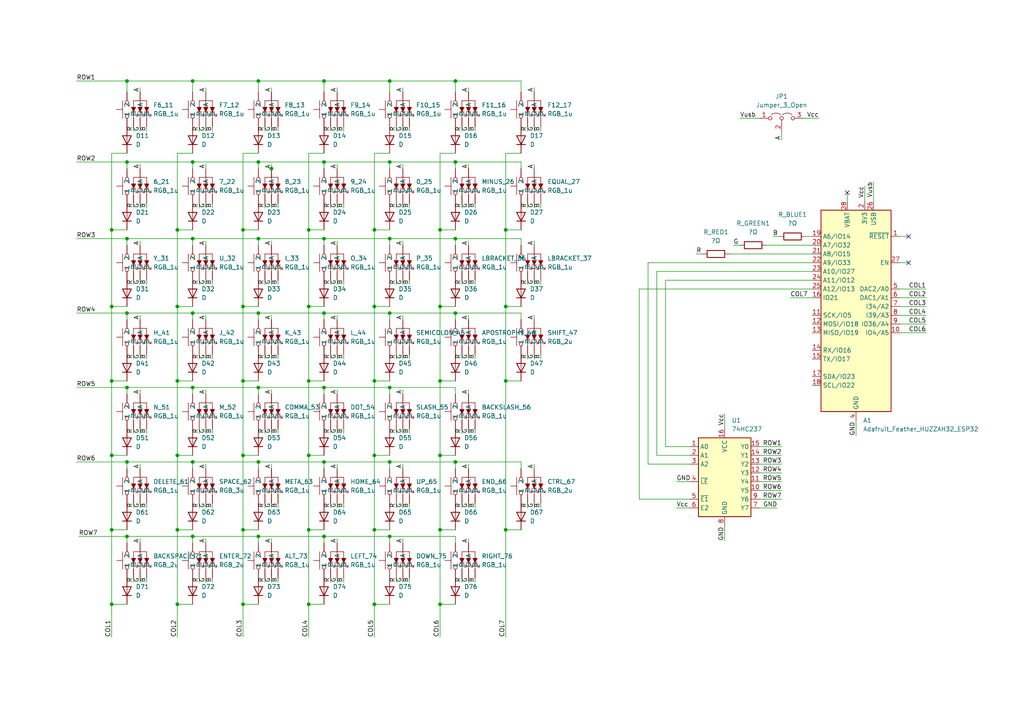
<source format=kicad_sch>
(kicad_sch (version 20211123) (generator eeschema)

  (uuid 087d2b64-6bf5-4e6e-bdd3-06c2e0b565dd)

  (paper "A4")

  (title_block
    (title "Full Keyboard")
    (date "2023-02-11")
    (rev "v1.0")
  )

  

  (junction (at 36.83 69.215) (diameter 0) (color 0 0 0 0)
    (uuid 02cf8503-b025-487a-8284-45bd8a09bb34)
  )
  (junction (at 55.88 133.985) (diameter 0) (color 0 0 0 0)
    (uuid 03a4216b-f87c-462a-a648-4c651f97b086)
  )
  (junction (at 146.685 66.675) (diameter 0) (color 0 0 0 0)
    (uuid 03f5d69b-744b-4d19-aa0a-00481b695a4c)
  )
  (junction (at 32.385 66.675) (diameter 0) (color 0 0 0 0)
    (uuid 055a23ba-ee25-46dc-98e0-5f6b835a0d1f)
  )
  (junction (at 89.535 175.26) (diameter 0) (color 0 0 0 0)
    (uuid 0a8a8cef-365d-4cae-bbb5-bf2bdc3ef2d2)
  )
  (junction (at 108.585 88.9) (diameter 0) (color 0 0 0 0)
    (uuid 0e7fb24f-9ef9-4e57-9cc9-2aad44e4b84a)
  )
  (junction (at 51.435 110.49) (diameter 0) (color 0 0 0 0)
    (uuid 0f0f0847-89d7-4c20-b850-5c07107fc53f)
  )
  (junction (at 132.08 133.985) (diameter 0) (color 0 0 0 0)
    (uuid 14c1d81f-be38-4e9d-8b96-60d341f958aa)
  )
  (junction (at 32.385 175.26) (diameter 0) (color 0 0 0 0)
    (uuid 17bc0018-5cd7-4300-b3d7-35650d5b6fa7)
  )
  (junction (at 55.88 155.575) (diameter 0) (color 0 0 0 0)
    (uuid 19baa0ad-ce58-4222-84cf-2d72c9eb5c11)
  )
  (junction (at 108.585 110.49) (diameter 0) (color 0 0 0 0)
    (uuid 21fa9cb5-e1bf-40d0-8dc8-1607fe9620ac)
  )
  (junction (at 74.93 69.215) (diameter 0) (color 0 0 0 0)
    (uuid 256e3e8d-8934-49ba-909a-c5518eed96dc)
  )
  (junction (at 89.535 153.67) (diameter 0) (color 0 0 0 0)
    (uuid 26dda524-6d9c-43f3-a881-42ffec195b9c)
  )
  (junction (at 127.635 175.26) (diameter 0) (color 0 0 0 0)
    (uuid 2a0b51f1-3189-4b76-b140-5cd27de63cc4)
  )
  (junction (at 127.635 88.9) (diameter 0) (color 0 0 0 0)
    (uuid 32ce5f70-3ec4-48ca-8820-7a7d82c58f00)
  )
  (junction (at 74.93 155.575) (diameter 0) (color 0 0 0 0)
    (uuid 389f0f89-b95f-42b4-ba80-bd9f4c8e6b78)
  )
  (junction (at 93.98 46.99) (diameter 0) (color 0 0 0 0)
    (uuid 3973d531-19e0-41f0-a50f-82d8c05724cf)
  )
  (junction (at 78.74 48.895) (diameter 0) (color 0 0 0 0)
    (uuid 3e05dc81-b0e3-4421-9c52-e601f1bfab6d)
  )
  (junction (at 127.635 132.08) (diameter 0) (color 0 0 0 0)
    (uuid 40c487c2-6b18-447e-89c8-2b8d3f529905)
  )
  (junction (at 93.98 155.575) (diameter 0) (color 0 0 0 0)
    (uuid 40e83f5a-4e97-4c45-926e-9f4b03bac5eb)
  )
  (junction (at 51.435 66.675) (diameter 0) (color 0 0 0 0)
    (uuid 437841ef-4ad6-496a-b31c-78d65bec70c1)
  )
  (junction (at 55.88 112.395) (diameter 0) (color 0 0 0 0)
    (uuid 482ab3f8-b589-4e92-b9dc-812d123a68d6)
  )
  (junction (at 51.435 175.26) (diameter 0) (color 0 0 0 0)
    (uuid 48522d02-3df8-469c-a730-b358e0a76644)
  )
  (junction (at 89.535 66.675) (diameter 0) (color 0 0 0 0)
    (uuid 4babdac7-0f4a-4b84-bd6e-1ce5d138e211)
  )
  (junction (at 93.98 69.215) (diameter 0) (color 0 0 0 0)
    (uuid 4da707dd-2d10-48f9-a715-afabf7e7d257)
  )
  (junction (at 51.435 88.9) (diameter 0) (color 0 0 0 0)
    (uuid 4dad1fb7-8385-48bd-a009-8d2d23800023)
  )
  (junction (at 127.635 66.675) (diameter 0) (color 0 0 0 0)
    (uuid 50a2da21-fa43-4178-bfb6-fb88903439ab)
  )
  (junction (at 51.435 153.67) (diameter 0) (color 0 0 0 0)
    (uuid 58be0d8e-6a82-4aff-b141-7464fade496f)
  )
  (junction (at 108.585 175.26) (diameter 0) (color 0 0 0 0)
    (uuid 5c564c5c-1b5a-46dd-b5d0-4e7ba5fafab8)
  )
  (junction (at 132.08 90.805) (diameter 0) (color 0 0 0 0)
    (uuid 5d1f65bd-9cb4-4544-81b3-e1bc1f80cfbc)
  )
  (junction (at 55.88 90.805) (diameter 0) (color 0 0 0 0)
    (uuid 62eb914e-329b-43c2-a32f-a17f5fcc3e10)
  )
  (junction (at 74.93 46.99) (diameter 0) (color 0 0 0 0)
    (uuid 63d11de1-2cc2-4a45-84ec-dd36c2eca979)
  )
  (junction (at 74.93 23.495) (diameter 0) (color 0 0 0 0)
    (uuid 64a85265-93c5-4c92-aee9-2cb76056daea)
  )
  (junction (at 113.03 90.805) (diameter 0) (color 0 0 0 0)
    (uuid 65e0063f-c448-404c-80fd-49954836cb9a)
  )
  (junction (at 55.88 46.99) (diameter 0) (color 0 0 0 0)
    (uuid 697833d1-a08e-402e-8986-5f039406d5a7)
  )
  (junction (at 36.83 155.575) (diameter 0) (color 0 0 0 0)
    (uuid 698e12b0-3dea-4151-b9e5-c9d023382983)
  )
  (junction (at 55.88 69.215) (diameter 0) (color 0 0 0 0)
    (uuid 6c43cc12-d1b2-45a3-b972-f41a74acad87)
  )
  (junction (at 127.635 110.49) (diameter 0) (color 0 0 0 0)
    (uuid 6ce4e1c7-8b74-472d-be11-3ef4cce78e55)
  )
  (junction (at 132.08 69.215) (diameter 0) (color 0 0 0 0)
    (uuid 6e49a340-e9e0-4c0b-8f37-d987e6792b91)
  )
  (junction (at 32.385 153.67) (diameter 0) (color 0 0 0 0)
    (uuid 6ec0b1ab-8067-428c-9340-6e1ebe6491c8)
  )
  (junction (at 132.08 46.99) (diameter 0) (color 0 0 0 0)
    (uuid 6fc40ac1-0671-41a0-8da3-1f2d5494d55c)
  )
  (junction (at 36.83 90.805) (diameter 0) (color 0 0 0 0)
    (uuid 704a0591-e011-405d-992a-042142e9348a)
  )
  (junction (at 108.585 153.67) (diameter 0) (color 0 0 0 0)
    (uuid 7cc290b9-4357-47a8-b125-26703fda9fe9)
  )
  (junction (at 146.685 153.67) (diameter 0) (color 0 0 0 0)
    (uuid 7cf68072-0610-4842-9946-c6842840ff42)
  )
  (junction (at 146.685 88.9) (diameter 0) (color 0 0 0 0)
    (uuid 80a6b029-1e4f-422b-80d1-912181180d6b)
  )
  (junction (at 36.83 46.99) (diameter 0) (color 0 0 0 0)
    (uuid 86b4f040-9390-49a1-8873-e2f5ba24d803)
  )
  (junction (at 74.93 90.805) (diameter 0) (color 0 0 0 0)
    (uuid 8b8c78f5-e8da-495e-9214-16636e3b4a9e)
  )
  (junction (at 113.03 112.395) (diameter 0) (color 0 0 0 0)
    (uuid 8bd6bb91-b594-4929-a552-bd1bf57e7317)
  )
  (junction (at 32.385 88.9) (diameter 0) (color 0 0 0 0)
    (uuid 8edb7bea-2d78-449b-bf3c-ede2d89ebfa4)
  )
  (junction (at 108.585 132.08) (diameter 0) (color 0 0 0 0)
    (uuid 92c5c1dd-1fc9-4e71-a5f3-4ca3988b671f)
  )
  (junction (at 93.98 112.395) (diameter 0) (color 0 0 0 0)
    (uuid 9300deaf-d957-4311-9378-197e650dfff1)
  )
  (junction (at 36.83 112.395) (diameter 0) (color 0 0 0 0)
    (uuid 96a7a488-ea54-4469-b476-5afa7b7519e8)
  )
  (junction (at 70.485 110.49) (diameter 0) (color 0 0 0 0)
    (uuid 985e348e-a1b7-4d2e-8831-c0d5d00bf63c)
  )
  (junction (at 74.93 133.985) (diameter 0) (color 0 0 0 0)
    (uuid 9b690670-e30e-4f17-92c5-f63631501526)
  )
  (junction (at 113.03 23.495) (diameter 0) (color 0 0 0 0)
    (uuid 9f87abc0-aaa4-4949-8593-104997dd8692)
  )
  (junction (at 113.03 69.215) (diameter 0) (color 0 0 0 0)
    (uuid a240705f-9d23-4bc9-8228-0f2e93ef5564)
  )
  (junction (at 70.485 88.9) (diameter 0) (color 0 0 0 0)
    (uuid a424d518-e1a1-441f-9e38-601bc205177b)
  )
  (junction (at 93.98 23.495) (diameter 0) (color 0 0 0 0)
    (uuid a6146047-dc2c-4e68-8de3-d15b20956c8b)
  )
  (junction (at 36.83 23.495) (diameter 0) (color 0 0 0 0)
    (uuid a64947f1-431d-4e16-990b-28913bc69bfd)
  )
  (junction (at 89.535 110.49) (diameter 0) (color 0 0 0 0)
    (uuid a77dd2a4-c7f2-4396-8eeb-d99adb5b6053)
  )
  (junction (at 74.93 112.395) (diameter 0) (color 0 0 0 0)
    (uuid a995f23c-7530-4936-9405-ecd54254c80a)
  )
  (junction (at 113.03 46.99) (diameter 0) (color 0 0 0 0)
    (uuid a9a6942f-152e-43c7-9dd4-7999610c55d9)
  )
  (junction (at 93.98 90.805) (diameter 0) (color 0 0 0 0)
    (uuid ac5ab026-edf7-4921-a58f-f2e61176bb65)
  )
  (junction (at 113.03 133.985) (diameter 0) (color 0 0 0 0)
    (uuid b1bf5453-5e50-48c0-9214-a436aa3d3065)
  )
  (junction (at 146.685 110.49) (diameter 0) (color 0 0 0 0)
    (uuid b87c4b86-74a4-43c9-a482-9314d56c6d9c)
  )
  (junction (at 51.435 132.08) (diameter 0) (color 0 0 0 0)
    (uuid c0969fa2-8d0f-4594-aaf6-0fb2f15879af)
  )
  (junction (at 127.635 153.67) (diameter 0) (color 0 0 0 0)
    (uuid c0c0a3a9-167c-447f-8bfe-e872c3342bd9)
  )
  (junction (at 89.535 132.08) (diameter 0) (color 0 0 0 0)
    (uuid c7c52ed2-76d9-48cf-9465-8a4b404ab8f8)
  )
  (junction (at 89.535 88.9) (diameter 0) (color 0 0 0 0)
    (uuid cbb81932-235f-4ef5-99e8-55428d89e546)
  )
  (junction (at 70.485 153.67) (diameter 0) (color 0 0 0 0)
    (uuid ce3b73e3-9f6b-47dc-9f21-98e766fe760d)
  )
  (junction (at 70.485 175.26) (diameter 0) (color 0 0 0 0)
    (uuid cee83786-3a02-43be-8c5f-3337ecffddc8)
  )
  (junction (at 70.485 132.08) (diameter 0) (color 0 0 0 0)
    (uuid d0da38f3-c346-4b2b-9903-cc4e3e267bbf)
  )
  (junction (at 132.08 23.495) (diameter 0) (color 0 0 0 0)
    (uuid d44af11f-0987-4637-8cc5-33dc41510053)
  )
  (junction (at 32.385 110.49) (diameter 0) (color 0 0 0 0)
    (uuid d4e7cd70-c364-4a00-8d72-86bcac5635e0)
  )
  (junction (at 32.385 132.08) (diameter 0) (color 0 0 0 0)
    (uuid d4f7589b-3ee0-43ee-bfd9-07ab9b8cafe4)
  )
  (junction (at 36.83 133.985) (diameter 0) (color 0 0 0 0)
    (uuid e3d1e789-68f0-4100-a712-8638ccd9f507)
  )
  (junction (at 55.88 23.495) (diameter 0) (color 0 0 0 0)
    (uuid e9e1f589-0b02-4dc7-bc78-7149d3216c3a)
  )
  (junction (at 70.485 66.675) (diameter 0) (color 0 0 0 0)
    (uuid eb76c1c2-597b-41a8-a376-94cc9155e2e4)
  )
  (junction (at 113.03 155.575) (diameter 0) (color 0 0 0 0)
    (uuid eff35bd2-7412-4356-a0b1-d6ef9ef54386)
  )
  (junction (at 93.98 133.985) (diameter 0) (color 0 0 0 0)
    (uuid f0492a19-f923-49a7-8fb5-814f89295287)
  )
  (junction (at 108.585 66.675) (diameter 0) (color 0 0 0 0)
    (uuid f04d67d2-355d-42b0-8369-267b2bbdd198)
  )

  (no_connect (at 263.525 76.2) (uuid 104ac2ff-772f-44d6-9d4e-5c6c63012f3f))
  (no_connect (at 245.745 55.88) (uuid 52ed8f75-098e-4774-97ba-73d46c964a24))
  (no_connect (at 263.525 68.58) (uuid c0bb3724-d8d6-4f4f-aa59-69ca1a160335))

  (wire (pts (xy 118.745 125.73) (xy 118.745 124.46))
    (stroke (width 0) (type default) (color 0 0 0 0))
    (uuid 0014522a-daed-4c28-b10c-c99928c8044e)
  )
  (wire (pts (xy 59.69 147.32) (xy 59.69 146.05))
    (stroke (width 0) (type default) (color 0 0 0 0))
    (uuid 009c4415-890f-40ff-86c9-eea7c2793d31)
  )
  (wire (pts (xy 74.93 155.575) (xy 93.98 155.575))
    (stroke (width 0) (type default) (color 0 0 0 0))
    (uuid 0137c531-05df-490e-856d-fb13d1f490ad)
  )
  (wire (pts (xy 151.13 44.45) (xy 146.685 44.45))
    (stroke (width 0) (type default) (color 0 0 0 0))
    (uuid 0199fd1a-1513-4500-b020-bb6829bcb722)
  )
  (wire (pts (xy 151.13 135.89) (xy 151.13 133.985))
    (stroke (width 0) (type default) (color 0 0 0 0))
    (uuid 026bd4a8-85ca-4c42-887e-78e4ac4fd856)
  )
  (wire (pts (xy 97.79 38.1) (xy 97.79 36.83))
    (stroke (width 0) (type default) (color 0 0 0 0))
    (uuid 02ee84ed-26ae-42dd-9173-7ceb7499be5f)
  )
  (wire (pts (xy 38.735 168.91) (xy 38.735 167.64))
    (stroke (width 0) (type default) (color 0 0 0 0))
    (uuid 034594ae-8cbf-4285-847f-6ea66485308a)
  )
  (wire (pts (xy 135.89 47.625) (xy 135.89 48.895))
    (stroke (width 0) (type default) (color 0 0 0 0))
    (uuid 04c4aa5c-be24-4242-8ba4-2000e7d613c2)
  )
  (wire (pts (xy 57.785 125.73) (xy 57.785 124.46))
    (stroke (width 0) (type default) (color 0 0 0 0))
    (uuid 059098d6-b837-41f0-b988-601119522765)
  )
  (wire (pts (xy 185.42 144.78) (xy 185.42 83.82))
    (stroke (width 0) (type default) (color 0 0 0 0))
    (uuid 05c51a37-7b00-4121-a252-e34d24d25f9e)
  )
  (wire (pts (xy 113.03 46.99) (xy 132.08 46.99))
    (stroke (width 0) (type default) (color 0 0 0 0))
    (uuid 05d0a534-c0fb-4085-88f3-f072d7a58d22)
  )
  (wire (pts (xy 36.83 157.48) (xy 36.83 155.575))
    (stroke (width 0) (type default) (color 0 0 0 0))
    (uuid 05ee0c14-3d3a-4b53-aa2d-05bb5cb38508)
  )
  (wire (pts (xy 76.835 82.55) (xy 76.835 81.28))
    (stroke (width 0) (type default) (color 0 0 0 0))
    (uuid 066af8a8-6032-459b-83c4-ad34d0dd9307)
  )
  (wire (pts (xy 59.69 82.55) (xy 59.69 81.28))
    (stroke (width 0) (type default) (color 0 0 0 0))
    (uuid 06cd5b7a-768f-49a7-8ba9-642a914e075f)
  )
  (wire (pts (xy 97.79 60.325) (xy 97.79 59.055))
    (stroke (width 0) (type default) (color 0 0 0 0))
    (uuid 06d2e298-98a6-4dfa-bb70-c6dbeada51e7)
  )
  (wire (pts (xy 40.64 104.14) (xy 40.64 102.87))
    (stroke (width 0) (type default) (color 0 0 0 0))
    (uuid 07129a06-7c2c-467f-8cb5-a28a96adeae4)
  )
  (wire (pts (xy 74.93 133.985) (xy 74.93 135.89))
    (stroke (width 0) (type default) (color 0 0 0 0))
    (uuid 071c4f44-de18-4142-8e89-4a9bac759c88)
  )
  (wire (pts (xy 190.5 132.08) (xy 200.025 132.08))
    (stroke (width 0) (type default) (color 0 0 0 0))
    (uuid 076cf59f-3c4d-44d9-a6de-639ee66c08b9)
  )
  (wire (pts (xy 36.83 23.495) (xy 22.225 23.495))
    (stroke (width 0) (type default) (color 0 0 0 0))
    (uuid 078f9859-7bd6-438b-a207-05af0819a0d5)
  )
  (wire (pts (xy 55.88 90.805) (xy 55.88 92.71))
    (stroke (width 0) (type default) (color 0 0 0 0))
    (uuid 093b7646-a39b-407c-a2c9-e49e6d779fdf)
  )
  (wire (pts (xy 113.03 112.395) (xy 113.03 114.3))
    (stroke (width 0) (type default) (color 0 0 0 0))
    (uuid 09db9c09-500e-46e0-ac6c-60b1ac5e48f7)
  )
  (wire (pts (xy 74.93 46.99) (xy 93.98 46.99))
    (stroke (width 0) (type default) (color 0 0 0 0))
    (uuid 0a8f707d-9eb0-4307-859a-5fb6caf9d859)
  )
  (wire (pts (xy 153.035 104.14) (xy 153.035 102.87))
    (stroke (width 0) (type default) (color 0 0 0 0))
    (uuid 0a948cd9-2aab-46d5-bb2e-3467160060d4)
  )
  (wire (pts (xy 154.94 38.1) (xy 154.94 36.83))
    (stroke (width 0) (type default) (color 0 0 0 0))
    (uuid 0ad2045a-55e7-4a97-ae1a-93baddcabd7f)
  )
  (wire (pts (xy 36.83 46.99) (xy 55.88 46.99))
    (stroke (width 0) (type default) (color 0 0 0 0))
    (uuid 0b906262-4322-4069-936e-d5c50ed8e9bb)
  )
  (wire (pts (xy 214.63 34.29) (xy 220.345 34.29))
    (stroke (width 0) (type default) (color 0 0 0 0))
    (uuid 0bdf9928-4d8b-426a-aeac-52a2df38cbe2)
  )
  (wire (pts (xy 154.94 104.14) (xy 154.94 102.87))
    (stroke (width 0) (type default) (color 0 0 0 0))
    (uuid 0c7c7cff-5c2f-4d5b-9654-45ecbac233e3)
  )
  (wire (pts (xy 193.04 81.28) (xy 235.585 81.28))
    (stroke (width 0) (type default) (color 0 0 0 0))
    (uuid 0caede33-3364-47c3-a179-b3b659538b10)
  )
  (wire (pts (xy 127.635 132.08) (xy 127.635 153.67))
    (stroke (width 0) (type default) (color 0 0 0 0))
    (uuid 0d03edb6-f07b-4c6d-b4a8-08f981230553)
  )
  (wire (pts (xy 113.03 90.805) (xy 113.03 92.71))
    (stroke (width 0) (type default) (color 0 0 0 0))
    (uuid 0d05793b-6d5d-4ddc-bd71-d1fce6140eef)
  )
  (wire (pts (xy 135.89 156.21) (xy 135.89 157.48))
    (stroke (width 0) (type default) (color 0 0 0 0))
    (uuid 0e7153d0-00e6-4dc2-a5ad-043ed538f8ec)
  )
  (wire (pts (xy 59.69 47.625) (xy 59.69 48.895))
    (stroke (width 0) (type default) (color 0 0 0 0))
    (uuid 0e8327ec-bf37-42b8-9ed1-356418a71b2b)
  )
  (wire (pts (xy 89.535 88.9) (xy 89.535 110.49))
    (stroke (width 0) (type default) (color 0 0 0 0))
    (uuid 0ed1a317-2272-4d02-8c6d-a035cbe97dd0)
  )
  (wire (pts (xy 135.89 38.1) (xy 135.89 36.83))
    (stroke (width 0) (type default) (color 0 0 0 0))
    (uuid 0f622eea-8e37-44ab-9d25-8db4caf561b3)
  )
  (wire (pts (xy 95.885 60.325) (xy 95.885 59.055))
    (stroke (width 0) (type default) (color 0 0 0 0))
    (uuid 0fc6c99c-f683-4fa9-adef-f192389141b7)
  )
  (wire (pts (xy 220.345 139.7) (xy 226.695 139.7))
    (stroke (width 0) (type default) (color 0 0 0 0))
    (uuid 0fdd0f15-1179-4152-9571-b699bcf868eb)
  )
  (wire (pts (xy 156.845 38.1) (xy 156.845 36.83))
    (stroke (width 0) (type default) (color 0 0 0 0))
    (uuid 1117a62f-1bcd-4044-b380-b82f2baa8c10)
  )
  (wire (pts (xy 97.79 69.85) (xy 97.79 71.12))
    (stroke (width 0) (type default) (color 0 0 0 0))
    (uuid 116948ed-1fc7-4167-9f85-e8eae1645ded)
  )
  (wire (pts (xy 76.835 168.91) (xy 76.835 167.64))
    (stroke (width 0) (type default) (color 0 0 0 0))
    (uuid 142281cc-c4ff-44d6-bb00-cc595cda79c5)
  )
  (wire (pts (xy 78.74 168.91) (xy 78.74 167.64))
    (stroke (width 0) (type default) (color 0 0 0 0))
    (uuid 14d42caa-ac09-403d-a761-03d5aad1e9de)
  )
  (wire (pts (xy 89.535 66.675) (xy 93.98 66.675))
    (stroke (width 0) (type default) (color 0 0 0 0))
    (uuid 15191557-cdd3-467d-8592-b84a9bd58fed)
  )
  (wire (pts (xy 74.93 88.9) (xy 70.485 88.9))
    (stroke (width 0) (type default) (color 0 0 0 0))
    (uuid 1597d6e2-2e55-410d-a8a8-a74af62b56c1)
  )
  (wire (pts (xy 137.795 147.32) (xy 137.795 146.05))
    (stroke (width 0) (type default) (color 0 0 0 0))
    (uuid 165012af-d4b1-4f5b-8dce-3f3c08f23ba0)
  )
  (wire (pts (xy 113.03 112.395) (xy 132.08 112.395))
    (stroke (width 0) (type default) (color 0 0 0 0))
    (uuid 166f7f8d-f54e-4ec1-8370-c0c8af2b5f4e)
  )
  (wire (pts (xy 76.835 104.14) (xy 76.835 102.87))
    (stroke (width 0) (type default) (color 0 0 0 0))
    (uuid 16e587f3-8376-49d3-8fdc-f84627ca457e)
  )
  (wire (pts (xy 108.585 132.08) (xy 113.03 132.08))
    (stroke (width 0) (type default) (color 0 0 0 0))
    (uuid 18d0dacd-fc24-454a-a149-5b4e866fb7d2)
  )
  (wire (pts (xy 220.345 137.16) (xy 226.695 137.16))
    (stroke (width 0) (type default) (color 0 0 0 0))
    (uuid 192157ce-43f4-47c5-a33e-0ef89802500b)
  )
  (wire (pts (xy 113.03 44.45) (xy 108.585 44.45))
    (stroke (width 0) (type default) (color 0 0 0 0))
    (uuid 1925662d-b828-475d-a886-1dfc6e8f6c85)
  )
  (wire (pts (xy 135.89 168.91) (xy 135.89 167.64))
    (stroke (width 0) (type default) (color 0 0 0 0))
    (uuid 19601c2f-04c7-4dc1-8d33-c3c62841f89c)
  )
  (wire (pts (xy 89.535 175.26) (xy 89.535 184.785))
    (stroke (width 0) (type default) (color 0 0 0 0))
    (uuid 19cf13e0-0a64-4532-ba0c-93a387fd93a5)
  )
  (wire (pts (xy 116.84 25.4) (xy 116.84 26.67))
    (stroke (width 0) (type default) (color 0 0 0 0))
    (uuid 1a2c234b-9c59-4fc4-b195-1bf69c5892e2)
  )
  (wire (pts (xy 36.83 112.395) (xy 36.83 114.3))
    (stroke (width 0) (type default) (color 0 0 0 0))
    (uuid 1b2e9611-6247-4e61-9239-c8b17288173c)
  )
  (wire (pts (xy 211.455 73.66) (xy 235.585 73.66))
    (stroke (width 0) (type default) (color 0 0 0 0))
    (uuid 1b7ce19d-5fe6-4ae2-94c3-063033cbcb23)
  )
  (wire (pts (xy 89.535 66.675) (xy 89.535 88.9))
    (stroke (width 0) (type default) (color 0 0 0 0))
    (uuid 1c41ed7b-b260-4cb2-9c09-88b9cbd8d109)
  )
  (wire (pts (xy 132.08 69.215) (xy 151.13 69.215))
    (stroke (width 0) (type default) (color 0 0 0 0))
    (uuid 1c7fd761-ded4-4ced-8680-f532688f48ad)
  )
  (wire (pts (xy 185.42 83.82) (xy 235.585 83.82))
    (stroke (width 0) (type default) (color 0 0 0 0))
    (uuid 1dc1136d-9217-450f-b20c-b0a229b6d065)
  )
  (wire (pts (xy 99.695 125.73) (xy 99.695 124.46))
    (stroke (width 0) (type default) (color 0 0 0 0))
    (uuid 1e31ebad-44d6-4289-8fa0-ad86ebc039b9)
  )
  (wire (pts (xy 135.89 25.4) (xy 135.89 26.67))
    (stroke (width 0) (type default) (color 0 0 0 0))
    (uuid 1e824069-7c3f-48c1-a222-ab00d787b8c2)
  )
  (wire (pts (xy 132.08 90.805) (xy 151.13 90.805))
    (stroke (width 0) (type default) (color 0 0 0 0))
    (uuid 1e8ad31c-f8d7-4aa5-a183-2b978ec09284)
  )
  (wire (pts (xy 32.385 110.49) (xy 32.385 132.08))
    (stroke (width 0) (type default) (color 0 0 0 0))
    (uuid 1ee50230-8fab-45c8-a86e-bafef9c0b796)
  )
  (wire (pts (xy 93.98 112.395) (xy 113.03 112.395))
    (stroke (width 0) (type default) (color 0 0 0 0))
    (uuid 1f16a72c-33ac-4afa-aa39-843a0fc08654)
  )
  (wire (pts (xy 59.69 125.73) (xy 59.69 124.46))
    (stroke (width 0) (type default) (color 0 0 0 0))
    (uuid 20263e90-57a2-4925-8b03-7ce6f653438c)
  )
  (wire (pts (xy 97.79 25.4) (xy 97.79 26.67))
    (stroke (width 0) (type default) (color 0 0 0 0))
    (uuid 203aab7e-4c75-4147-99ee-d4bdcff87baa)
  )
  (wire (pts (xy 97.79 47.625) (xy 97.79 48.895))
    (stroke (width 0) (type default) (color 0 0 0 0))
    (uuid 2065d94a-1a06-4096-923c-0637efc83a17)
  )
  (wire (pts (xy 114.935 125.73) (xy 114.935 124.46))
    (stroke (width 0) (type default) (color 0 0 0 0))
    (uuid 215bd6d9-d313-411f-b63f-7d0321a48ae7)
  )
  (wire (pts (xy 42.545 60.325) (xy 42.545 59.055))
    (stroke (width 0) (type default) (color 0 0 0 0))
    (uuid 21f35829-0f96-44c5-8872-8192157d2c99)
  )
  (wire (pts (xy 201.93 73.66) (xy 203.835 73.66))
    (stroke (width 0) (type default) (color 0 0 0 0))
    (uuid 2217eaf2-da48-4b2b-9ed1-0da13e5ffc93)
  )
  (wire (pts (xy 80.645 125.73) (xy 80.645 124.46))
    (stroke (width 0) (type default) (color 0 0 0 0))
    (uuid 224408bd-ced4-43ca-84ff-aa5fcf5a301b)
  )
  (wire (pts (xy 93.98 69.215) (xy 93.98 71.12))
    (stroke (width 0) (type default) (color 0 0 0 0))
    (uuid 22ea7abc-6cf9-4d03-86ad-d10dfb0c591c)
  )
  (wire (pts (xy 133.985 147.32) (xy 133.985 146.05))
    (stroke (width 0) (type default) (color 0 0 0 0))
    (uuid 22eecd42-cc30-49af-a304-13bd125f719c)
  )
  (wire (pts (xy 99.695 104.14) (xy 99.695 102.87))
    (stroke (width 0) (type default) (color 0 0 0 0))
    (uuid 237bf8fb-c8e8-4e91-89dc-2aabfae1c6b4)
  )
  (wire (pts (xy 97.79 134.62) (xy 97.79 135.89))
    (stroke (width 0) (type default) (color 0 0 0 0))
    (uuid 23c3c6f6-240b-4a91-968c-4a961a0c0a6c)
  )
  (wire (pts (xy 99.695 168.91) (xy 99.695 167.64))
    (stroke (width 0) (type default) (color 0 0 0 0))
    (uuid 24aafd12-6688-470d-aed3-0044172f34bc)
  )
  (wire (pts (xy 113.03 133.985) (xy 132.08 133.985))
    (stroke (width 0) (type default) (color 0 0 0 0))
    (uuid 25129b4a-6bff-49be-8afd-f81e0c5275ae)
  )
  (wire (pts (xy 132.08 114.3) (xy 132.08 112.395))
    (stroke (width 0) (type default) (color 0 0 0 0))
    (uuid 25396af4-6706-4bbd-8a3e-a5b671dbd68d)
  )
  (wire (pts (xy 76.835 38.1) (xy 76.835 36.83))
    (stroke (width 0) (type default) (color 0 0 0 0))
    (uuid 26a91d2b-5fb6-4526-9592-80f4fd22adb9)
  )
  (wire (pts (xy 154.94 69.85) (xy 154.94 71.12))
    (stroke (width 0) (type default) (color 0 0 0 0))
    (uuid 275cea3a-2ce4-410f-871a-6c1724c33f52)
  )
  (wire (pts (xy 74.93 133.985) (xy 93.98 133.985))
    (stroke (width 0) (type default) (color 0 0 0 0))
    (uuid 2877406d-a4df-41c0-b6db-7586dc381106)
  )
  (wire (pts (xy 59.69 25.4) (xy 59.69 26.67))
    (stroke (width 0) (type default) (color 0 0 0 0))
    (uuid 298f89fd-3d49-4bb2-aa10-93ee124aa826)
  )
  (wire (pts (xy 108.585 66.675) (xy 108.585 88.9))
    (stroke (width 0) (type default) (color 0 0 0 0))
    (uuid 299ee1c5-cd5b-475b-9534-0aefec1e5443)
  )
  (wire (pts (xy 222.25 71.12) (xy 235.585 71.12))
    (stroke (width 0) (type default) (color 0 0 0 0))
    (uuid 29ca32f3-2153-4633-90ac-1f1a5175b067)
  )
  (wire (pts (xy 108.585 110.49) (xy 108.585 132.08))
    (stroke (width 0) (type default) (color 0 0 0 0))
    (uuid 2a3ece07-ca08-485a-978e-21d96867a70a)
  )
  (wire (pts (xy 146.685 88.9) (xy 146.685 110.49))
    (stroke (width 0) (type default) (color 0 0 0 0))
    (uuid 2a667598-8dc3-415c-966e-3f7440d846ef)
  )
  (wire (pts (xy 118.745 104.14) (xy 118.745 102.87))
    (stroke (width 0) (type default) (color 0 0 0 0))
    (uuid 2b7cab89-da15-488b-842c-89e1dbe3f23d)
  )
  (wire (pts (xy 116.84 125.73) (xy 116.84 124.46))
    (stroke (width 0) (type default) (color 0 0 0 0))
    (uuid 2ba69a4e-b98f-45ed-ac53-540d6ba43f70)
  )
  (wire (pts (xy 146.685 153.67) (xy 146.685 184.785))
    (stroke (width 0) (type default) (color 0 0 0 0))
    (uuid 2d01cc52-9199-40e0-a31a-c427e1848967)
  )
  (wire (pts (xy 132.08 69.215) (xy 132.08 71.12))
    (stroke (width 0) (type default) (color 0 0 0 0))
    (uuid 2d4fffd7-c81f-4685-8288-48b759bab1db)
  )
  (wire (pts (xy 59.69 104.14) (xy 59.69 102.87))
    (stroke (width 0) (type default) (color 0 0 0 0))
    (uuid 2d8f1919-139b-48f3-a01a-f5d37c032417)
  )
  (wire (pts (xy 57.785 168.91) (xy 57.785 167.64))
    (stroke (width 0) (type default) (color 0 0 0 0))
    (uuid 2dbb5e17-9329-43a5-a9ed-88826e1b1b42)
  )
  (wire (pts (xy 32.385 66.675) (xy 32.385 88.9))
    (stroke (width 0) (type default) (color 0 0 0 0))
    (uuid 2e2296f6-8f76-4f15-8a34-ec54a9dd2729)
  )
  (wire (pts (xy 40.64 125.73) (xy 40.64 124.46))
    (stroke (width 0) (type default) (color 0 0 0 0))
    (uuid 2f17f0da-b845-48bf-b41e-1a16d18d4254)
  )
  (wire (pts (xy 80.645 104.14) (xy 80.645 102.87))
    (stroke (width 0) (type default) (color 0 0 0 0))
    (uuid 2f73ca9d-cc1a-476a-ad74-a902c012a1c3)
  )
  (wire (pts (xy 132.08 23.495) (xy 132.08 26.67))
    (stroke (width 0) (type default) (color 0 0 0 0))
    (uuid 30cfdd5e-f8a7-4ed1-92b9-3d47dd134386)
  )
  (wire (pts (xy 127.635 66.675) (xy 132.08 66.675))
    (stroke (width 0) (type default) (color 0 0 0 0))
    (uuid 31db1a0a-d15d-49e2-b434-76118898b9f1)
  )
  (wire (pts (xy 113.03 23.495) (xy 132.08 23.495))
    (stroke (width 0) (type default) (color 0 0 0 0))
    (uuid 324e7f48-a70d-48de-b868-20921de61349)
  )
  (wire (pts (xy 137.795 125.73) (xy 137.795 124.46))
    (stroke (width 0) (type default) (color 0 0 0 0))
    (uuid 32d49bab-0c14-454a-b8ef-83f8c68daf28)
  )
  (wire (pts (xy 55.88 155.575) (xy 55.88 157.48))
    (stroke (width 0) (type default) (color 0 0 0 0))
    (uuid 3513d22b-bcbc-4739-9ebc-e85dff1ac448)
  )
  (wire (pts (xy 146.685 44.45) (xy 146.685 66.675))
    (stroke (width 0) (type default) (color 0 0 0 0))
    (uuid 35650ed9-ed51-43e6-81dc-19656994bf90)
  )
  (wire (pts (xy 80.645 168.91) (xy 80.645 167.64))
    (stroke (width 0) (type default) (color 0 0 0 0))
    (uuid 36f185a1-0294-4be1-8350-43c99ea13d58)
  )
  (wire (pts (xy 154.94 47.625) (xy 154.94 48.895))
    (stroke (width 0) (type default) (color 0 0 0 0))
    (uuid 3713d9f7-fcd2-47a4-854b-16c1d66f1aa9)
  )
  (wire (pts (xy 78.74 60.325) (xy 78.74 59.055))
    (stroke (width 0) (type default) (color 0 0 0 0))
    (uuid 37a40d3c-c789-4d1f-aa15-b0253913cc5d)
  )
  (wire (pts (xy 38.735 82.55) (xy 38.735 81.28))
    (stroke (width 0) (type default) (color 0 0 0 0))
    (uuid 38bb768e-6ef5-4c91-bc04-58c82bf1f681)
  )
  (wire (pts (xy 55.88 133.985) (xy 74.93 133.985))
    (stroke (width 0) (type default) (color 0 0 0 0))
    (uuid 39341de8-fb43-4cdc-bbbb-8c633f37a190)
  )
  (wire (pts (xy 78.74 38.1) (xy 78.74 36.83))
    (stroke (width 0) (type default) (color 0 0 0 0))
    (uuid 39b3290a-4b31-451a-9c1c-ff3b87d3bc10)
  )
  (wire (pts (xy 113.03 69.215) (xy 113.03 71.12))
    (stroke (width 0) (type default) (color 0 0 0 0))
    (uuid 39cf13d2-5141-41bf-8131-b2a5336527aa)
  )
  (wire (pts (xy 237.49 34.29) (xy 233.045 34.29))
    (stroke (width 0) (type default) (color 0 0 0 0))
    (uuid 39d066b0-c862-41ce-aecf-f9a2fc99c2ba)
  )
  (wire (pts (xy 132.08 157.48) (xy 132.08 155.575))
    (stroke (width 0) (type default) (color 0 0 0 0))
    (uuid 3a9ce10a-63de-4e11-a60e-544f2bb426fa)
  )
  (wire (pts (xy 59.69 38.1) (xy 59.69 36.83))
    (stroke (width 0) (type default) (color 0 0 0 0))
    (uuid 3bda3c77-ce58-456b-953d-a09242d7d08b)
  )
  (wire (pts (xy 210.185 152.4) (xy 210.185 156.845))
    (stroke (width 0) (type default) (color 0 0 0 0))
    (uuid 3bf7bef3-dd84-402a-80cd-71bf32e9c55b)
  )
  (wire (pts (xy 78.74 25.4) (xy 78.74 26.67))
    (stroke (width 0) (type default) (color 0 0 0 0))
    (uuid 3c606398-d5b7-4cb9-b361-0b3169809ef9)
  )
  (wire (pts (xy 127.635 44.45) (xy 127.635 66.675))
    (stroke (width 0) (type default) (color 0 0 0 0))
    (uuid 3ccdad72-ec54-4552-8382-45e6b008aa8b)
  )
  (wire (pts (xy 108.585 66.675) (xy 113.03 66.675))
    (stroke (width 0) (type default) (color 0 0 0 0))
    (uuid 3e8f1d9b-9a1c-4c22-8051-7e361d9086be)
  )
  (wire (pts (xy 38.735 60.325) (xy 38.735 59.055))
    (stroke (width 0) (type default) (color 0 0 0 0))
    (uuid 3f5b1ea1-24c9-4763-bea1-14decdea237e)
  )
  (wire (pts (xy 93.98 155.575) (xy 93.98 157.48))
    (stroke (width 0) (type default) (color 0 0 0 0))
    (uuid 3f71cf7e-c8ba-439e-8d77-0e2baa80805a)
  )
  (wire (pts (xy 245.745 55.88) (xy 245.745 58.42))
    (stroke (width 0) (type default) (color 0 0 0 0))
    (uuid 40b5ca69-2bf4-485c-bc58-13a065588f8f)
  )
  (wire (pts (xy 127.635 110.49) (xy 127.635 132.08))
    (stroke (width 0) (type default) (color 0 0 0 0))
    (uuid 417d0214-4f08-4d2c-81f1-011971e367f6)
  )
  (wire (pts (xy 57.785 60.325) (xy 57.785 59.055))
    (stroke (width 0) (type default) (color 0 0 0 0))
    (uuid 41b55956-c6e6-4987-860b-b8e7cad8d6f6)
  )
  (wire (pts (xy 89.535 44.45) (xy 89.535 66.675))
    (stroke (width 0) (type default) (color 0 0 0 0))
    (uuid 41f0f549-25d6-4b8c-af5d-d2f9d0992d2a)
  )
  (wire (pts (xy 51.435 66.675) (xy 55.88 66.675))
    (stroke (width 0) (type default) (color 0 0 0 0))
    (uuid 4264bc4c-93a2-4722-958c-ffbc5fdf3589)
  )
  (wire (pts (xy 154.94 82.55) (xy 154.94 81.28))
    (stroke (width 0) (type default) (color 0 0 0 0))
    (uuid 428e5ca4-0be5-4229-a266-e781e1579cfe)
  )
  (wire (pts (xy 51.435 110.49) (xy 51.435 132.08))
    (stroke (width 0) (type default) (color 0 0 0 0))
    (uuid 4325f2f1-2700-494b-98e1-9c6d333d1836)
  )
  (wire (pts (xy 135.89 125.73) (xy 135.89 124.46))
    (stroke (width 0) (type default) (color 0 0 0 0))
    (uuid 436cdf67-63c9-4e1b-9640-bebf9e0e2123)
  )
  (wire (pts (xy 89.535 132.08) (xy 93.98 132.08))
    (stroke (width 0) (type default) (color 0 0 0 0))
    (uuid 44bba623-9409-45ff-af86-0033adc2d6c4)
  )
  (wire (pts (xy 55.88 90.805) (xy 74.93 90.805))
    (stroke (width 0) (type default) (color 0 0 0 0))
    (uuid 44f90f2f-2230-4c4a-b02f-81c4ecb79e63)
  )
  (wire (pts (xy 133.985 82.55) (xy 133.985 81.28))
    (stroke (width 0) (type default) (color 0 0 0 0))
    (uuid 452fb969-ae6f-4fcb-802a-f47b82fe1e80)
  )
  (wire (pts (xy 32.385 153.67) (xy 32.385 175.26))
    (stroke (width 0) (type default) (color 0 0 0 0))
    (uuid 45531b5a-995c-4713-bc95-39357003b86f)
  )
  (wire (pts (xy 42.545 38.1) (xy 42.545 36.83))
    (stroke (width 0) (type default) (color 0 0 0 0))
    (uuid 4553fe19-9b12-4aa2-8c96-f2aea7d89faf)
  )
  (wire (pts (xy 93.98 133.985) (xy 93.98 135.89))
    (stroke (width 0) (type default) (color 0 0 0 0))
    (uuid 458482c0-d06c-4286-b5fa-15f4fdf60c9d)
  )
  (wire (pts (xy 61.595 38.1) (xy 61.595 36.83))
    (stroke (width 0) (type default) (color 0 0 0 0))
    (uuid 45a90865-3025-4fe3-b51b-5e26315ab7ed)
  )
  (wire (pts (xy 36.83 69.215) (xy 36.83 71.12))
    (stroke (width 0) (type default) (color 0 0 0 0))
    (uuid 4627411e-d315-4cdd-a4bb-eabfaf3e99b4)
  )
  (wire (pts (xy 61.595 104.14) (xy 61.595 102.87))
    (stroke (width 0) (type default) (color 0 0 0 0))
    (uuid 4629c067-93f1-42b1-ab9b-6cf734621d20)
  )
  (wire (pts (xy 93.98 23.495) (xy 113.03 23.495))
    (stroke (width 0) (type default) (color 0 0 0 0))
    (uuid 4725fe54-7d6b-4d6a-9826-e76c1fa34905)
  )
  (wire (pts (xy 127.635 66.675) (xy 127.635 88.9))
    (stroke (width 0) (type default) (color 0 0 0 0))
    (uuid 47710097-9281-4133-9031-e4389f636c52)
  )
  (wire (pts (xy 80.645 38.1) (xy 80.645 36.83))
    (stroke (width 0) (type default) (color 0 0 0 0))
    (uuid 48a46760-40bb-4a90-8bbf-942ef5c580b0)
  )
  (wire (pts (xy 260.985 86.36) (xy 268.605 86.36))
    (stroke (width 0) (type default) (color 0 0 0 0))
    (uuid 48bf4609-1cbe-4170-a121-e7dbd4089f85)
  )
  (wire (pts (xy 61.595 147.32) (xy 61.595 146.05))
    (stroke (width 0) (type default) (color 0 0 0 0))
    (uuid 495f71d2-98a3-4a5f-ba35-3d06c62864b3)
  )
  (wire (pts (xy 263.525 68.58) (xy 260.985 68.58))
    (stroke (width 0) (type default) (color 0 0 0 0))
    (uuid 49d45c77-fea7-4442-80c5-a3cf80b728a1)
  )
  (wire (pts (xy 113.03 88.9) (xy 108.585 88.9))
    (stroke (width 0) (type default) (color 0 0 0 0))
    (uuid 4a711af7-a8e4-4cf4-91ff-f33d8fca2af3)
  )
  (wire (pts (xy 154.94 91.44) (xy 154.94 92.71))
    (stroke (width 0) (type default) (color 0 0 0 0))
    (uuid 4adc7986-38ae-409d-96b1-3df53d1ec267)
  )
  (wire (pts (xy 36.83 46.99) (xy 36.83 48.895))
    (stroke (width 0) (type default) (color 0 0 0 0))
    (uuid 4b3c9627-43ce-489a-bc6a-0e8e9e8f3b39)
  )
  (wire (pts (xy 151.13 153.67) (xy 146.685 153.67))
    (stroke (width 0) (type default) (color 0 0 0 0))
    (uuid 4ba9b34e-e882-4098-88a1-fdb09f9b7f02)
  )
  (wire (pts (xy 36.83 155.575) (xy 55.88 155.575))
    (stroke (width 0) (type default) (color 0 0 0 0))
    (uuid 4bbbabc8-b360-4919-b4b8-e03d349086f7)
  )
  (wire (pts (xy 116.84 168.91) (xy 116.84 167.64))
    (stroke (width 0) (type default) (color 0 0 0 0))
    (uuid 4cd2b413-d8e5-4d3c-8eb3-8a12293eb44e)
  )
  (wire (pts (xy 97.79 91.44) (xy 97.79 92.71))
    (stroke (width 0) (type default) (color 0 0 0 0))
    (uuid 4d1003a9-7d0a-4516-b5d2-77ead40d8c0a)
  )
  (wire (pts (xy 40.64 69.85) (xy 40.64 71.12))
    (stroke (width 0) (type default) (color 0 0 0 0))
    (uuid 4e7d184d-596f-4d4f-b2a4-8b48c1f2ee50)
  )
  (wire (pts (xy 146.685 110.49) (xy 146.685 153.67))
    (stroke (width 0) (type default) (color 0 0 0 0))
    (uuid 50b44cfa-7b51-4eba-882f-febb059cc317)
  )
  (wire (pts (xy 61.595 168.91) (xy 61.595 167.64))
    (stroke (width 0) (type default) (color 0 0 0 0))
    (uuid 5191c300-bfaa-4d47-b41c-03d3aea227b0)
  )
  (wire (pts (xy 32.385 66.675) (xy 36.83 66.675))
    (stroke (width 0) (type default) (color 0 0 0 0))
    (uuid 521dd16e-a652-403e-b9b7-846927a29e5c)
  )
  (wire (pts (xy 93.98 46.99) (xy 93.98 48.895))
    (stroke (width 0) (type default) (color 0 0 0 0))
    (uuid 5261e110-656b-45d4-87d2-f77c9b38c321)
  )
  (wire (pts (xy 187.96 134.62) (xy 200.025 134.62))
    (stroke (width 0) (type default) (color 0 0 0 0))
    (uuid 52c0b60f-bc63-4e67-a903-c84f3bd746f3)
  )
  (wire (pts (xy 89.535 153.67) (xy 89.535 175.26))
    (stroke (width 0) (type default) (color 0 0 0 0))
    (uuid 531b95d9-3095-47ff-989a-4c26aaf18394)
  )
  (wire (pts (xy 187.96 76.2) (xy 187.96 134.62))
    (stroke (width 0) (type default) (color 0 0 0 0))
    (uuid 53270ff2-675d-43a6-9598-548cb759a005)
  )
  (wire (pts (xy 116.84 82.55) (xy 116.84 81.28))
    (stroke (width 0) (type default) (color 0 0 0 0))
    (uuid 532e6dfa-0e2d-4d29-9c3e-e07c6f6eadec)
  )
  (wire (pts (xy 55.88 112.395) (xy 74.93 112.395))
    (stroke (width 0) (type default) (color 0 0 0 0))
    (uuid 53bbe1c0-6f25-4440-a46a-d2dfc5348ff2)
  )
  (wire (pts (xy 51.435 153.67) (xy 51.435 175.26))
    (stroke (width 0) (type default) (color 0 0 0 0))
    (uuid 53f22fec-158a-44bb-9b63-4e91073e2acb)
  )
  (wire (pts (xy 55.88 133.985) (xy 55.88 135.89))
    (stroke (width 0) (type default) (color 0 0 0 0))
    (uuid 54e184b3-788b-4765-bcdd-1db46e022b50)
  )
  (wire (pts (xy 36.83 90.805) (xy 55.88 90.805))
    (stroke (width 0) (type default) (color 0 0 0 0))
    (uuid 55008b18-702f-422a-b4fc-a70af2dd3c36)
  )
  (wire (pts (xy 78.74 82.55) (xy 78.74 81.28))
    (stroke (width 0) (type default) (color 0 0 0 0))
    (uuid 558634d5-d47c-48cf-b231-2f2aeafee779)
  )
  (wire (pts (xy 153.035 147.32) (xy 153.035 146.05))
    (stroke (width 0) (type default) (color 0 0 0 0))
    (uuid 55e042b2-ac98-473d-a458-b82cba0b2cb1)
  )
  (wire (pts (xy 151.13 26.67) (xy 151.13 23.495))
    (stroke (width 0) (type default) (color 0 0 0 0))
    (uuid 568453ea-b5d0-4066-9b64-2237d981e998)
  )
  (wire (pts (xy 132.08 46.99) (xy 132.08 48.895))
    (stroke (width 0) (type default) (color 0 0 0 0))
    (uuid 57801556-3dfd-4dda-9e89-8e6234dfb0dd)
  )
  (wire (pts (xy 40.64 38.1) (xy 40.64 36.83))
    (stroke (width 0) (type default) (color 0 0 0 0))
    (uuid 57858271-4f0f-4c00-b9ac-abf810087828)
  )
  (wire (pts (xy 40.64 134.62) (xy 40.64 135.89))
    (stroke (width 0) (type default) (color 0 0 0 0))
    (uuid 59238914-b74d-49af-b70e-f91be526925c)
  )
  (wire (pts (xy 51.435 88.9) (xy 51.435 110.49))
    (stroke (width 0) (type default) (color 0 0 0 0))
    (uuid 59a3687f-cfd2-4468-916a-12d4446cef25)
  )
  (wire (pts (xy 55.88 88.9) (xy 51.435 88.9))
    (stroke (width 0) (type default) (color 0 0 0 0))
    (uuid 59efb148-306a-458e-9420-4fb0653df0c6)
  )
  (wire (pts (xy 114.935 147.32) (xy 114.935 146.05))
    (stroke (width 0) (type default) (color 0 0 0 0))
    (uuid 5a8297ca-8db6-4bec-b2ad-fb4a48871ceb)
  )
  (wire (pts (xy 156.845 147.32) (xy 156.845 146.05))
    (stroke (width 0) (type default) (color 0 0 0 0))
    (uuid 5af965c1-3f15-4cad-888d-4b03dd170b40)
  )
  (wire (pts (xy 76.835 147.32) (xy 76.835 146.05))
    (stroke (width 0) (type default) (color 0 0 0 0))
    (uuid 5b8a3a12-a4e1-40f4-ad4f-6b8bff91f77e)
  )
  (wire (pts (xy 22.225 112.395) (xy 36.83 112.395))
    (stroke (width 0) (type default) (color 0 0 0 0))
    (uuid 5c4573e2-4461-487d-a030-c44036c55e38)
  )
  (wire (pts (xy 113.03 90.805) (xy 132.08 90.805))
    (stroke (width 0) (type default) (color 0 0 0 0))
    (uuid 5c587e0a-3fa7-405e-804e-4fb6a6f6e5f4)
  )
  (wire (pts (xy 32.385 88.9) (xy 36.83 88.9))
    (stroke (width 0) (type default) (color 0 0 0 0))
    (uuid 5cdb3621-1b98-4d28-a8f6-bf3c5703b9ca)
  )
  (wire (pts (xy 36.83 23.495) (xy 55.88 23.495))
    (stroke (width 0) (type default) (color 0 0 0 0))
    (uuid 5d39631f-1de3-4c06-b74f-0efb7eae1889)
  )
  (wire (pts (xy 40.64 156.21) (xy 40.64 157.48))
    (stroke (width 0) (type default) (color 0 0 0 0))
    (uuid 5d9a4ea5-5206-448a-baa9-f60539795376)
  )
  (wire (pts (xy 135.89 147.32) (xy 135.89 146.05))
    (stroke (width 0) (type default) (color 0 0 0 0))
    (uuid 5e7702c5-c219-498a-b9c2-5552c4cdaf06)
  )
  (wire (pts (xy 40.64 60.325) (xy 40.64 59.055))
    (stroke (width 0) (type default) (color 0 0 0 0))
    (uuid 5ece047f-61d3-4137-8795-01b60b9dc48a)
  )
  (wire (pts (xy 260.985 93.98) (xy 268.605 93.98))
    (stroke (width 0) (type default) (color 0 0 0 0))
    (uuid 60259620-607f-432a-8824-b38bff9641c8)
  )
  (wire (pts (xy 135.89 82.55) (xy 135.89 81.28))
    (stroke (width 0) (type default) (color 0 0 0 0))
    (uuid 60a3739f-7494-4d58-a6ee-53114163af72)
  )
  (wire (pts (xy 146.685 66.675) (xy 146.685 88.9))
    (stroke (width 0) (type default) (color 0 0 0 0))
    (uuid 62737e4d-7fc9-4f2b-adcc-b4f5a9f09d39)
  )
  (wire (pts (xy 146.685 110.49) (xy 151.13 110.49))
    (stroke (width 0) (type default) (color 0 0 0 0))
    (uuid 627b04d3-8d39-4cbe-a825-45dbfeee46a4)
  )
  (wire (pts (xy 78.74 69.85) (xy 78.74 71.12))
    (stroke (width 0) (type default) (color 0 0 0 0))
    (uuid 6445ae63-c063-4350-a5eb-c4be9975653d)
  )
  (wire (pts (xy 260.985 91.44) (xy 268.605 91.44))
    (stroke (width 0) (type default) (color 0 0 0 0))
    (uuid 64d1d3b4-0ea1-4300-9d90-4dd1b3145bd7)
  )
  (wire (pts (xy 74.93 44.45) (xy 70.485 44.45))
    (stroke (width 0) (type default) (color 0 0 0 0))
    (uuid 656c2c4f-466a-4bf8-a635-52394f2c1bcd)
  )
  (wire (pts (xy 127.635 153.67) (xy 127.635 175.26))
    (stroke (width 0) (type default) (color 0 0 0 0))
    (uuid 65d0d41a-4986-4144-a0df-e6fb9a4115a0)
  )
  (wire (pts (xy 51.435 110.49) (xy 55.88 110.49))
    (stroke (width 0) (type default) (color 0 0 0 0))
    (uuid 679d501c-52b3-4a78-a057-c5dde3b2b1a0)
  )
  (wire (pts (xy 78.74 147.32) (xy 78.74 146.05))
    (stroke (width 0) (type default) (color 0 0 0 0))
    (uuid 67d9bdf1-dd30-4a14-82ad-f032e364db9a)
  )
  (wire (pts (xy 93.98 23.495) (xy 93.98 26.67))
    (stroke (width 0) (type default) (color 0 0 0 0))
    (uuid 68e2e6be-f0b2-4882-b7ac-8bb67ba53516)
  )
  (wire (pts (xy 97.79 168.91) (xy 97.79 167.64))
    (stroke (width 0) (type default) (color 0 0 0 0))
    (uuid 692092e9-9df4-4bbf-8b5d-1d1be7a6ea01)
  )
  (wire (pts (xy 135.89 134.62) (xy 135.89 135.89))
    (stroke (width 0) (type default) (color 0 0 0 0))
    (uuid 6aea2e41-c657-49c0-9d50-c7341fae0707)
  )
  (wire (pts (xy 154.94 60.325) (xy 154.94 59.055))
    (stroke (width 0) (type default) (color 0 0 0 0))
    (uuid 6b290a2e-c838-4739-9268-1d40f0c641c4)
  )
  (wire (pts (xy 42.545 168.91) (xy 42.545 167.64))
    (stroke (width 0) (type default) (color 0 0 0 0))
    (uuid 6b466635-91b4-43ab-bd82-cf526bf0a11c)
  )
  (wire (pts (xy 93.98 69.215) (xy 113.03 69.215))
    (stroke (width 0) (type default) (color 0 0 0 0))
    (uuid 6e08db2f-1f14-4649-a73f-e21d75dc4893)
  )
  (wire (pts (xy 99.695 38.1) (xy 99.695 36.83))
    (stroke (width 0) (type default) (color 0 0 0 0))
    (uuid 6e9afe50-6656-4823-be87-ba63829df6a9)
  )
  (wire (pts (xy 22.225 133.985) (xy 36.83 133.985))
    (stroke (width 0) (type default) (color 0 0 0 0))
    (uuid 6f330b9a-914d-4ade-b1b3-a53d821cbf18)
  )
  (wire (pts (xy 55.88 155.575) (xy 74.93 155.575))
    (stroke (width 0) (type default) (color 0 0 0 0))
    (uuid 6fb49f6d-129f-48d2-ac56-4c27a95c7088)
  )
  (wire (pts (xy 118.745 82.55) (xy 118.745 81.28))
    (stroke (width 0) (type default) (color 0 0 0 0))
    (uuid 70769211-24fa-4e8f-9358-db2fadd39675)
  )
  (wire (pts (xy 59.69 60.325) (xy 59.69 59.055))
    (stroke (width 0) (type default) (color 0 0 0 0))
    (uuid 719f2a39-223f-45b0-aabb-a5bc6681841f)
  )
  (wire (pts (xy 36.83 69.215) (xy 55.88 69.215))
    (stroke (width 0) (type default) (color 0 0 0 0))
    (uuid 73d0515b-27a5-404b-97a5-da52514514b0)
  )
  (wire (pts (xy 78.74 125.73) (xy 78.74 124.46))
    (stroke (width 0) (type default) (color 0 0 0 0))
    (uuid 7481a66b-305f-478c-aefc-aff017a5dbb2)
  )
  (wire (pts (xy 193.04 129.54) (xy 200.025 129.54))
    (stroke (width 0) (type default) (color 0 0 0 0))
    (uuid 74dd2e14-2340-4535-ad24-35dd0d337828)
  )
  (wire (pts (xy 220.345 142.24) (xy 226.695 142.24))
    (stroke (width 0) (type default) (color 0 0 0 0))
    (uuid 74e98690-20bc-413c-a143-40f45f0bd628)
  )
  (wire (pts (xy 224.155 68.58) (xy 226.06 68.58))
    (stroke (width 0) (type default) (color 0 0 0 0))
    (uuid 74fbf305-a8fc-4a8b-b539-86484fea160c)
  )
  (wire (pts (xy 248.285 121.92) (xy 248.285 126.365))
    (stroke (width 0) (type default) (color 0 0 0 0))
    (uuid 752b8ded-6612-4237-bbe5-4efc4b82b9fa)
  )
  (wire (pts (xy 22.225 90.805) (xy 36.83 90.805))
    (stroke (width 0) (type default) (color 0 0 0 0))
    (uuid 774309be-61e6-4dc4-b65a-d201e6e702ce)
  )
  (wire (pts (xy 108.585 175.26) (xy 108.585 184.785))
    (stroke (width 0) (type default) (color 0 0 0 0))
    (uuid 77ee388c-a6a9-466c-890c-7327163803e3)
  )
  (wire (pts (xy 113.03 46.99) (xy 113.03 48.895))
    (stroke (width 0) (type default) (color 0 0 0 0))
    (uuid 77f92f40-d9ce-40de-9838-9ec7e8d34df7)
  )
  (wire (pts (xy 93.98 112.395) (xy 93.98 114.3))
    (stroke (width 0) (type default) (color 0 0 0 0))
    (uuid 7808d04b-dc4a-4c5b-9514-7a673a9480c1)
  )
  (wire (pts (xy 36.83 23.495) (xy 36.83 26.67))
    (stroke (width 0) (type default) (color 0 0 0 0))
    (uuid 7876ab38-5974-475e-ad37-6ff9919a78ca)
  )
  (wire (pts (xy 74.93 112.395) (xy 74.93 114.3))
    (stroke (width 0) (type default) (color 0 0 0 0))
    (uuid 78a00de6-2800-41e6-a18a-0da87d159cb9)
  )
  (wire (pts (xy 38.735 125.73) (xy 38.735 124.46))
    (stroke (width 0) (type default) (color 0 0 0 0))
    (uuid 78dd31f2-edbe-437d-87b0-80325e090a8e)
  )
  (wire (pts (xy 97.79 147.32) (xy 97.79 146.05))
    (stroke (width 0) (type default) (color 0 0 0 0))
    (uuid 78ebe0d0-fa57-4a27-9f26-a9eb1e1342e1)
  )
  (wire (pts (xy 133.985 104.14) (xy 133.985 102.87))
    (stroke (width 0) (type default) (color 0 0 0 0))
    (uuid 79849a80-98df-44ce-a0e8-0d9e51458c33)
  )
  (wire (pts (xy 74.93 132.08) (xy 70.485 132.08))
    (stroke (width 0) (type default) (color 0 0 0 0))
    (uuid 79860667-a1dc-48a1-9146-adef07d31130)
  )
  (wire (pts (xy 118.745 38.1) (xy 118.745 36.83))
    (stroke (width 0) (type default) (color 0 0 0 0))
    (uuid 7a0c8b33-102a-4cf1-a1fe-4fc877f6a2ca)
  )
  (wire (pts (xy 38.735 104.14) (xy 38.735 102.87))
    (stroke (width 0) (type default) (color 0 0 0 0))
    (uuid 7a2a3fe6-42fe-4748-b341-87b1e535b635)
  )
  (wire (pts (xy 108.585 88.9) (xy 108.585 110.49))
    (stroke (width 0) (type default) (color 0 0 0 0))
    (uuid 7a3e827a-f478-42e0-b55c-bc2e26c7c3a4)
  )
  (wire (pts (xy 97.79 156.21) (xy 97.79 157.48))
    (stroke (width 0) (type default) (color 0 0 0 0))
    (uuid 7bbf110c-34c5-47d1-b65f-99d856475a20)
  )
  (wire (pts (xy 61.595 125.73) (xy 61.595 124.46))
    (stroke (width 0) (type default) (color 0 0 0 0))
    (uuid 7c4c10e4-5e19-468e-89d0-d3db588af97f)
  )
  (wire (pts (xy 113.03 155.575) (xy 132.08 155.575))
    (stroke (width 0) (type default) (color 0 0 0 0))
    (uuid 7cc318c1-7faf-4aff-af31-556a792247bc)
  )
  (wire (pts (xy 32.385 110.49) (xy 36.83 110.49))
    (stroke (width 0) (type default) (color 0 0 0 0))
    (uuid 7cea3abf-d050-49b0-886d-069f5e2df47b)
  )
  (wire (pts (xy 78.74 104.14) (xy 78.74 102.87))
    (stroke (width 0) (type default) (color 0 0 0 0))
    (uuid 7ceb03a0-6cc1-4fbf-b928-1c9fe1bda17e)
  )
  (wire (pts (xy 113.03 69.215) (xy 132.08 69.215))
    (stroke (width 0) (type default) (color 0 0 0 0))
    (uuid 7de8a49c-bb57-4f92-9e1c-4b218ec1fa2d)
  )
  (wire (pts (xy 99.695 147.32) (xy 99.695 146.05))
    (stroke (width 0) (type default) (color 0 0 0 0))
    (uuid 7ec563b5-7608-47d7-ac5d-a56d39e4c8c3)
  )
  (wire (pts (xy 127.635 132.08) (xy 132.08 132.08))
    (stroke (width 0) (type default) (color 0 0 0 0))
    (uuid 7fbf267f-ca46-4f8c-a44f-7a32bc33d64b)
  )
  (wire (pts (xy 108.585 175.26) (xy 113.03 175.26))
    (stroke (width 0) (type default) (color 0 0 0 0))
    (uuid 7fd1474f-2a07-4823-84eb-42bf28bc9311)
  )
  (wire (pts (xy 95.885 104.14) (xy 95.885 102.87))
    (stroke (width 0) (type default) (color 0 0 0 0))
    (uuid 80223eee-667c-4581-a66c-c25b22d5d75b)
  )
  (wire (pts (xy 42.545 147.32) (xy 42.545 146.05))
    (stroke (width 0) (type default) (color 0 0 0 0))
    (uuid 80b95ace-4b74-46fb-b706-bd11a152d583)
  )
  (wire (pts (xy 153.035 82.55) (xy 153.035 81.28))
    (stroke (width 0) (type default) (color 0 0 0 0))
    (uuid 83c93986-c42f-4571-b2b4-a06ed375a1b0)
  )
  (wire (pts (xy 156.845 82.55) (xy 156.845 81.28))
    (stroke (width 0) (type default) (color 0 0 0 0))
    (uuid 8449cd57-3678-4f10-82b4-61a5958c91fd)
  )
  (wire (pts (xy 70.485 175.26) (xy 70.485 184.785))
    (stroke (width 0) (type default) (color 0 0 0 0))
    (uuid 853b6c0a-45fd-4fb9-aac6-d46ea84f52c4)
  )
  (wire (pts (xy 99.695 60.325) (xy 99.695 59.055))
    (stroke (width 0) (type default) (color 0 0 0 0))
    (uuid 8596ccec-09a8-4ace-bc94-212fa9e01b40)
  )
  (wire (pts (xy 51.435 44.45) (xy 51.435 66.675))
    (stroke (width 0) (type default) (color 0 0 0 0))
    (uuid 85cb9be9-1540-4c18-942f-023b298c4f89)
  )
  (wire (pts (xy 118.745 168.91) (xy 118.745 167.64))
    (stroke (width 0) (type default) (color 0 0 0 0))
    (uuid 86614c76-c41f-4b1e-8c3d-09acd3dddfcf)
  )
  (wire (pts (xy 93.98 88.9) (xy 89.535 88.9))
    (stroke (width 0) (type default) (color 0 0 0 0))
    (uuid 86732199-c000-44af-8eb4-b069da92706f)
  )
  (wire (pts (xy 22.225 69.215) (xy 36.83 69.215))
    (stroke (width 0) (type default) (color 0 0 0 0))
    (uuid 87460715-a1ea-4997-a2ca-d70145c3b73e)
  )
  (wire (pts (xy 55.88 112.395) (xy 55.88 114.3))
    (stroke (width 0) (type default) (color 0 0 0 0))
    (uuid 8769cbe4-d98a-4dc3-b11f-17fec176e2b6)
  )
  (wire (pts (xy 135.89 60.325) (xy 135.89 59.055))
    (stroke (width 0) (type default) (color 0 0 0 0))
    (uuid 8821b124-69d3-496f-b747-fcb85b2cf2f1)
  )
  (wire (pts (xy 59.69 69.85) (xy 59.69 71.12))
    (stroke (width 0) (type default) (color 0 0 0 0))
    (uuid 88440c2c-95a2-4d8f-9e16-ca473ed9365b)
  )
  (wire (pts (xy 137.795 104.14) (xy 137.795 102.87))
    (stroke (width 0) (type default) (color 0 0 0 0))
    (uuid 88b771ac-248f-477c-a16b-486936828dc2)
  )
  (wire (pts (xy 116.84 156.21) (xy 116.84 157.48))
    (stroke (width 0) (type default) (color 0 0 0 0))
    (uuid 895cf87f-5c50-4930-b22d-958433e12bb7)
  )
  (wire (pts (xy 156.845 104.14) (xy 156.845 102.87))
    (stroke (width 0) (type default) (color 0 0 0 0))
    (uuid 89b850c5-6554-4bb7-807f-128d4dc2d128)
  )
  (wire (pts (xy 74.93 153.67) (xy 70.485 153.67))
    (stroke (width 0) (type default) (color 0 0 0 0))
    (uuid 89c5f0d9-1fab-463f-8367-795155bbd3c6)
  )
  (wire (pts (xy 38.735 38.1) (xy 38.735 36.83))
    (stroke (width 0) (type default) (color 0 0 0 0))
    (uuid 89fdabd7-0651-4cf1-b8ce-2f143f7d74b6)
  )
  (wire (pts (xy 61.595 82.55) (xy 61.595 81.28))
    (stroke (width 0) (type default) (color 0 0 0 0))
    (uuid 8a6503ff-e3df-4c5b-97f1-e6f6a9464121)
  )
  (wire (pts (xy 95.885 125.73) (xy 95.885 124.46))
    (stroke (width 0) (type default) (color 0 0 0 0))
    (uuid 8b51317f-3375-4e64-a5ab-a336b3ffe1b0)
  )
  (wire (pts (xy 113.03 23.495) (xy 113.03 26.67))
    (stroke (width 0) (type default) (color 0 0 0 0))
    (uuid 8d5790c3-5ae8-4397-a853-82497aac5fc2)
  )
  (wire (pts (xy 32.385 66.675) (xy 32.385 44.45))
    (stroke (width 0) (type default) (color 0 0 0 0))
    (uuid 8fa53f4e-a487-4774-b7c6-6ad349ad9d7f)
  )
  (wire (pts (xy 78.74 91.44) (xy 78.74 92.71))
    (stroke (width 0) (type default) (color 0 0 0 0))
    (uuid 909bcf83-dd0a-43f7-a684-150ece677121)
  )
  (wire (pts (xy 235.585 76.2) (xy 187.96 76.2))
    (stroke (width 0) (type default) (color 0 0 0 0))
    (uuid 90ba579c-bde9-4540-93fa-ab1aaf23316d)
  )
  (wire (pts (xy 70.485 66.675) (xy 74.93 66.675))
    (stroke (width 0) (type default) (color 0 0 0 0))
    (uuid 922a1f85-78ae-4164-ac74-a1d25a80d56c)
  )
  (wire (pts (xy 74.93 48.895) (xy 74.93 46.99))
    (stroke (width 0) (type default) (color 0 0 0 0))
    (uuid 932c16bd-35ae-451a-a4e7-366c7a744309)
  )
  (wire (pts (xy 153.035 60.325) (xy 153.035 59.055))
    (stroke (width 0) (type default) (color 0 0 0 0))
    (uuid 9385db56-5cda-410b-af78-ce6b50b43ab3)
  )
  (wire (pts (xy 42.545 104.14) (xy 42.545 102.87))
    (stroke (width 0) (type default) (color 0 0 0 0))
    (uuid 939ac6bf-4431-49b5-9b8f-b2cf04e858c5)
  )
  (wire (pts (xy 220.345 134.62) (xy 226.695 134.62))
    (stroke (width 0) (type default) (color 0 0 0 0))
    (uuid 93df4116-2b66-4e2d-918d-db1b664f297a)
  )
  (wire (pts (xy 118.745 147.32) (xy 118.745 146.05))
    (stroke (width 0) (type default) (color 0 0 0 0))
    (uuid 94345d22-30c0-4d86-b944-9a22e983f512)
  )
  (wire (pts (xy 74.93 23.495) (xy 93.98 23.495))
    (stroke (width 0) (type default) (color 0 0 0 0))
    (uuid 94b9f9cc-caec-409e-b673-00322a71d0d0)
  )
  (wire (pts (xy 59.69 168.91) (xy 59.69 167.64))
    (stroke (width 0) (type default) (color 0 0 0 0))
    (uuid 9567caa0-98d8-425a-a69d-9de1150415e8)
  )
  (wire (pts (xy 70.485 153.67) (xy 70.485 175.26))
    (stroke (width 0) (type default) (color 0 0 0 0))
    (uuid 95bd4774-9133-4925-ab53-9db2afcd538a)
  )
  (wire (pts (xy 70.485 132.08) (xy 70.485 153.67))
    (stroke (width 0) (type default) (color 0 0 0 0))
    (uuid 9a67d6d1-8020-4a42-9d16-004b94e6947c)
  )
  (wire (pts (xy 132.08 23.495) (xy 151.13 23.495))
    (stroke (width 0) (type default) (color 0 0 0 0))
    (uuid 9ace767e-9c0b-4bf0-877f-366d322e2cbc)
  )
  (wire (pts (xy 32.385 153.67) (xy 36.83 153.67))
    (stroke (width 0) (type default) (color 0 0 0 0))
    (uuid 9b6b301f-898c-484d-a528-ea1920929c61)
  )
  (wire (pts (xy 220.345 129.54) (xy 226.695 129.54))
    (stroke (width 0) (type default) (color 0 0 0 0))
    (uuid 9b6cc784-97da-4e71-982c-8b060fab93f1)
  )
  (wire (pts (xy 55.88 44.45) (xy 51.435 44.45))
    (stroke (width 0) (type default) (color 0 0 0 0))
    (uuid 9b84884a-dca4-4616-af9b-7afd71cd25ad)
  )
  (wire (pts (xy 40.64 82.55) (xy 40.64 81.28))
    (stroke (width 0) (type default) (color 0 0 0 0))
    (uuid 9b99f0d7-bdcd-49f3-881e-fa90ec734687)
  )
  (wire (pts (xy 74.93 26.67) (xy 74.93 23.495))
    (stroke (width 0) (type default) (color 0 0 0 0))
    (uuid 9d0af1bb-d6f4-489d-8404-ba95e5f94c64)
  )
  (wire (pts (xy 116.84 38.1) (xy 116.84 36.83))
    (stroke (width 0) (type default) (color 0 0 0 0))
    (uuid 9d4e3b9a-5307-40ce-96c7-f56af013d37a)
  )
  (wire (pts (xy 253.365 52.705) (xy 253.365 58.42))
    (stroke (width 0) (type default) (color 0 0 0 0))
    (uuid 9de23421-3c14-43cc-a34e-cd7d1e2aa8aa)
  )
  (wire (pts (xy 133.985 60.325) (xy 133.985 59.055))
    (stroke (width 0) (type default) (color 0 0 0 0))
    (uuid 9f0b9579-b698-4391-bfb7-cd339de6c5dd)
  )
  (wire (pts (xy 127.635 88.9) (xy 127.635 110.49))
    (stroke (width 0) (type default) (color 0 0 0 0))
    (uuid a0318d8b-d523-4043-8b31-86777d103d3f)
  )
  (wire (pts (xy 57.785 38.1) (xy 57.785 36.83))
    (stroke (width 0) (type default) (color 0 0 0 0))
    (uuid a0dd63fb-a22d-4449-a24d-0a626ed80a63)
  )
  (wire (pts (xy 151.13 92.71) (xy 151.13 90.805))
    (stroke (width 0) (type default) (color 0 0 0 0))
    (uuid a1afc8f5-7bae-4897-9d01-0b8cbb1eae62)
  )
  (wire (pts (xy 118.745 60.325) (xy 118.745 59.055))
    (stroke (width 0) (type default) (color 0 0 0 0))
    (uuid a2239324-92ec-484f-acc6-d780310e0ad0)
  )
  (wire (pts (xy 80.645 60.325) (xy 80.645 59.055))
    (stroke (width 0) (type default) (color 0 0 0 0))
    (uuid a2985f7a-ccb9-4414-a6d1-639e45525a23)
  )
  (wire (pts (xy 146.685 88.9) (xy 151.13 88.9))
    (stroke (width 0) (type default) (color 0 0 0 0))
    (uuid a40cd5ba-6689-433d-95b6-7eac3600ce63)
  )
  (wire (pts (xy 137.795 82.55) (xy 137.795 81.28))
    (stroke (width 0) (type default) (color 0 0 0 0))
    (uuid a437a1c8-0717-4016-99a0-c694449fa594)
  )
  (wire (pts (xy 36.83 112.395) (xy 55.88 112.395))
    (stroke (width 0) (type default) (color 0 0 0 0))
    (uuid a4a2784f-6df2-4675-a940-b177d76e592e)
  )
  (wire (pts (xy 89.535 110.49) (xy 93.98 110.49))
    (stroke (width 0) (type default) (color 0 0 0 0))
    (uuid a4d8a728-1e31-4f0b-b2d9-1ea19f90756f)
  )
  (wire (pts (xy 113.03 153.67) (xy 108.585 153.67))
    (stroke (width 0) (type default) (color 0 0 0 0))
    (uuid a5261e4a-7165-40cb-b495-4867efceab7b)
  )
  (wire (pts (xy 32.385 132.08) (xy 36.83 132.08))
    (stroke (width 0) (type default) (color 0 0 0 0))
    (uuid a5b5de5a-d8dc-4d34-a632-43d6b41a4b67)
  )
  (wire (pts (xy 263.525 76.2) (xy 260.985 76.2))
    (stroke (width 0) (type default) (color 0 0 0 0))
    (uuid a66793e1-ad03-46fb-893d-047821c9f6fe)
  )
  (wire (pts (xy 80.645 82.55) (xy 80.645 81.28))
    (stroke (width 0) (type default) (color 0 0 0 0))
    (uuid a742ac51-6a57-496f-a49f-bbc930f45ca9)
  )
  (wire (pts (xy 93.98 44.45) (xy 89.535 44.45))
    (stroke (width 0) (type default) (color 0 0 0 0))
    (uuid a7c1ed0a-0562-4c59-a673-99a5718ea36f)
  )
  (wire (pts (xy 190.5 78.74) (xy 235.585 78.74))
    (stroke (width 0) (type default) (color 0 0 0 0))
    (uuid a7c84e93-7699-435b-9654-8b96ad0ef368)
  )
  (wire (pts (xy 89.535 132.08) (xy 89.535 153.67))
    (stroke (width 0) (type default) (color 0 0 0 0))
    (uuid a831a916-f297-4ceb-aee7-929ce265701f)
  )
  (wire (pts (xy 78.74 134.62) (xy 78.74 135.89))
    (stroke (width 0) (type default) (color 0 0 0 0))
    (uuid a87f7cdb-3c99-45ce-a190-bc1915fdaead)
  )
  (wire (pts (xy 133.985 125.73) (xy 133.985 124.46))
    (stroke (width 0) (type default) (color 0 0 0 0))
    (uuid a89ef808-d3ba-4a90-b709-d989936b66f8)
  )
  (wire (pts (xy 146.685 66.675) (xy 151.13 66.675))
    (stroke (width 0) (type default) (color 0 0 0 0))
    (uuid a9962177-f337-4383-83fa-37690d282544)
  )
  (wire (pts (xy 116.84 134.62) (xy 116.84 135.89))
    (stroke (width 0) (type default) (color 0 0 0 0))
    (uuid a9a774ed-5d58-4ae1-80aa-734c07465d9b)
  )
  (wire (pts (xy 154.94 134.62) (xy 154.94 135.89))
    (stroke (width 0) (type default) (color 0 0 0 0))
    (uuid abe003c9-4953-4507-9b75-41851a28f870)
  )
  (wire (pts (xy 78.74 156.21) (xy 78.74 157.48))
    (stroke (width 0) (type default) (color 0 0 0 0))
    (uuid abe53885-620b-4ad5-9372-69c345d817f9)
  )
  (wire (pts (xy 132.08 110.49) (xy 127.635 110.49))
    (stroke (width 0) (type default) (color 0 0 0 0))
    (uuid abe6ccee-015d-4476-ac02-ae544bf3c7ce)
  )
  (wire (pts (xy 196.215 147.32) (xy 200.025 147.32))
    (stroke (width 0) (type default) (color 0 0 0 0))
    (uuid ac7970fd-58f0-459f-9200-0087b8be072a)
  )
  (wire (pts (xy 40.64 147.32) (xy 40.64 146.05))
    (stroke (width 0) (type default) (color 0 0 0 0))
    (uuid acac2d36-8d33-4723-b599-a4b84f3f22be)
  )
  (wire (pts (xy 108.585 110.49) (xy 113.03 110.49))
    (stroke (width 0) (type default) (color 0 0 0 0))
    (uuid ad1631f6-f076-4bb5-a56f-a24b314a308c)
  )
  (wire (pts (xy 51.435 66.675) (xy 51.435 88.9))
    (stroke (width 0) (type default) (color 0 0 0 0))
    (uuid adc3cf98-afbc-4720-a894-f27398e920ec)
  )
  (wire (pts (xy 153.035 38.1) (xy 153.035 36.83))
    (stroke (width 0) (type default) (color 0 0 0 0))
    (uuid adf94054-ead6-4406-85c4-4269f7dfdbdf)
  )
  (wire (pts (xy 36.83 133.985) (xy 36.83 135.89))
    (stroke (width 0) (type default) (color 0 0 0 0))
    (uuid ae5ea592-8b14-4f25-a683-3b5978defa6b)
  )
  (wire (pts (xy 59.69 156.21) (xy 59.69 157.48))
    (stroke (width 0) (type default) (color 0 0 0 0))
    (uuid aecaa9f8-9c88-48fb-a76f-892b355750b1)
  )
  (wire (pts (xy 132.08 133.985) (xy 132.08 135.89))
    (stroke (width 0) (type default) (color 0 0 0 0))
    (uuid b1008d7c-9495-4d38-9321-2a16d957c350)
  )
  (wire (pts (xy 116.84 147.32) (xy 116.84 146.05))
    (stroke (width 0) (type default) (color 0 0 0 0))
    (uuid b1d7041c-6228-46ee-8a85-052547b70bcb)
  )
  (wire (pts (xy 51.435 175.26) (xy 51.435 184.785))
    (stroke (width 0) (type default) (color 0 0 0 0))
    (uuid b251f4d2-866d-4190-bf74-09f9800d7956)
  )
  (wire (pts (xy 116.84 104.14) (xy 116.84 102.87))
    (stroke (width 0) (type default) (color 0 0 0 0))
    (uuid b2965119-4d3b-4674-becb-b27762f791ac)
  )
  (wire (pts (xy 193.04 81.28) (xy 193.04 129.54))
    (stroke (width 0) (type default) (color 0 0 0 0))
    (uuid b2d348d2-ceb8-47b4-97d9-7fe074741579)
  )
  (wire (pts (xy 36.83 90.805) (xy 36.83 92.71))
    (stroke (width 0) (type default) (color 0 0 0 0))
    (uuid b2e1d581-b16a-4fdb-bb68-60f6b292d585)
  )
  (wire (pts (xy 55.88 69.215) (xy 74.93 69.215))
    (stroke (width 0) (type default) (color 0 0 0 0))
    (uuid b2f32ba9-209a-49fa-9850-9c22b7632604)
  )
  (wire (pts (xy 151.13 46.99) (xy 151.13 48.895))
    (stroke (width 0) (type default) (color 0 0 0 0))
    (uuid b3adbbc8-522a-4851-a652-34a8d95a39ee)
  )
  (wire (pts (xy 151.13 71.12) (xy 151.13 69.215))
    (stroke (width 0) (type default) (color 0 0 0 0))
    (uuid b44500cc-c197-4c76-a721-07ec4c5c00fd)
  )
  (wire (pts (xy 57.785 82.55) (xy 57.785 81.28))
    (stroke (width 0) (type default) (color 0 0 0 0))
    (uuid b5729153-121f-48f0-90b4-997b36edf849)
  )
  (wire (pts (xy 40.64 113.03) (xy 40.64 114.3))
    (stroke (width 0) (type default) (color 0 0 0 0))
    (uuid b6587c00-b325-40f7-98d0-fecb288862af)
  )
  (wire (pts (xy 132.08 133.985) (xy 151.13 133.985))
    (stroke (width 0) (type default) (color 0 0 0 0))
    (uuid b683dafb-d3d5-4bfb-ad30-ff9b6df4ac67)
  )
  (wire (pts (xy 61.595 60.325) (xy 61.595 59.055))
    (stroke (width 0) (type default) (color 0 0 0 0))
    (uuid b8f4d0c6-9555-46b4-9025-0ad99df97863)
  )
  (wire (pts (xy 95.885 147.32) (xy 95.885 146.05))
    (stroke (width 0) (type default) (color 0 0 0 0))
    (uuid b976f99d-c0ce-446c-a844-ae59df12c1a8)
  )
  (wire (pts (xy 133.985 38.1) (xy 133.985 36.83))
    (stroke (width 0) (type default) (color 0 0 0 0))
    (uuid b9814260-292c-4005-a23a-d2c2d376ed25)
  )
  (wire (pts (xy 32.385 175.26) (xy 32.385 184.785))
    (stroke (width 0) (type default) (color 0 0 0 0))
    (uuid b9a661d3-1977-489c-907f-d2ea490d4499)
  )
  (wire (pts (xy 114.935 82.55) (xy 114.935 81.28))
    (stroke (width 0) (type default) (color 0 0 0 0))
    (uuid b9c98036-718b-427d-b672-2f97a54c7c51)
  )
  (wire (pts (xy 57.785 104.14) (xy 57.785 102.87))
    (stroke (width 0) (type default) (color 0 0 0 0))
    (uuid ba0b4e83-1d80-4805-9824-9ea0fb9b5933)
  )
  (wire (pts (xy 40.64 47.625) (xy 40.64 48.895))
    (stroke (width 0) (type default) (color 0 0 0 0))
    (uuid ba3b71c7-a533-42f2-9ae4-40eeba1e3a34)
  )
  (wire (pts (xy 32.385 44.45) (xy 36.83 44.45))
    (stroke (width 0) (type default) (color 0 0 0 0))
    (uuid bc2f5d92-48a8-4dfd-ae38-3e342d729a9d)
  )
  (wire (pts (xy 40.64 168.91) (xy 40.64 167.64))
    (stroke (width 0) (type default) (color 0 0 0 0))
    (uuid bcb32960-b182-412d-9d56-8a620d7fff21)
  )
  (wire (pts (xy 132.08 153.67) (xy 127.635 153.67))
    (stroke (width 0) (type default) (color 0 0 0 0))
    (uuid bd39b37e-9067-4bd8-9a87-6c376b1871d3)
  )
  (wire (pts (xy 132.08 90.805) (xy 132.08 92.71))
    (stroke (width 0) (type default) (color 0 0 0 0))
    (uuid c088b4c5-44ae-4a87-b1b1-3685b393145e)
  )
  (wire (pts (xy 114.935 60.325) (xy 114.935 59.055))
    (stroke (width 0) (type default) (color 0 0 0 0))
    (uuid c1966449-9d6b-4b1b-a8bd-6420f1015fa2)
  )
  (wire (pts (xy 70.485 110.49) (xy 70.485 132.08))
    (stroke (width 0) (type default) (color 0 0 0 0))
    (uuid c1d96405-cd10-4535-bec1-930e71f708e1)
  )
  (wire (pts (xy 95.885 38.1) (xy 95.885 36.83))
    (stroke (width 0) (type default) (color 0 0 0 0))
    (uuid c39178a3-c686-4759-b365-52c1848180a7)
  )
  (wire (pts (xy 70.485 88.9) (xy 70.485 110.49))
    (stroke (width 0) (type default) (color 0 0 0 0))
    (uuid c3e4b502-a29a-4ed0-a330-418bcc6cd74d)
  )
  (wire (pts (xy 40.64 25.4) (xy 40.64 26.67))
    (stroke (width 0) (type default) (color 0 0 0 0))
    (uuid c4a97247-3f74-4b52-98f8-4a8638eb6659)
  )
  (wire (pts (xy 93.98 90.805) (xy 113.03 90.805))
    (stroke (width 0) (type default) (color 0 0 0 0))
    (uuid c4fd176a-9e01-4f03-9711-60761dd235b3)
  )
  (wire (pts (xy 260.985 88.9) (xy 268.605 88.9))
    (stroke (width 0) (type default) (color 0 0 0 0))
    (uuid c54fa137-510d-49d6-9fa6-b78b9c0e5528)
  )
  (wire (pts (xy 76.835 60.325) (xy 76.835 59.055))
    (stroke (width 0) (type default) (color 0 0 0 0))
    (uuid c6a190f6-bb2c-427a-9048-f8349e8aa481)
  )
  (wire (pts (xy 55.88 23.495) (xy 74.93 23.495))
    (stroke (width 0) (type default) (color 0 0 0 0))
    (uuid c9555c6f-4839-49fc-bcbe-86beafc163f5)
  )
  (wire (pts (xy 36.83 133.985) (xy 55.88 133.985))
    (stroke (width 0) (type default) (color 0 0 0 0))
    (uuid c96c1303-23c1-4af0-91c0-f993d62da53d)
  )
  (wire (pts (xy 32.385 88.9) (xy 32.385 110.49))
    (stroke (width 0) (type default) (color 0 0 0 0))
    (uuid c9f4385e-d192-4fa0-9c40-4bd82f0471fe)
  )
  (wire (pts (xy 89.535 110.49) (xy 89.535 132.08))
    (stroke (width 0) (type default) (color 0 0 0 0))
    (uuid ca6a0b36-d1e0-4453-adb4-20d2f657dd88)
  )
  (wire (pts (xy 137.795 168.91) (xy 137.795 167.64))
    (stroke (width 0) (type default) (color 0 0 0 0))
    (uuid ca7222af-107c-4436-99b7-e8e6d94f5126)
  )
  (wire (pts (xy 156.845 60.325) (xy 156.845 59.055))
    (stroke (width 0) (type default) (color 0 0 0 0))
    (uuid cae5aecc-87d8-47d7-ab5d-6e4b700361b7)
  )
  (wire (pts (xy 55.88 46.99) (xy 74.93 46.99))
    (stroke (width 0) (type default) (color 0 0 0 0))
    (uuid cb7d5a62-c8d1-4478-b3dd-548d74f6fa8a)
  )
  (wire (pts (xy 116.84 113.03) (xy 116.84 114.3))
    (stroke (width 0) (type default) (color 0 0 0 0))
    (uuid cc7dfe3c-8905-482f-942b-bf0d6785f036)
  )
  (wire (pts (xy 70.485 44.45) (xy 70.485 66.675))
    (stroke (width 0) (type default) (color 0 0 0 0))
    (uuid cc913cbf-5d60-4f43-b3c5-77189a83a6f9)
  )
  (wire (pts (xy 22.86 155.575) (xy 36.83 155.575))
    (stroke (width 0) (type default) (color 0 0 0 0))
    (uuid ce519a58-f765-4d5a-ae14-3ba0d17cf0a4)
  )
  (wire (pts (xy 42.545 125.73) (xy 42.545 124.46))
    (stroke (width 0) (type default) (color 0 0 0 0))
    (uuid ce93c1d5-7288-4ab8-b36b-2460d55f7cbe)
  )
  (wire (pts (xy 116.84 60.325) (xy 116.84 59.055))
    (stroke (width 0) (type default) (color 0 0 0 0))
    (uuid ceb01987-0a72-4855-b3ac-dc68192dedf2)
  )
  (wire (pts (xy 70.485 110.49) (xy 74.93 110.49))
    (stroke (width 0) (type default) (color 0 0 0 0))
    (uuid ceccb3ad-ae36-4a8a-ada9-09ad2bd08225)
  )
  (wire (pts (xy 89.535 175.26) (xy 93.98 175.26))
    (stroke (width 0) (type default) (color 0 0 0 0))
    (uuid d00a0160-22ba-41ae-b9c7-842a6ea2756c)
  )
  (wire (pts (xy 250.825 53.975) (xy 250.825 58.42))
    (stroke (width 0) (type default) (color 0 0 0 0))
    (uuid d0cf0760-c0ef-434f-a54a-643b50091294)
  )
  (wire (pts (xy 190.5 78.74) (xy 190.5 132.08))
    (stroke (width 0) (type default) (color 0 0 0 0))
    (uuid d2783f80-95f6-4143-b5a3-58b332c75c5b)
  )
  (wire (pts (xy 93.98 133.985) (xy 113.03 133.985))
    (stroke (width 0) (type default) (color 0 0 0 0))
    (uuid d2bdfd7d-634a-4dba-8f02-ab176f481c3c)
  )
  (wire (pts (xy 93.98 155.575) (xy 113.03 155.575))
    (stroke (width 0) (type default) (color 0 0 0 0))
    (uuid d3287103-3a32-4ee3-ab24-c5bc66430b44)
  )
  (wire (pts (xy 137.795 38.1) (xy 137.795 36.83))
    (stroke (width 0) (type default) (color 0 0 0 0))
    (uuid d335d679-e2ea-4f34-85b9-806127bf9a1e)
  )
  (wire (pts (xy 220.345 132.08) (xy 226.695 132.08))
    (stroke (width 0) (type default) (color 0 0 0 0))
    (uuid d3455ddd-df17-4f11-8579-147667117b5f)
  )
  (wire (pts (xy 51.435 132.08) (xy 51.435 153.67))
    (stroke (width 0) (type default) (color 0 0 0 0))
    (uuid d3f34bc0-184d-4409-9c8a-6a22aa8903bf)
  )
  (wire (pts (xy 40.64 91.44) (xy 40.64 92.71))
    (stroke (width 0) (type default) (color 0 0 0 0))
    (uuid d4bf29de-373a-4d9c-98c8-1f3b22e7302b)
  )
  (wire (pts (xy 55.88 175.26) (xy 51.435 175.26))
    (stroke (width 0) (type default) (color 0 0 0 0))
    (uuid d51e76ee-980f-4f72-ac6b-b2323ddcf638)
  )
  (wire (pts (xy 97.79 82.55) (xy 97.79 81.28))
    (stroke (width 0) (type default) (color 0 0 0 0))
    (uuid d5614857-6377-4915-b473-e55d41c6f37d)
  )
  (wire (pts (xy 220.345 147.32) (xy 225.425 147.32))
    (stroke (width 0) (type default) (color 0 0 0 0))
    (uuid d7778039-58b6-4cfb-b854-fb6720c28376)
  )
  (wire (pts (xy 132.08 88.9) (xy 127.635 88.9))
    (stroke (width 0) (type default) (color 0 0 0 0))
    (uuid d7e0358e-7a9c-4cb4-b287-275d1784f667)
  )
  (wire (pts (xy 97.79 104.14) (xy 97.79 102.87))
    (stroke (width 0) (type default) (color 0 0 0 0))
    (uuid d8102a5f-8598-4dbb-b951-1a3d397db581)
  )
  (wire (pts (xy 32.385 175.26) (xy 36.83 175.26))
    (stroke (width 0) (type default) (color 0 0 0 0))
    (uuid d81fa7b2-94c2-4091-b8ff-ec734370ef94)
  )
  (wire (pts (xy 95.885 82.55) (xy 95.885 81.28))
    (stroke (width 0) (type default) (color 0 0 0 0))
    (uuid d92770d3-e86e-49ea-8fc1-9a74ff967905)
  )
  (wire (pts (xy 135.89 113.03) (xy 135.89 114.3))
    (stroke (width 0) (type default) (color 0 0 0 0))
    (uuid d98bcda0-8bad-401d-adc8-662aa1b871fd)
  )
  (wire (pts (xy 113.03 133.985) (xy 113.03 135.89))
    (stroke (width 0) (type default) (color 0 0 0 0))
    (uuid d9d7a6cd-93e3-44c3-a9eb-10eabe6845c8)
  )
  (wire (pts (xy 114.935 104.14) (xy 114.935 102.87))
    (stroke (width 0) (type default) (color 0 0 0 0))
    (uuid da425a86-ef66-4618-8738-8b421f1c01fe)
  )
  (wire (pts (xy 55.88 69.215) (xy 55.88 71.12))
    (stroke (width 0) (type default) (color 0 0 0 0))
    (uuid dc60b64f-6aa9-421c-803e-e12fc7d675e7)
  )
  (wire (pts (xy 135.89 104.14) (xy 135.89 102.87))
    (stroke (width 0) (type default) (color 0 0 0 0))
    (uuid dc661212-f5d9-465c-88ae-3a38dc0a94ae)
  )
  (wire (pts (xy 95.885 168.91) (xy 95.885 167.64))
    (stroke (width 0) (type default) (color 0 0 0 0))
    (uuid dd016fae-3142-452e-9f98-548a362069b8)
  )
  (wire (pts (xy 116.84 47.625) (xy 116.84 48.895))
    (stroke (width 0) (type default) (color 0 0 0 0))
    (uuid dd08c39b-584f-458b-939c-f6c1eeb42e69)
  )
  (wire (pts (xy 260.985 83.82) (xy 268.605 83.82))
    (stroke (width 0) (type default) (color 0 0 0 0))
    (uuid de3402af-c9e6-4f61-b12b-b2f817f18c97)
  )
  (wire (pts (xy 55.88 132.08) (xy 51.435 132.08))
    (stroke (width 0) (type default) (color 0 0 0 0))
    (uuid df071ce3-a3d2-4d03-8329-2379edc19fe9)
  )
  (wire (pts (xy 226.695 38.1) (xy 226.695 40.64))
    (stroke (width 0) (type default) (color 0 0 0 0))
    (uuid df20bd42-6642-4a4e-96c3-15422e81fb23)
  )
  (wire (pts (xy 55.88 26.67) (xy 55.88 23.495))
    (stroke (width 0) (type default) (color 0 0 0 0))
    (uuid df2437c8-9b70-462b-b916-b4a4cc96cdf2)
  )
  (wire (pts (xy 132.08 46.99) (xy 151.13 46.99))
    (stroke (width 0) (type default) (color 0 0 0 0))
    (uuid df31cf8d-6473-4c81-aff8-7ebabcea2f63)
  )
  (wire (pts (xy 116.84 69.85) (xy 116.84 71.12))
    (stroke (width 0) (type default) (color 0 0 0 0))
    (uuid df38433d-cc7f-4f01-a391-5150823aefa0)
  )
  (wire (pts (xy 59.69 113.03) (xy 59.69 114.3))
    (stroke (width 0) (type default) (color 0 0 0 0))
    (uuid e0e04c04-64da-413e-8c10-9872271b004d)
  )
  (wire (pts (xy 22.225 46.99) (xy 36.83 46.99))
    (stroke (width 0) (type default) (color 0 0 0 0))
    (uuid e0e7a9c2-22d2-4146-9dc3-e686c1665b23)
  )
  (wire (pts (xy 127.635 175.26) (xy 127.635 184.785))
    (stroke (width 0) (type default) (color 0 0 0 0))
    (uuid e1036ccb-c1d4-4102-ad1d-dfd72c263879)
  )
  (wire (pts (xy 137.795 60.325) (xy 137.795 59.055))
    (stroke (width 0) (type default) (color 0 0 0 0))
    (uuid e2399e38-473f-4118-a519-e9a4b6311da3)
  )
  (wire (pts (xy 78.7564 47.6663) (xy 78.7564 48.9363))
    (stroke (width 0) (type default) (color 0 0 0 0))
    (uuid e3de875e-f743-4a5d-bc96-e1608aac6a87)
  )
  (wire (pts (xy 185.42 144.78) (xy 200.025 144.78))
    (stroke (width 0) (type default) (color 0 0 0 0))
    (uuid e49b1d92-ed9f-4858-959f-84e6e9515c86)
  )
  (wire (pts (xy 55.88 153.67) (xy 51.435 153.67))
    (stroke (width 0) (type default) (color 0 0 0 0))
    (uuid e564b217-f4b3-4ecb-881e-aabc17549264)
  )
  (wire (pts (xy 74.93 69.215) (xy 93.98 69.215))
    (stroke (width 0) (type default) (color 0 0 0 0))
    (uuid e5b5255b-8c2d-4f15-aeda-484bd5e68c98)
  )
  (wire (pts (xy 70.485 66.675) (xy 70.485 88.9))
    (stroke (width 0) (type default) (color 0 0 0 0))
    (uuid e6ca61eb-020e-49a5-a231-33795f8f788b)
  )
  (wire (pts (xy 260.985 96.52) (xy 268.605 96.52))
    (stroke (width 0) (type default) (color 0 0 0 0))
    (uuid e740072f-6158-4c44-8170-3066416a47ae)
  )
  (wire (pts (xy 74.93 90.805) (xy 93.98 90.805))
    (stroke (width 0) (type default) (color 0 0 0 0))
    (uuid e95ec273-cf78-4cfb-b12e-e633f35c236f)
  )
  (wire (pts (xy 78.74 113.03) (xy 78.74 114.3))
    (stroke (width 0) (type default) (color 0 0 0 0))
    (uuid e9725657-4c26-4529-9d0b-fc926c8f2541)
  )
  (wire (pts (xy 80.645 147.32) (xy 80.645 146.05))
    (stroke (width 0) (type default) (color 0 0 0 0))
    (uuid e9ee8b9c-73e7-4a6c-9be1-3d65f55c10db)
  )
  (wire (pts (xy 135.89 69.85) (xy 135.89 71.12))
    (stroke (width 0) (type default) (color 0 0 0 0))
    (uuid ea835071-90c5-4e3b-97ef-31a548e79e33)
  )
  (wire (pts (xy 154.94 25.4) (xy 154.94 26.67))
    (stroke (width 0) (type default) (color 0 0 0 0))
    (uuid eb2b8533-d0ad-44e6-9641-835e907b14a6)
  )
  (wire (pts (xy 220.345 144.78) (xy 226.695 144.78))
    (stroke (width 0) (type default) (color 0 0 0 0))
    (uuid eb59b8f2-70f3-4d4b-bd75-ae4708a2ee6f)
  )
  (wire (pts (xy 76.835 125.73) (xy 76.835 124.46))
    (stroke (width 0) (type default) (color 0 0 0 0))
    (uuid eb9dedae-0694-4271-a089-4c24c74d34af)
  )
  (wire (pts (xy 114.935 168.91) (xy 114.935 167.64))
    (stroke (width 0) (type default) (color 0 0 0 0))
    (uuid ed0fd789-c628-4f95-9ca8-dcae26419235)
  )
  (wire (pts (xy 108.585 44.45) (xy 108.585 66.675))
    (stroke (width 0) (type default) (color 0 0 0 0))
    (uuid ee3c1441-7c8a-4109-9f19-e30fa8125de5)
  )
  (wire (pts (xy 114.935 38.1) (xy 114.935 36.83))
    (stroke (width 0) (type default) (color 0 0 0 0))
    (uuid ee4ce89c-742b-49bb-9440-893b9b4acd79)
  )
  (wire (pts (xy 108.585 153.67) (xy 108.585 175.26))
    (stroke (width 0) (type default) (color 0 0 0 0))
    (uuid ee5fb036-0b75-41d4-a605-94c25d20fdef)
  )
  (wire (pts (xy 113.03 155.575) (xy 113.03 157.48))
    (stroke (width 0) (type default) (color 0 0 0 0))
    (uuid ee7ad974-cdee-4562-9d7f-72556b4272e7)
  )
  (wire (pts (xy 57.785 147.32) (xy 57.785 146.05))
    (stroke (width 0) (type default) (color 0 0 0 0))
    (uuid ef12399f-ccb0-4a26-b71e-e0147924830e)
  )
  (wire (pts (xy 97.79 125.73) (xy 97.79 124.46))
    (stroke (width 0) (type default) (color 0 0 0 0))
    (uuid efd10d90-1b7c-41c3-abd5-90f6f24e25c5)
  )
  (wire (pts (xy 59.69 91.44) (xy 59.69 92.71))
    (stroke (width 0) (type default) (color 0 0 0 0))
    (uuid efe3148f-10f5-47a6-bce1-c9a39dc6d35c)
  )
  (wire (pts (xy 97.79 113.03) (xy 97.79 114.3))
    (stroke (width 0) (type default) (color 0 0 0 0))
    (uuid f08d611f-9bd0-43c8-b654-bc716325909e)
  )
  (wire (pts (xy 74.93 112.395) (xy 93.98 112.395))
    (stroke (width 0) (type default) (color 0 0 0 0))
    (uuid f0f5b166-b841-41ef-ab8c-b3fef59aad61)
  )
  (wire (pts (xy 116.84 91.44) (xy 116.84 92.71))
    (stroke (width 0) (type default) (color 0 0 0 0))
    (uuid f19281b2-ca63-48be-9b74-19d4d81a1020)
  )
  (wire (pts (xy 74.93 92.71) (xy 74.93 90.805))
    (stroke (width 0) (type default) (color 0 0 0 0))
    (uuid f1cd048a-c68f-48e9-8981-e60562f50ee5)
  )
  (wire (pts (xy 154.94 147.32) (xy 154.94 146.05))
    (stroke (width 0) (type default) (color 0 0 0 0))
    (uuid f3b962d6-3a61-48a0-bbe2-a6bdffd4ef17)
  )
  (wire (pts (xy 74.93 155.575) (xy 74.93 157.48))
    (stroke (width 0) (type default) (color 0 0 0 0))
    (uuid f47016d1-03f3-4af3-81bc-3d8b9b0dbeb9)
  )
  (wire (pts (xy 42.545 82.55) (xy 42.545 81.28))
    (stroke (width 0) (type default) (color 0 0 0 0))
    (uuid f4a380d4-080c-4d2c-9ed5-512e24129fd8)
  )
  (wire (pts (xy 38.735 147.32) (xy 38.735 146.05))
    (stroke (width 0) (type default) (color 0 0 0 0))
    (uuid f4f8e2bb-6037-4ed8-8dab-1373227da335)
  )
  (wire (pts (xy 99.695 82.55) (xy 99.695 81.28))
    (stroke (width 0) (type default) (color 0 0 0 0))
    (uuid f66c2c62-6132-42a1-829a-05a5e110b3d9)
  )
  (wire (pts (xy 212.725 71.12) (xy 214.63 71.12))
    (stroke (width 0) (type default) (color 0 0 0 0))
    (uuid f6915929-76f2-4af8-97af-d64212b65e02)
  )
  (wire (pts (xy 135.89 91.44) (xy 135.89 92.71))
    (stroke (width 0) (type default) (color 0 0 0 0))
    (uuid f69d59eb-12f5-4aeb-8478-5e60e41ce88e)
  )
  (wire (pts (xy 74.93 71.12) (xy 74.93 69.215))
    (stroke (width 0) (type default) (color 0 0 0 0))
    (uuid f6a6849f-8cbb-405f-9f02-b40cbada6c3d)
  )
  (wire (pts (xy 229.235 86.36) (xy 235.585 86.36))
    (stroke (width 0) (type default) (color 0 0 0 0))
    (uuid f7b2bf5a-fd69-45d5-b17c-a41f1cfbd60a)
  )
  (wire (pts (xy 93.98 90.805) (xy 93.98 92.71))
    (stroke (width 0) (type default) (color 0 0 0 0))
    (uuid f801a02a-22f4-43e0-9fac-06221735d3a5)
  )
  (wire (pts (xy 74.93 175.26) (xy 70.485 175.26))
    (stroke (width 0) (type default) (color 0 0 0 0))
    (uuid f875758a-177e-4aaa-a6e0-efa9fa91fb64)
  )
  (wire (pts (xy 55.88 46.99) (xy 55.88 48.895))
    (stroke (width 0) (type default) (color 0 0 0 0))
    (uuid f8e30722-0c53-4739-9861-df451c5d8de1)
  )
  (wire (pts (xy 108.585 132.08) (xy 108.585 153.67))
    (stroke (width 0) (type default) (color 0 0 0 0))
    (uuid f9021ee7-5f01-4f21-836c-c4469a9b2d0b)
  )
  (wire (pts (xy 89.535 153.67) (xy 93.98 153.67))
    (stroke (width 0) (type default) (color 0 0 0 0))
    (uuid f9fecdce-d74c-4f26-9b8d-c2aab7c1bd06)
  )
  (wire (pts (xy 233.68 68.58) (xy 235.585 68.58))
    (stroke (width 0) (type default) (color 0 0 0 0))
    (uuid fac4bad8-9a7d-4c9c-a429-cb68184515ac)
  )
  (wire (pts (xy 93.98 46.99) (xy 113.03 46.99))
    (stroke (width 0) (type default) (color 0 0 0 0))
    (uuid fbb11c3e-4b9b-4cdf-9f27-a3f2434dd39b)
  )
  (wire (pts (xy 210.185 120.015) (xy 210.185 124.46))
    (stroke (width 0) (type default) (color 0 0 0 0))
    (uuid fbd8c35d-d67c-499b-8036-f2f19f35ebcc)
  )
  (wire (pts (xy 59.69 134.62) (xy 59.69 135.89))
    (stroke (width 0) (type default) (color 0 0 0 0))
    (uuid fbef140d-9da0-425f-a64f-2c46b1962a2d)
  )
  (wire (pts (xy 196.215 139.7) (xy 200.025 139.7))
    (stroke (width 0) (type default) (color 0 0 0 0))
    (uuid fce69601-0170-4c1f-bf74-c96adcc58d45)
  )
  (wire (pts (xy 32.385 132.08) (xy 32.385 153.67))
    (stroke (width 0) (type default) (color 0 0 0 0))
    (uuid fcff7c1e-f1b9-4161-8b4f-2a77500edbd2)
  )
  (wire (pts (xy 133.985 168.91) (xy 133.985 167.64))
    (stroke (width 0) (type default) (color 0 0 0 0))
    (uuid fd95aba2-9a78-4f83-81e4-567565acd6f1)
  )
  (wire (pts (xy 132.08 44.45) (xy 127.635 44.45))
    (stroke (width 0) (type default) (color 0 0 0 0))
    (uuid fe184e42-1eb0-459a-a38e-5a6b86623467)
  )
  (wire (pts (xy 132.08 175.26) (xy 127.635 175.26))
    (stroke (width 0) (type default) (color 0 0 0 0))
    (uuid ffe3b5d8-2511-4de5-ab5f-9060f32155c7)
  )

  (label "COL2" (at 268.605 86.36 180)
    (effects (font (size 1.27 1.27)) (justify right bottom))
    (uuid 0329fc38-675d-40d4-b330-26a356c3250e)
  )
  (label "G" (at 97.79 82.55 90)
    (effects (font (size 1.27 1.27)) (justify left bottom))
    (uuid 03438cca-86ac-4aa3-b504-1a666740e1d5)
  )
  (label "Vusb" (at 214.63 34.29 0)
    (effects (font (size 1.27 1.27)) (justify left bottom))
    (uuid 08fcfb96-ae07-4b0b-b0fa-99164f1eae6a)
  )
  (label "B" (at 137.795 168.91 90)
    (effects (font (size 1.27 1.27)) (justify left bottom))
    (uuid 09424062-1b2a-426d-97a0-74e8bcc2192b)
  )
  (label "ROW1" (at 226.695 129.54 180)
    (effects (font (size 1.27 1.27)) (justify right bottom))
    (uuid 09776dee-a85e-457a-bb00-1fe60fd6e6ef)
  )
  (label "B" (at 224.155 68.58 0)
    (effects (font (size 1.27 1.27)) (justify left bottom))
    (uuid 0a6906d4-0c84-4495-ab3a-3fee96676e89)
  )
  (label "B" (at 99.695 104.14 90)
    (effects (font (size 1.27 1.27)) (justify left bottom))
    (uuid 0a98f97a-6ae4-462e-8364-db989d4ed322)
  )
  (label "R" (at 57.785 168.91 90)
    (effects (font (size 1.27 1.27)) (justify left bottom))
    (uuid 0b7271e1-5b46-4af2-97d1-a9f2692ef7e2)
  )
  (label "A" (at 40.64 91.44 270)
    (effects (font (size 1.27 1.27)) (justify right bottom))
    (uuid 0c0a46ec-c745-414d-9eae-c46de8c4cf4d)
  )
  (label "R" (at 133.985 125.73 90)
    (effects (font (size 1.27 1.27)) (justify left bottom))
    (uuid 0c9ba3de-84a7-414c-bd8e-a60aa013607c)
  )
  (label "R" (at 38.735 147.32 90)
    (effects (font (size 1.27 1.27)) (justify left bottom))
    (uuid 0cd4cc0d-8d28-4fc6-b4a7-dd307ae25f3f)
  )
  (label "B" (at 80.645 104.14 90)
    (effects (font (size 1.27 1.27)) (justify left bottom))
    (uuid 0d1aff76-e352-456c-b133-71876189054f)
  )
  (label "B" (at 99.695 82.55 90)
    (effects (font (size 1.27 1.27)) (justify left bottom))
    (uuid 0d31bfac-0f2e-4517-b07b-233cabc0c5d8)
  )
  (label "G" (at 40.64 147.32 90)
    (effects (font (size 1.27 1.27)) (justify left bottom))
    (uuid 0dd0d67c-d647-44e4-885c-c8d4d8f8d86b)
  )
  (label "R" (at 153.035 82.55 90)
    (effects (font (size 1.27 1.27)) (justify left bottom))
    (uuid 0e552ba1-c466-4570-af12-aa80f04ca38c)
  )
  (label "G" (at 135.89 82.55 90)
    (effects (font (size 1.27 1.27)) (justify left bottom))
    (uuid 0e59eb2d-323f-4af4-b05e-8826e85a4587)
  )
  (label "G" (at 212.725 71.12 0)
    (effects (font (size 1.27 1.27)) (justify left bottom))
    (uuid 0eb8e0d9-d66c-405c-b716-800064e5113b)
  )
  (label "R" (at 133.985 147.32 90)
    (effects (font (size 1.27 1.27)) (justify left bottom))
    (uuid 0f46030f-e7ce-45f1-ade7-d5a2c9310dc2)
  )
  (label "A" (at 59.69 156.21 270)
    (effects (font (size 1.27 1.27)) (justify right bottom))
    (uuid 10e88147-b4ec-48f0-9692-1450760d35c2)
  )
  (label "R" (at 95.885 38.1 90)
    (effects (font (size 1.27 1.27)) (justify left bottom))
    (uuid 12efda3e-e05f-4b6e-b7e0-99e4d3c6467a)
  )
  (label "A" (at 78.74 25.4 270)
    (effects (font (size 1.27 1.27)) (justify right bottom))
    (uuid 13c75112-2454-4267-8514-42e0ec8593bd)
  )
  (label "R" (at 133.985 104.14 90)
    (effects (font (size 1.27 1.27)) (justify left bottom))
    (uuid 16c8f945-a96a-4741-b43f-3db2292d1bf8)
  )
  (label "B" (at 80.645 168.91 90)
    (effects (font (size 1.27 1.27)) (justify left bottom))
    (uuid 19cbdab0-d0eb-4ad1-ad08-998b9afe7b3a)
  )
  (label "G" (at 40.64 104.14 90)
    (effects (font (size 1.27 1.27)) (justify left bottom))
    (uuid 1a5e5e20-1821-4505-b48d-cae02ec27ad6)
  )
  (label "ROW2" (at 226.695 132.08 180)
    (effects (font (size 1.27 1.27)) (justify right bottom))
    (uuid 1d16c593-a7bd-4e08-bbdc-8bdbaca1d85e)
  )
  (label "A" (at 154.94 91.44 270)
    (effects (font (size 1.27 1.27)) (justify right bottom))
    (uuid 1e18182b-90c6-41dd-bac4-a623a8d8eec7)
  )
  (label "ROW2" (at 22.225 46.99 0)
    (effects (font (size 1.27 1.27)) (justify left bottom))
    (uuid 1ec0a059-3dc9-495c-a084-9c54bfc06df1)
  )
  (label "A" (at 59.69 47.625 270)
    (effects (font (size 1.27 1.27)) (justify right bottom))
    (uuid 1f0a8029-1073-48d5-88fe-57cc76e19f99)
  )
  (label "COL6" (at 127.635 184.785 90)
    (effects (font (size 1.27 1.27)) (justify left bottom))
    (uuid 1f0a8474-e2a8-40ab-983c-994ca90bc9ed)
  )
  (label "B" (at 61.595 60.325 90)
    (effects (font (size 1.27 1.27)) (justify left bottom))
    (uuid 200dedc2-0234-49f7-b82c-d358789373b9)
  )
  (label "ROW6" (at 22.225 133.985 0)
    (effects (font (size 1.27 1.27)) (justify left bottom))
    (uuid 20c8c820-cbe8-4e7a-ac5c-a4e9c5a7c392)
  )
  (label "B" (at 42.545 147.32 90)
    (effects (font (size 1.27 1.27)) (justify left bottom))
    (uuid 22874e2a-2992-48ab-9c97-ac16bba951db)
  )
  (label "COL5" (at 268.605 93.98 180)
    (effects (font (size 1.27 1.27)) (justify right bottom))
    (uuid 22a9d769-bb11-4b22-b0d9-5cdb0a53f058)
  )
  (label "COL6" (at 268.605 96.52 180)
    (effects (font (size 1.27 1.27)) (justify right bottom))
    (uuid 23eec90a-ed5b-45b5-a4bc-94d76f415989)
  )
  (label "R" (at 153.035 38.1 90)
    (effects (font (size 1.27 1.27)) (justify left bottom))
    (uuid 2658a5b9-d223-4462-a2f4-c03b5a362540)
  )
  (label "R" (at 95.885 168.91 90)
    (effects (font (size 1.27 1.27)) (justify left bottom))
    (uuid 269c72d6-5d74-4c8c-8b8c-9569a4563740)
  )
  (label "G" (at 78.74 60.325 90)
    (effects (font (size 1.27 1.27)) (justify left bottom))
    (uuid 27ab5e2c-1270-42d9-9c5d-f4a5229a1807)
  )
  (label "A" (at 97.79 47.625 270)
    (effects (font (size 1.27 1.27)) (justify right bottom))
    (uuid 282e887b-3206-42ef-b2fa-cd394d716069)
  )
  (label "ROW7" (at 226.695 144.78 180)
    (effects (font (size 1.27 1.27)) (justify right bottom))
    (uuid 290aba49-eea2-43f8-89c2-c7f61ca28b9b)
  )
  (label "G" (at 78.74 125.73 90)
    (effects (font (size 1.27 1.27)) (justify left bottom))
    (uuid 2ac6b705-d7ac-4002-afa0-c966b1dde899)
  )
  (label "A" (at 135.89 156.21 270)
    (effects (font (size 1.27 1.27)) (justify right bottom))
    (uuid 2c3a0696-a7fd-4f4d-ae9e-bd7040c88078)
  )
  (label "B" (at 137.795 104.14 90)
    (effects (font (size 1.27 1.27)) (justify left bottom))
    (uuid 2ce8c1c3-09a7-49c0-b453-9607ffe9bc7f)
  )
  (label "G" (at 135.89 168.91 90)
    (effects (font (size 1.27 1.27)) (justify left bottom))
    (uuid 2d1d3097-50fb-4301-a12b-b66a8521bd5b)
  )
  (label "R" (at 76.835 60.325 90)
    (effects (font (size 1.27 1.27)) (justify left bottom))
    (uuid 2d993b5e-c19e-4376-82e8-5023be12ac2f)
  )
  (label "G" (at 97.79 125.73 90)
    (effects (font (size 1.27 1.27)) (justify left bottom))
    (uuid 31017297-ce09-4ff4-97bf-c73663eb000e)
  )
  (label "B" (at 118.745 168.91 90)
    (effects (font (size 1.27 1.27)) (justify left bottom))
    (uuid 31324125-ac57-456d-aa87-8f3ad172ccee)
  )
  (label "A" (at 40.64 113.03 270)
    (effects (font (size 1.27 1.27)) (justify right bottom))
    (uuid 3145c2a8-f45f-4b9b-bb86-86d8bdbcd702)
  )
  (label "A" (at 135.89 25.4 270)
    (effects (font (size 1.27 1.27)) (justify right bottom))
    (uuid 3335483f-bb09-44a5-9fcb-1d2803369528)
  )
  (label "B" (at 137.795 82.55 90)
    (effects (font (size 1.27 1.27)) (justify left bottom))
    (uuid 341fa267-2404-4233-8317-14d8ad628557)
  )
  (label "G" (at 116.84 82.55 90)
    (effects (font (size 1.27 1.27)) (justify left bottom))
    (uuid 36c8178a-8925-4d37-933d-a9e27f6e36b5)
  )
  (label "G" (at 97.79 104.14 90)
    (effects (font (size 1.27 1.27)) (justify left bottom))
    (uuid 3719a6a8-66ec-4f01-969e-5c0800645e7c)
  )
  (label "R" (at 38.735 60.325 90)
    (effects (font (size 1.27 1.27)) (justify left bottom))
    (uuid 37a4a599-e591-4ff5-b896-4435efb396e9)
  )
  (label "A" (at 135.89 134.62 270)
    (effects (font (size 1.27 1.27)) (justify right bottom))
    (uuid 38c696cd-093a-4559-b610-83b988e73e61)
  )
  (label "G" (at 59.69 125.73 90)
    (effects (font (size 1.27 1.27)) (justify left bottom))
    (uuid 38f59a6c-6521-42e0-b371-e82cc8ea4acb)
  )
  (label "G" (at 154.94 38.1 90)
    (effects (font (size 1.27 1.27)) (justify left bottom))
    (uuid 394ccc7d-f36c-4d0b-b132-847e57878f97)
  )
  (label "B" (at 137.795 125.73 90)
    (effects (font (size 1.27 1.27)) (justify left bottom))
    (uuid 39587cb2-147a-4095-ba6c-71ebecf4d6eb)
  )
  (label "COL1" (at 32.385 184.785 90)
    (effects (font (size 1.27 1.27)) (justify left bottom))
    (uuid 3aac0cc6-dd82-4dab-8b9c-09d64bf9e51b)
  )
  (label "G" (at 97.79 38.1 90)
    (effects (font (size 1.27 1.27)) (justify left bottom))
    (uuid 3d072058-9a6b-47dd-870d-26b0571c2fc7)
  )
  (label "COL4" (at 268.605 91.44 180)
    (effects (font (size 1.27 1.27)) (justify right bottom))
    (uuid 3d86116e-74f7-478e-af31-5489a4e94142)
  )
  (label "A" (at 78.74 134.62 270)
    (effects (font (size 1.27 1.27)) (justify right bottom))
    (uuid 3f21f2b5-f552-48b6-b349-4e3836c09c51)
  )
  (label "R" (at 153.035 104.14 90)
    (effects (font (size 1.27 1.27)) (justify left bottom))
    (uuid 3f8a8894-99b1-4864-af6c-f06d1216a1a7)
  )
  (label "Vcc" (at 210.185 120.015 270)
    (effects (font (size 1.27 1.27)) (justify right bottom))
    (uuid 40985563-45ae-4eed-ac30-0ec91dcee855)
  )
  (label "A" (at 154.94 25.4 270)
    (effects (font (size 1.27 1.27)) (justify right bottom))
    (uuid 4106e377-1e2e-426b-ab78-6bc8fc5ffcba)
  )
  (label "R" (at 153.035 60.325 90)
    (effects (font (size 1.27 1.27)) (justify left bottom))
    (uuid 42fe75f5-20b0-47cc-ae9f-0ca304db62b9)
  )
  (label "R" (at 114.935 125.73 90)
    (effects (font (size 1.27 1.27)) (justify left bottom))
    (uuid 43a89f51-5b63-46c8-b100-e54837832bb6)
  )
  (label "B" (at 156.845 104.14 90)
    (effects (font (size 1.27 1.27)) (justify left bottom))
    (uuid 43ed4717-af60-4435-a6ee-62f67be91088)
  )
  (label "R" (at 76.835 168.91 90)
    (effects (font (size 1.27 1.27)) (justify left bottom))
    (uuid 44425243-c6e0-4527-a92c-49ab7424a2cf)
  )
  (label "G" (at 59.69 38.1 90)
    (effects (font (size 1.27 1.27)) (justify left bottom))
    (uuid 48446ad5-503a-4a4e-94df-e0c063fb9498)
  )
  (label "A" (at 116.84 91.44 270)
    (effects (font (size 1.27 1.27)) (justify right bottom))
    (uuid 4a7507a6-7b8e-4da3-83a3-1ab07ad551eb)
  )
  (label "R" (at 76.835 125.73 90)
    (effects (font (size 1.27 1.27)) (justify left bottom))
    (uuid 4aaaf8fe-9003-4eee-9f11-a8e9b372a8a9)
  )
  (label "Vusb" (at 253.365 52.705 270)
    (effects (font (size 1.27 1.27)) (justify right bottom))
    (uuid 4aafa4ce-c3f3-45e1-ae29-f49e416e31ca)
  )
  (label "B" (at 61.595 82.55 90)
    (effects (font (size 1.27 1.27)) (justify left bottom))
    (uuid 4ac2c13c-db42-443d-b2e0-1715b0178d45)
  )
  (label "G" (at 135.89 60.325 90)
    (effects (font (size 1.27 1.27)) (justify left bottom))
    (uuid 4c21daf9-8016-4262-9fdc-ccdc647a5fb8)
  )
  (label "B" (at 42.545 60.325 90)
    (effects (font (size 1.27 1.27)) (justify left bottom))
    (uuid 4d01231a-fc4c-4ca4-bcdb-4da370ed3953)
  )
  (label "R" (at 57.785 82.55 90)
    (effects (font (size 1.27 1.27)) (justify left bottom))
    (uuid 4e7f215e-7ceb-4c4c-b85f-1a0523689763)
  )
  (label "A" (at 116.84 69.85 270)
    (effects (font (size 1.27 1.27)) (justify right bottom))
    (uuid 4f67a89d-551a-4a11-836c-c0f851fd71f6)
  )
  (label "B" (at 99.695 147.32 90)
    (effects (font (size 1.27 1.27)) (justify left bottom))
    (uuid 4f9863c0-986e-4c68-9c09-12941dc00ae5)
  )
  (label "B" (at 80.645 82.55 90)
    (effects (font (size 1.27 1.27)) (justify left bottom))
    (uuid 51943c32-836d-448d-bbeb-a0a0d2854329)
  )
  (label "R" (at 201.93 73.66 0)
    (effects (font (size 1.27 1.27)) (justify left bottom))
    (uuid 531ff6dc-2557-4cfa-a7ac-3502457c5f11)
  )
  (label "G" (at 154.94 104.14 90)
    (effects (font (size 1.27 1.27)) (justify left bottom))
    (uuid 54dbd247-ff9d-4be9-8bdb-b91621e47a25)
  )
  (label "GND" (at 248.285 126.365 90)
    (effects (font (size 1.27 1.27)) (justify left bottom))
    (uuid 54f3da13-9fb5-4c3d-aebd-8982751be264)
  )
  (label "A" (at 97.79 134.62 270)
    (effects (font (size 1.27 1.27)) (justify right bottom))
    (uuid 586befd8-b2e3-48d3-aa23-cca42d55449b)
  )
  (label "G" (at 135.89 147.32 90)
    (effects (font (size 1.27 1.27)) (justify left bottom))
    (uuid 59c0a4ba-d88b-4a7e-a4d2-c573c2462df1)
  )
  (label "R" (at 57.785 104.14 90)
    (effects (font (size 1.27 1.27)) (justify left bottom))
    (uuid 5a800211-b128-4eed-822a-e3db3b13fa5c)
  )
  (label "B" (at 156.845 38.1 90)
    (effects (font (size 1.27 1.27)) (justify left bottom))
    (uuid 5bfc75d2-db9e-47ce-bcba-e2125b878f5e)
  )
  (label "A" (at 59.69 134.62 270)
    (effects (font (size 1.27 1.27)) (justify right bottom))
    (uuid 5c0144ac-398f-49d2-a711-824b7fda1463)
  )
  (label "A" (at 154.94 47.625 270)
    (effects (font (size 1.27 1.27)) (justify right bottom))
    (uuid 5ca4a7d4-357e-494e-bd03-be7591c6f2c0)
  )
  (label "COL5" (at 108.585 184.785 90)
    (effects (font (size 1.27 1.27)) (justify left bottom))
    (uuid 5e795305-0bc0-4abb-b22e-921920bbcb81)
  )
  (label "G" (at 154.94 147.32 90)
    (effects (font (size 1.27 1.27)) (justify left bottom))
    (uuid 604a3dda-f7f6-4149-82c6-f91b4bf64325)
  )
  (label "G" (at 59.69 60.325 90)
    (effects (font (size 1.27 1.27)) (justify left bottom))
    (uuid 625c0350-217d-46bc-be95-a42c5b74ee8f)
  )
  (label "COL3" (at 268.605 88.9 180)
    (effects (font (size 1.27 1.27)) (justify right bottom))
    (uuid 68dc2e03-e0f4-40b7-baf8-3b718061f1ee)
  )
  (label "G" (at 135.89 104.14 90)
    (effects (font (size 1.27 1.27)) (justify left bottom))
    (uuid 6996c462-b740-4f3b-bd8d-835e2f2d5f60)
  )
  (label "R" (at 57.785 60.325 90)
    (effects (font (size 1.27 1.27)) (justify left bottom))
    (uuid 6a5429d6-38d3-4a4f-bb40-19ee850aac0d)
  )
  (label "GND" (at 210.185 156.845 90)
    (effects (font (size 1.27 1.27)) (justify left bottom))
    (uuid 6a6b7a25-b7c8-49c0-a9c3-2c9e7964e0bd)
  )
  (label "ROW3" (at 22.225 69.215 0)
    (effects (font (size 1.27 1.27)) (justify left bottom))
    (uuid 6aa0d6fb-2382-4972-a54d-f8eb6152965c)
  )
  (label "R" (at 114.935 60.325 90)
    (effects (font (size 1.27 1.27)) (justify left bottom))
    (uuid 6de6fa33-c07e-4173-87ea-8c736a7b2606)
  )
  (label "G" (at 40.64 82.55 90)
    (effects (font (size 1.27 1.27)) (justify left bottom))
    (uuid 6fdc25b2-8f18-4b61-9328-5411147eb504)
  )
  (label "A" (at 78.7564 47.6663 270)
    (effects (font (size 1.27 1.27)) (justify right bottom))
    (uuid 711d098a-07f3-41b8-b263-c7d3dbf07105)
  )
  (label "B" (at 42.545 125.73 90)
    (effects (font (size 1.27 1.27)) (justify left bottom))
    (uuid 748123e9-a6cd-434f-968c-1ee6a2009021)
  )
  (label "ROW1" (at 22.225 23.495 0)
    (effects (font (size 1.27 1.27)) (justify left bottom))
    (uuid 74bb0188-85fa-4049-abcf-c45f6f148a7f)
  )
  (label "A" (at 78.74 113.03 270)
    (effects (font (size 1.27 1.27)) (justify right bottom))
    (uuid 76fda6e0-27e1-449e-859e-0c4454e9e8bf)
  )
  (label "R" (at 76.835 82.55 90)
    (effects (font (size 1.27 1.27)) (justify left bottom))
    (uuid 775e1704-69fb-48a4-bd85-22d4d6f6f3b2)
  )
  (label "B" (at 118.745 125.73 90)
    (effects (font (size 1.27 1.27)) (justify left bottom))
    (uuid 77d0a005-13ce-4919-9cad-40bf68160877)
  )
  (label "B" (at 118.745 147.32 90)
    (effects (font (size 1.27 1.27)) (justify left bottom))
    (uuid 7885f3d7-bc76-4c26-aac4-90325bbf2c55)
  )
  (label "GND" (at 225.425 147.32 180)
    (effects (font (size 1.27 1.27)) (justify right bottom))
    (uuid 7ac6cc0c-8134-4a38-8cbe-6f6ce731a8e0)
  )
  (label "B" (at 99.695 60.325 90)
    (effects (font (size 1.27 1.27)) (justify left bottom))
    (uuid 7ba01589-417b-42eb-a39b-beac0b8f41d7)
  )
  (label "A" (at 226.695 40.64 90)
    (effects (font (size 1.27 1.27)) (justify left bottom))
    (uuid 7f68a3e4-0b1f-4be6-807a-d294b1765bda)
  )
  (label "A" (at 78.74 91.44 270)
    (effects (font (size 1.27 1.27)) (justify right bottom))
    (uuid 80a18227-6022-43af-b6d6-783eb4db31b6)
  )
  (label "B" (at 118.745 38.1 90)
    (effects (font (size 1.27 1.27)) (justify left bottom))
    (uuid 81c4ba63-6842-460e-a6b1-9884c3f9bb02)
  )
  (label "R" (at 114.935 168.91 90)
    (effects (font (size 1.27 1.27)) (justify left bottom))
    (uuid 84c6af7d-45c4-4715-a324-6ac0b74f64fe)
  )
  (label "COL7" (at 146.685 184.785 90)
    (effects (font (size 1.27 1.27)) (justify left bottom))
    (uuid 85876048-0ffc-4ad6-9224-205931a13f17)
  )
  (label "A" (at 59.69 25.4 270)
    (effects (font (size 1.27 1.27)) (justify right bottom))
    (uuid 859ca80b-6d06-407d-b5f4-d969ca809208)
  )
  (label "A" (at 40.64 25.4 270)
    (effects (font (size 1.27 1.27)) (justify right bottom))
    (uuid 85d445cc-b626-489e-afc6-88afbe994497)
  )
  (label "A" (at 135.89 69.85 270)
    (effects (font (size 1.27 1.27)) (justify right bottom))
    (uuid 8615fe4a-ecec-45d1-99cf-035de23854bb)
  )
  (label "R" (at 38.735 168.91 90)
    (effects (font (size 1.27 1.27)) (justify left bottom))
    (uuid 878169b2-1c9d-46ba-8695-a2998359de18)
  )
  (label "B" (at 137.795 38.1 90)
    (effects (font (size 1.27 1.27)) (justify left bottom))
    (uuid 87dc48c2-e0d7-401c-88e0-a045eb1052c2)
  )
  (label "A" (at 116.84 47.625 270)
    (effects (font (size 1.27 1.27)) (justify right bottom))
    (uuid 87e4bcbc-2015-4ea1-bcf1-4036255dac11)
  )
  (label "B" (at 156.845 60.325 90)
    (effects (font (size 1.27 1.27)) (justify left bottom))
    (uuid 880f53da-f708-46ca-922b-278cfdca5f5d)
  )
  (label "B" (at 80.645 60.325 90)
    (effects (font (size 1.27 1.27)) (justify left bottom))
    (uuid 8868a111-aa77-43ed-8d37-6ec6727c4896)
  )
  (label "R" (at 133.985 60.325 90)
    (effects (font (size 1.27 1.27)) (justify left bottom))
    (uuid 8911b9e8-ea19-47a1-ba19-9a87dc6dc997)
  )
  (label "COL3" (at 70.485 184.785 90)
    (effects (font (size 1.27 1.27)) (justify left bottom))
    (uuid 891674d3-38b5-48c1-886d-8f2a0f0be8d9)
  )
  (label "A" (at 40.64 47.625 270)
    (effects (font (size 1.27 1.27)) (justify right bottom))
    (uuid 899f10c3-8d46-4d48-8181-011de542fe62)
  )
  (label "B" (at 61.595 147.32 90)
    (effects (font (size 1.27 1.27)) (justify left bottom))
    (uuid 8a1ab515-dad0-43a0-b168-d34b0b05b3a2)
  )
  (label "ROW3" (at 226.695 134.62 180)
    (effects (font (size 1.27 1.27)) (justify right bottom))
    (uuid 8a908e45-69cf-41c4-8dcc-18003f4aa741)
  )
  (label "R" (at 95.885 125.73 90)
    (effects (font (size 1.27 1.27)) (justify left bottom))
    (uuid 8c734bcf-fa31-4f66-bea8-2d47af98c6e1)
  )
  (label "G" (at 40.64 38.1 90)
    (effects (font (size 1.27 1.27)) (justify left bottom))
    (uuid 8d8c1ba4-411a-4caa-8dd1-5029d5f53e01)
  )
  (label "B" (at 80.645 125.73 90)
    (effects (font (size 1.27 1.27)) (justify left bottom))
    (uuid 8f3fa0da-643c-46a5-a213-8b30aab945d5)
  )
  (label "R" (at 133.985 168.91 90)
    (effects (font (size 1.27 1.27)) (justify left bottom))
    (uuid 9027a543-509a-4445-b773-028671a0f3be)
  )
  (label "B" (at 42.545 104.14 90)
    (effects (font (size 1.27 1.27)) (justify left bottom))
    (uuid 917564e6-2764-49b4-9f19-89f9f7856bb1)
  )
  (label "B" (at 61.595 38.1 90)
    (effects (font (size 1.27 1.27)) (justify left bottom))
    (uuid 92cc0efd-0445-420e-96df-1883076809e9)
  )
  (label "G" (at 116.84 125.73 90)
    (effects (font (size 1.27 1.27)) (justify left bottom))
    (uuid 943d5b51-7c7f-4b70-b4c0-6b385faf69d8)
  )
  (label "R" (at 95.885 60.325 90)
    (effects (font (size 1.27 1.27)) (justify left bottom))
    (uuid 95108ad5-92fa-4c58-a5ad-c5510f99bc3a)
  )
  (label "GND" (at 196.215 139.7 0)
    (effects (font (size 1.27 1.27)) (justify left bottom))
    (uuid 9575ec3f-c1e5-4734-8246-db24f48764c3)
  )
  (label "R" (at 57.785 125.73 90)
    (effects (font (size 1.27 1.27)) (justify left bottom))
    (uuid 96a46d7f-5945-41e8-b847-0b87672cf96f)
  )
  (label "COL2" (at 51.435 184.785 90)
    (effects (font (size 1.27 1.27)) (justify left bottom))
    (uuid 97439336-d8a0-4674-ad68-d2c973a59541)
  )
  (label "A" (at 97.79 113.03 270)
    (effects (font (size 1.27 1.27)) (justify right bottom))
    (uuid 97539a5a-2028-4b4f-ac49-fd5b29ee2292)
  )
  (label "B" (at 61.595 125.73 90)
    (effects (font (size 1.27 1.27)) (justify left bottom))
    (uuid 9904c46c-315d-4463-b21f-1aa32928157c)
  )
  (label "R" (at 57.785 38.1 90)
    (effects (font (size 1.27 1.27)) (justify left bottom))
    (uuid 9bede211-4e6d-4692-af84-930245b6b41a)
  )
  (label "G" (at 59.69 82.55 90)
    (effects (font (size 1.27 1.27)) (justify left bottom))
    (uuid 9c626c6e-61ff-4a97-9e5d-2a9c52e486ed)
  )
  (label "A" (at 116.84 134.62 270)
    (effects (font (size 1.27 1.27)) (justify right bottom))
    (uuid 9e23ce5b-7a6b-45d0-8405-bf0117156306)
  )
  (label "Vcc" (at 237.49 34.29 180)
    (effects (font (size 1.27 1.27)) (justify right bottom))
    (uuid 9efc4eb3-ae50-45f2-ab04-966cad773bea)
  )
  (label "G" (at 40.64 60.325 90)
    (effects (font (size 1.27 1.27)) (justify left bottom))
    (uuid 9f47d850-9b74-4d8a-aded-773bb61c26d1)
  )
  (label "A" (at 97.79 69.85 270)
    (effects (font (size 1.27 1.27)) (justify right bottom))
    (uuid a26aadaa-8544-4a48-9e23-c7b0b9c0070d)
  )
  (label "R" (at 76.835 104.14 90)
    (effects (font (size 1.27 1.27)) (justify left bottom))
    (uuid a2b72ddc-e636-4b6e-b01a-0978af0f9842)
  )
  (label "R" (at 95.885 147.32 90)
    (effects (font (size 1.27 1.27)) (justify left bottom))
    (uuid a4fe3868-b094-40f2-814e-b91f3b9b4efd)
  )
  (label "R" (at 38.735 82.55 90)
    (effects (font (size 1.27 1.27)) (justify left bottom))
    (uuid a65ebfd2-068a-4c93-94a9-2aaad4c7fcdc)
  )
  (label "A" (at 135.89 91.44 270)
    (effects (font (size 1.27 1.27)) (justify right bottom))
    (uuid a6f87574-86ae-446c-bb98-20acef6ee00a)
  )
  (label "COL7" (at 229.235 86.36 0)
    (effects (font (size 1.27 1.27)) (justify left bottom))
    (uuid a78f220c-cf36-4066-af8a-eb36308158fe)
  )
  (label "A" (at 154.94 69.85 270)
    (effects (font (size 1.27 1.27)) (justify right bottom))
    (uuid ac9f7852-61ac-444f-a9fa-84954139073e)
  )
  (label "R" (at 38.735 38.1 90)
    (effects (font (size 1.27 1.27)) (justify left bottom))
    (uuid aee683bb-61cd-4e6a-97dd-23b0c0717f5d)
  )
  (label "ROW5" (at 226.695 139.7 180)
    (effects (font (size 1.27 1.27)) (justify right bottom))
    (uuid b2147986-8c0a-4189-8d46-ab314ff0e550)
  )
  (label "A" (at 135.89 47.625 270)
    (effects (font (size 1.27 1.27)) (justify right bottom))
    (uuid b2d1b79e-42b6-4c85-b0a8-6e71ef7bfe4b)
  )
  (label "B" (at 61.595 168.91 90)
    (effects (font (size 1.27 1.27)) (justify left bottom))
    (uuid b338699c-87d9-400f-ba46-07cce7c9af80)
  )
  (label "R" (at 114.935 104.14 90)
    (effects (font (size 1.27 1.27)) (justify left bottom))
    (uuid b5ce961a-8484-4298-b2a1-ade20da1a2c0)
  )
  (label "R" (at 114.935 147.32 90)
    (effects (font (size 1.27 1.27)) (justify left bottom))
    (uuid b68fc484-875b-4a80-b0a9-c74af92033e1)
  )
  (label "G" (at 59.69 168.91 90)
    (effects (font (size 1.27 1.27)) (justify left bottom))
    (uuid b6d380a7-5125-4a64-8e33-e3f4e68d61b9)
  )
  (label "A" (at 59.69 69.85 270)
    (effects (font (size 1.27 1.27)) (justify right bottom))
    (uuid b7aa3c3b-a0b3-4bc8-b56b-7ce46e5f1452)
  )
  (label "R" (at 153.035 147.32 90)
    (effects (font (size 1.27 1.27)) (justify left bottom))
    (uuid b7f75085-4ea6-4fa3-af75-2b1f445a9c73)
  )
  (label "ROW4" (at 226.695 137.16 180)
    (effects (font (size 1.27 1.27)) (justify right bottom))
    (uuid b88132ab-d177-40d1-84c5-059368bdf8c6)
  )
  (label "G" (at 116.84 60.325 90)
    (effects (font (size 1.27 1.27)) (justify left bottom))
    (uuid b887399b-5f0a-4247-90d0-9e59d1265cb7)
  )
  (label "R" (at 133.985 38.1 90)
    (effects (font (size 1.27 1.27)) (justify left bottom))
    (uuid b9ab1e91-5fb6-4a5d-a334-0725a066c35d)
  )
  (label "Vcc" (at 196.215 147.32 0)
    (effects (font (size 1.27 1.27)) (justify left bottom))
    (uuid ba6adf76-06ff-406f-b958-734161c8261d)
  )
  (label "G" (at 78.74 147.32 90)
    (effects (font (size 1.27 1.27)) (justify left bottom))
    (uuid ba721fc9-037e-4eb4-9dc0-ce97cffcfd31)
  )
  (label "G" (at 97.79 60.325 90)
    (effects (font (size 1.27 1.27)) (justify left bottom))
    (uuid bae07a15-7037-4cab-a9be-237c4e43a51e)
  )
  (label "G" (at 116.84 147.32 90)
    (effects (font (size 1.27 1.27)) (justify left bottom))
    (uuid bba7c92b-5987-4a90-96e6-97029a8def4a)
  )
  (label "A" (at 78.74 69.85 270)
    (effects (font (size 1.27 1.27)) (justify right bottom))
    (uuid bc347a20-25f7-41b5-b624-ddb9ecf81af8)
  )
  (label "B" (at 80.645 38.1 90)
    (effects (font (size 1.27 1.27)) (justify left bottom))
    (uuid bc5678ed-d9ea-4118-b843-14d9014e0b80)
  )
  (label "R" (at 114.935 38.1 90)
    (effects (font (size 1.27 1.27)) (justify left bottom))
    (uuid bcb9e39b-b4f8-4456-927e-f915870877e9)
  )
  (label "G" (at 40.64 168.91 90)
    (effects (font (size 1.27 1.27)) (justify left bottom))
    (uuid bde3504d-d2b5-4384-8689-c76e78818bae)
  )
  (label "A" (at 116.84 113.03 270)
    (effects (font (size 1.27 1.27)) (justify right bottom))
    (uuid be4c5c8f-6722-42d1-90bd-6ae8ee6bf1d6)
  )
  (label "ROW6" (at 226.695 142.24 180)
    (effects (font (size 1.27 1.27)) (justify right bottom))
    (uuid c23d14f6-626c-462f-8834-0e3c6422b54d)
  )
  (label "G" (at 135.89 38.1 90)
    (effects (font (size 1.27 1.27)) (justify left bottom))
    (uuid c51c947b-0f4d-4c0c-a049-439fb99e3cb6)
  )
  (label "B" (at 156.845 82.55 90)
    (effects (font (size 1.27 1.27)) (justify left bottom))
    (uuid c7371d9a-0ede-4677-a3cb-db5bc1138ebb)
  )
  (label "R" (at 95.885 82.55 90)
    (effects (font (size 1.27 1.27)) (justify left bottom))
    (uuid c8c8ce5b-7ed0-4589-ac54-3897cde4c72d)
  )
  (label "ROW4" (at 22.225 90.805 0)
    (effects (font (size 1.27 1.27)) (justify left bottom))
    (uuid c94b73d9-f4f3-4a12-9be7-60db289b6bee)
  )
  (label "B" (at 61.595 104.14 90)
    (effects (font (size 1.27 1.27)) (justify left bottom))
    (uuid c9631f39-d6c9-4e45-a8db-f21490e9b7ee)
  )
  (label "G" (at 135.89 125.73 90)
    (effects (font (size 1.27 1.27)) (justify left bottom))
    (uuid cc3c380e-b347-4b88-8778-597e56cb7ac1)
  )
  (label "ROW5" (at 22.225 112.395 0)
    (effects (font (size 1.27 1.27)) (justify left bottom))
    (uuid cc570f0c-370d-47b9-ac27-e614f9aa56fa)
  )
  (label "G" (at 154.94 60.325 90)
    (effects (font (size 1.27 1.27)) (justify left bottom))
    (uuid cd4cb8d4-b375-4739-a883-3fd5af7609d2)
  )
  (label "A" (at 59.69 91.44 270)
    (effects (font (size 1.27 1.27)) (justify right bottom))
    (uuid cdd529e0-cbab-4974-b291-fb437ba8e72a)
  )
  (label "A" (at 116.84 25.4 270)
    (effects (font (size 1.27 1.27)) (justify right bottom))
    (uuid ce2d0820-7aa7-4692-b8e1-50be9d66d231)
  )
  (label "A" (at 97.79 156.21 270)
    (effects (font (size 1.27 1.27)) (justify right bottom))
    (uuid ce5cc26b-a0a0-462d-831c-6c3cb3d55c9c)
  )
  (label "A" (at 40.64 69.85 270)
    (effects (font (size 1.27 1.27)) (justify right bottom))
    (uuid cfea6a34-9905-4288-910b-c77755f4f1dc)
  )
  (label "G" (at 116.84 104.14 90)
    (effects (font (size 1.27 1.27)) (justify left bottom))
    (uuid d07104b3-c3ae-497b-9962-96168c4c91b7)
  )
  (label "A" (at 135.89 113.03 270)
    (effects (font (size 1.27 1.27)) (justify right bottom))
    (uuid d116de61-082e-4777-9e5e-e6737ede4e04)
  )
  (label "G" (at 116.84 168.91 90)
    (effects (font (size 1.27 1.27)) (justify left bottom))
    (uuid d1c80031-c088-4614-bbb1-a448a8969c10)
  )
  (label "B" (at 99.695 125.73 90)
    (effects (font (size 1.27 1.27)) (justify left bottom))
    (uuid d3fa4bdd-8cee-42a2-b76c-f342b16a22ed)
  )
  (label "R" (at 38.735 104.14 90)
    (effects (font (size 1.27 1.27)) (justify left bottom))
    (uuid d406f706-2564-4704-a3bb-c62cb0943180)
  )
  (label "A" (at 40.64 156.21 270)
    (effects (font (size 1.27 1.27)) (justify right bottom))
    (uuid d41a0657-eac5-4bc0-bc00-d1aa8860ced3)
  )
  (label "B" (at 118.745 104.14 90)
    (effects (font (size 1.27 1.27)) (justify left bottom))
    (uuid d42b8301-1fcf-4367-b589-6b01dd3f8999)
  )
  (label "B" (at 80.645 147.32 90)
    (effects (font (size 1.27 1.27)) (justify left bottom))
    (uuid d4438e19-9772-433b-9f4c-45c1bfa63579)
  )
  (label "Vcc" (at 250.825 53.975 270)
    (effects (font (size 1.27 1.27)) (justify right bottom))
    (uuid d4fdb9a3-464f-41bf-9ec3-0867e19b43e7)
  )
  (label "G" (at 78.74 104.14 90)
    (effects (font (size 1.27 1.27)) (justify left bottom))
    (uuid d58ab073-6c3d-40be-86ed-624da00424b7)
  )
  (label "G" (at 97.79 147.32 90)
    (effects (font (size 1.27 1.27)) (justify left bottom))
    (uuid d5fc8f7d-6c8d-4344-8378-a656edc38777)
  )
  (label "B" (at 42.545 38.1 90)
    (effects (font (size 1.27 1.27)) (justify left bottom))
    (uuid d70a6d29-2364-48d4-b6db-905bf0c86ef0)
  )
  (label "G" (at 59.69 104.14 90)
    (effects (font (size 1.27 1.27)) (justify left bottom))
    (uuid da2b6ce1-9616-4f74-973e-1edbb55f5d1e)
  )
  (label "R" (at 133.985 82.55 90)
    (effects (font (size 1.27 1.27)) (justify left bottom))
    (uuid dd2ea065-9ba5-48b9-bb22-6a3c04aad19e)
  )
  (label "COL1" (at 268.605 83.82 180)
    (effects (font (size 1.27 1.27)) (justify right bottom))
    (uuid dd2ecd4a-e1dd-4c0c-9ea1-16e4c5a36f01)
  )
  (label "ROW7" (at 22.86 155.575 0)
    (effects (font (size 1.27 1.27)) (justify left bottom))
    (uuid de644708-0f70-4d73-b3f0-4c4a8e3eb2cd)
  )
  (label "A" (at 59.69 113.03 270)
    (effects (font (size 1.27 1.27)) (justify right bottom))
    (uuid dffbeace-81b1-4626-b177-45c7d3ec2231)
  )
  (label "R" (at 114.935 82.55 90)
    (effects (font (size 1.27 1.27)) (justify left bottom))
    (uuid e09ab382-d00b-46d9-ab18-71544512bbb1)
  )
  (label "R" (at 57.785 147.32 90)
    (effects (font (size 1.27 1.27)) (justify left bottom))
    (uuid e125a03b-3356-40d5-9c72-7544d53a9f88)
  )
  (label "A" (at 97.79 25.4 270)
    (effects (font (size 1.27 1.27)) (justify right bottom))
    (uuid e185b9f0-0128-4d5b-ba32-8a7a94a72a0e)
  )
  (label "G" (at 59.69 147.32 90)
    (effects (font (size 1.27 1.27)) (justify left bottom))
    (uuid e3e3a0a9-3cc0-453e-876d-6fb6b6249c1b)
  )
  (label "COL4" (at 89.535 184.785 90)
    (effects (font (size 1.27 1.27)) (justify left bottom))
    (uuid e44e4fd0-d56e-45b1-8ab0-bb20219f6863)
  )
  (label "A" (at 154.94 134.62 270)
    (effects (font (size 1.27 1.27)) (justify right bottom))
    (uuid e4fab736-8784-472e-8f60-f8d2bdbaa022)
  )
  (label "B" (at 137.795 147.32 90)
    (effects (font (size 1.27 1.27)) (justify left bottom))
    (uuid e60da645-de7d-453a-b121-3bf801d7a763)
  )
  (label "G" (at 78.74 168.91 90)
    (effects (font (size 1.27 1.27)) (justify left bottom))
    (uuid e6405001-2c0f-485d-b1c6-3fd4d83c7acd)
  )
  (label "B" (at 118.745 82.55 90)
    (effects (font (size 1.27 1.27)) (justify left bottom))
    (uuid e73ed735-6aef-4ed2-99b6-8083c16f3d9c)
  )
  (label "B" (at 137.795 60.325 90)
    (effects (font (size 1.27 1.27)) (justify left bottom))
    (uuid e7afe30b-62c2-40d5-a58d-660701038022)
  )
  (label "B" (at 42.545 168.91 90)
    (effects (font (size 1.27 1.27)) (justify left bottom))
    (uuid e8430b26-4daa-4532-9c5a-fda85bb4957f)
  )
  (label "G" (at 116.84 38.1 90)
    (effects (font (size 1.27 1.27)) (justify left bottom))
    (uuid e8483e65-6f5f-4958-b128-e0accda66ccc)
  )
  (label "R" (at 38.735 125.73 90)
    (effects (font (size 1.27 1.27)) (justify left bottom))
    (uuid e8854dcd-39c7-4334-afff-a64a90577447)
  )
  (label "R" (at 76.835 147.32 90)
    (effects (font (size 1.27 1.27)) (justify left bottom))
    (uuid e8f2464f-7e6a-489f-a83c-6a8658f8d872)
  )
  (label "R" (at 95.885 104.14 90)
    (effects (font (size 1.27 1.27)) (justify left bottom))
    (uuid ea25e3ad-7053-4126-9e67-9d429f637849)
  )
  (label "A" (at 78.74 156.21 270)
    (effects (font (size 1.27 1.27)) (justify right bottom))
    (uuid eef6f0d9-bbc6-43c3-8ea2-403c5eeb3c8b)
  )
  (label "B" (at 99.695 168.91 90)
    (effects (font (size 1.27 1.27)) (justify left bottom))
    (uuid f052b561-08a5-4b61-ac71-8a78a58052ad)
  )
  (label "R" (at 76.835 38.1 90)
    (effects (font (size 1.27 1.27)) (justify left bottom))
    (uuid f06a0518-235e-42d4-94a9-5d8976b9dbea)
  )
  (label "G" (at 154.94 82.55 90)
    (effects (font (size 1.27 1.27)) (justify left bottom))
    (uuid f0974922-fcf0-4f27-b0a4-c7e29e709ee9)
  )
  (label "A" (at 97.79 91.44 270)
    (effects (font (size 1.27 1.27)) (justify right bottom))
    (uuid f11ff595-0f1a-43c0-8963-56c10e25fc92)
  )
  (label "B" (at 42.545 82.55 90)
    (effects (font (size 1.27 1.27)) (justify left bottom))
    (uuid f29d2913-e5ed-4758-bc7f-18f52067d103)
  )
  (label "G" (at 78.74 38.1 90)
    (effects (font (size 1.27 1.27)) (justify left bottom))
    (uuid f2d5e0dd-a201-4e18-b293-8bb50970855b)
  )
  (label "B" (at 156.845 147.32 90)
    (effects (font (size 1.27 1.27)) (justify left bottom))
    (uuid f5f2cd91-1930-4bff-8a0f-43832448c493)
  )
  (label "G" (at 40.64 125.73 90)
    (effects (font (size 1.27 1.27)) (justify left bottom))
    (uuid f8055dbe-a5c4-430d-9178-a9ba2dd21751)
  )
  (label "B" (at 118.745 60.325 90)
    (effects (font (size 1.27 1.27)) (justify left bottom))
    (uuid f879969e-3c54-4cfc-8f64-bacea992d6b9)
  )
  (label "G" (at 78.74 82.55 90)
    (effects (font (size 1.27 1.27)) (justify left bottom))
    (uuid f891b373-4dee-44bd-99e1-6d6dd598436b)
  )
  (label "G" (at 97.79 168.91 90)
    (effects (font (size 1.27 1.27)) (justify left bottom))
    (uuid fc6320d6-f98d-404c-9fda-9af423f5f4b9)
  )
  (label "A" (at 40.64 134.62 270)
    (effects (font (size 1.27 1.27)) (justify right bottom))
    (uuid fc927e28-5672-43fe-9961-91656cbed7b3)
  )
  (label "B" (at 99.695 38.1 90)
    (effects (font (size 1.27 1.27)) (justify left bottom))
    (uuid ff14b34f-7f12-455f-969a-0ddb4d971006)
  )
  (label "A" (at 116.84 156.21 270)
    (effects (font (size 1.27 1.27)) (justify right bottom))
    (uuid ff7b140b-b76a-4bb9-a6e8-59a79c0e98a0)
  )

  (symbol (lib_id "Device:D") (at 55.88 40.64 90) (unit 1)
    (in_bom yes) (on_board yes) (fields_autoplaced)
    (uuid 0691d716-ef6c-49ed-a2c5-4c220dab9ea4)
    (property "Reference" "D12" (id 0) (at 58.42 39.3699 90)
      (effects (font (size 1.27 1.27)) (justify right))
    )
    (property "Value" "D" (id 1) (at 58.42 41.9099 90)
      (effects (font (size 1.27 1.27)) (justify right))
    )
    (property "Footprint" "Diode_THT:D_DO-35_SOD27_P7.62mm_Horizontal" (id 2) (at 55.88 40.64 0)
      (effects (font (size 1.27 1.27)) hide)
    )
    (property "Datasheet" "~" (id 3) (at 55.88 40.64 0)
      (effects (font (size 1.27 1.27)) hide)
    )
    (pin "1" (uuid a0481fc6-f215-45dc-b3b4-107b7504dd70))
    (pin "2" (uuid 2a185692-8a00-4d3f-a3de-821a3fb111aa))
  )

  (symbol (lib_id "Device:D") (at 132.08 85.09 90) (unit 1)
    (in_bom yes) (on_board yes) (fields_autoplaced)
    (uuid 0947b300-0b43-435c-934a-eefc621c2ee3)
    (property "Reference" "D36" (id 0) (at 134.62 83.8199 90)
      (effects (font (size 1.27 1.27)) (justify right))
    )
    (property "Value" "D" (id 1) (at 134.62 86.3599 90)
      (effects (font (size 1.27 1.27)) (justify right))
    )
    (property "Footprint" "Diode_THT:D_DO-35_SOD27_P7.62mm_Horizontal" (id 2) (at 132.08 85.09 0)
      (effects (font (size 1.27 1.27)) hide)
    )
    (property "Datasheet" "~" (id 3) (at 132.08 85.09 0)
      (effects (font (size 1.27 1.27)) hide)
    )
    (pin "1" (uuid 47814d1b-dc4c-4cd2-9b7a-18fb0583ebc4))
    (pin "2" (uuid 7210070f-1049-478d-b520-17eb34409ce8))
  )

  (symbol (lib_id "Device:D") (at 113.03 149.86 90) (unit 1)
    (in_bom yes) (on_board yes) (fields_autoplaced)
    (uuid 0af4bbc6-1edf-43fc-b4a9-a270bf8add52)
    (property "Reference" "D65" (id 0) (at 115.57 148.5899 90)
      (effects (font (size 1.27 1.27)) (justify right))
    )
    (property "Value" "D" (id 1) (at 115.57 151.1299 90)
      (effects (font (size 1.27 1.27)) (justify right))
    )
    (property "Footprint" "Diode_THT:D_DO-35_SOD27_P7.62mm_Horizontal" (id 2) (at 113.03 149.86 0)
      (effects (font (size 1.27 1.27)) hide)
    )
    (property "Datasheet" "~" (id 3) (at 113.03 149.86 0)
      (effects (font (size 1.27 1.27)) hide)
    )
    (pin "1" (uuid 581423ec-8db6-4a56-acf3-5869fdc6887c))
    (pin "2" (uuid 4c6f9e24-ecd3-4a05-aa36-083cc885f5e6))
  )

  (symbol (lib_name "SW_RGB_1") (lib_id "Custom:SW_RGB") (at 90.17 97.79 90) (unit 1)
    (in_bom yes) (on_board yes) (fields_autoplaced)
    (uuid 1177ccaf-2c77-4c07-8796-55362a560448)
    (property "Reference" "L_44" (id 0) (at 101.6 96.5199 90)
      (effects (font (size 1.27 1.27)) (justify right))
    )
    (property "Value" "RGB_1u" (id 1) (at 101.6 99.0599 90)
      (effects (font (size 1.27 1.27)) (justify right))
    )
    (property "Footprint" "libraries:SW_MX_reversible_RGB" (id 2) (at 90.17 97.79 0)
      (effects (font (size 1.27 1.27)) hide)
    )
    (property "Datasheet" "" (id 3) (at 90.17 97.79 0)
      (effects (font (size 1.27 1.27)) hide)
    )
    (pin "1" (uuid e3eabadb-d1f4-4724-ac1d-42fcf5e34e41))
    (pin "2" (uuid 0c033804-a25f-4c50-8200-c372fa3b27fb))
    (pin "3" (uuid f659242a-bbb0-4801-9ec2-228d1f51ebd0))
    (pin "4" (uuid 7cfea580-15eb-4056-b0a9-0828b8d671f0))
    (pin "5" (uuid 93aa099e-3173-485a-9f7a-13e188d464a3))
    (pin "6" (uuid 898bfa56-15e6-4d36-a8c1-702df0125a3b))
  )

  (symbol (lib_id "Device:D") (at 36.83 106.68 90) (unit 1)
    (in_bom yes) (on_board yes) (fields_autoplaced)
    (uuid 14e0e845-7a55-43ab-8d12-912188cac83e)
    (property "Reference" "D41" (id 0) (at 39.37 105.4099 90)
      (effects (font (size 1.27 1.27)) (justify right))
    )
    (property "Value" "D" (id 1) (at 39.37 107.9499 90)
      (effects (font (size 1.27 1.27)) (justify right))
    )
    (property "Footprint" "Diode_THT:D_DO-35_SOD27_P7.62mm_Horizontal" (id 2) (at 36.83 106.68 0)
      (effects (font (size 1.27 1.27)) hide)
    )
    (property "Datasheet" "~" (id 3) (at 36.83 106.68 0)
      (effects (font (size 1.27 1.27)) hide)
    )
    (pin "1" (uuid 78c09f36-7d10-4735-91de-7bc6bf938a64))
    (pin "2" (uuid 1f07c812-60e4-414c-ad0b-850e1396535e))
  )

  (symbol (lib_name "SW_RGB_1") (lib_id "Custom:SW_RGB") (at 109.22 53.975 90) (unit 1)
    (in_bom yes) (on_board yes) (fields_autoplaced)
    (uuid 1551c0ff-bf33-4c14-ade1-8ce3069e5e4f)
    (property "Reference" "0_25" (id 0) (at 120.65 52.7049 90)
      (effects (font (size 1.27 1.27)) (justify right))
    )
    (property "Value" "RGB_1u" (id 1) (at 120.65 55.2449 90)
      (effects (font (size 1.27 1.27)) (justify right))
    )
    (property "Footprint" "libraries:SW_MX_reversible_RGB" (id 2) (at 109.22 53.975 0)
      (effects (font (size 1.27 1.27)) hide)
    )
    (property "Datasheet" "" (id 3) (at 109.22 53.975 0)
      (effects (font (size 1.27 1.27)) hide)
    )
    (pin "1" (uuid 70ab72d1-b037-4045-a3d7-3c2effb46e98))
    (pin "2" (uuid a7361780-92ed-4b3f-a3ae-166ee0ace24f))
    (pin "3" (uuid 125430fd-fb14-4601-b56f-dfde8e22c7d8))
    (pin "4" (uuid 703bb8c0-534f-448e-b4d2-83ac0cf9fac1))
    (pin "5" (uuid d138f584-eda8-459b-9161-aaf9adc76385))
    (pin "6" (uuid 11283d4e-1c7d-4661-9b68-dba8538f5525))
  )

  (symbol (lib_name "SW_RGB_1") (lib_id "Custom:SW_RGB") (at 71.12 140.97 90) (unit 1)
    (in_bom yes) (on_board yes) (fields_autoplaced)
    (uuid 1676cd41-3489-4eb6-ba6a-4fa49dcc63b3)
    (property "Reference" "META_63" (id 0) (at 82.55 139.6999 90)
      (effects (font (size 1.27 1.27)) (justify right))
    )
    (property "Value" "RGB_1u" (id 1) (at 82.55 142.2399 90)
      (effects (font (size 1.27 1.27)) (justify right))
    )
    (property "Footprint" "libraries:SW_MX_reversible_RGB" (id 2) (at 71.12 140.97 0)
      (effects (font (size 1.27 1.27)) hide)
    )
    (property "Datasheet" "" (id 3) (at 71.12 140.97 0)
      (effects (font (size 1.27 1.27)) hide)
    )
    (pin "1" (uuid 0d4e2a47-e266-42ba-a40c-55ee86417505))
    (pin "2" (uuid 85beb5fa-60f8-4c15-88a8-3ee95b46a5c6))
    (pin "3" (uuid fdc97341-c86c-438f-acbc-ec42c7bafc7c))
    (pin "4" (uuid 3a502ca6-d85b-4a60-8482-6df4dff65fbc))
    (pin "5" (uuid 87299592-54cc-48f5-b1b2-0c507aed3e10))
    (pin "6" (uuid 1976d389-b373-4d2c-a452-072d90ecca4f))
  )

  (symbol (lib_id "Device:D") (at 74.93 62.865 90) (unit 1)
    (in_bom yes) (on_board yes) (fields_autoplaced)
    (uuid 18cf80a1-ff4c-4a5e-ba0f-ea702f48217f)
    (property "Reference" "D23" (id 0) (at 77.47 61.5949 90)
      (effects (font (size 1.27 1.27)) (justify right))
    )
    (property "Value" "D" (id 1) (at 77.47 64.1349 90)
      (effects (font (size 1.27 1.27)) (justify right))
    )
    (property "Footprint" "Diode_THT:D_DO-35_SOD27_P7.62mm_Horizontal" (id 2) (at 74.93 62.865 0)
      (effects (font (size 1.27 1.27)) hide)
    )
    (property "Datasheet" "~" (id 3) (at 74.93 62.865 0)
      (effects (font (size 1.27 1.27)) hide)
    )
    (pin "1" (uuid 96f48546-455c-4b4e-93c9-7dd2beb21cae))
    (pin "2" (uuid ac5123e0-b8d4-46ae-991e-6b79544900e8))
  )

  (symbol (lib_name "SW_RGB_1") (lib_id "Custom:SW_RGB") (at 128.27 162.56 90) (unit 1)
    (in_bom yes) (on_board yes) (fields_autoplaced)
    (uuid 1d53de3b-bde0-41c7-8e79-b9a8e228e328)
    (property "Reference" "RIGHT_76" (id 0) (at 139.7 161.2899 90)
      (effects (font (size 1.27 1.27)) (justify right))
    )
    (property "Value" "RGB_1u" (id 1) (at 139.7 163.8299 90)
      (effects (font (size 1.27 1.27)) (justify right))
    )
    (property "Footprint" "libraries:SW_MX_reversible_RGB" (id 2) (at 128.27 162.56 0)
      (effects (font (size 1.27 1.27)) hide)
    )
    (property "Datasheet" "" (id 3) (at 128.27 162.56 0)
      (effects (font (size 1.27 1.27)) hide)
    )
    (pin "1" (uuid 32982c81-1271-4865-af38-eea59f5208a3))
    (pin "2" (uuid 8e468475-cea3-425c-b23d-c8a6edb68264))
    (pin "3" (uuid df896dd1-a5b0-46b1-8b94-05b254375556))
    (pin "4" (uuid f45601b7-db0e-4905-8cec-37366749cb53))
    (pin "5" (uuid 557fc149-2aec-48b4-822a-5459003c7120))
    (pin "6" (uuid 90102b92-e872-49c1-b03d-49bbcc053c47))
  )

  (symbol (lib_name "SW_RGB_1") (lib_id "Custom:SW_RGB") (at 128.27 31.75 90) (unit 1)
    (in_bom yes) (on_board yes) (fields_autoplaced)
    (uuid 1d849f28-3574-49ca-b9ee-1f10093909cf)
    (property "Reference" "F11_16" (id 0) (at 139.7 30.4799 90)
      (effects (font (size 1.27 1.27)) (justify right))
    )
    (property "Value" "RGB_1u" (id 1) (at 139.7 33.0199 90)
      (effects (font (size 1.27 1.27)) (justify right))
    )
    (property "Footprint" "libraries:SW_MX_reversible_RGB" (id 2) (at 128.27 31.75 0)
      (effects (font (size 1.27 1.27)) hide)
    )
    (property "Datasheet" "" (id 3) (at 128.27 31.75 0)
      (effects (font (size 1.27 1.27)) hide)
    )
    (pin "1" (uuid f4e7831c-2a3f-4bf2-ac2a-0b43c9a30dac))
    (pin "2" (uuid 83c3e282-9a0b-4778-b221-e77b549bb544))
    (pin "3" (uuid 6440646d-d03c-4409-988b-047d3d72fffb))
    (pin "4" (uuid e46a1796-7c30-499b-99c1-bc10b5040a47))
    (pin "5" (uuid 8510a8a8-b678-4865-9c35-3a1763d6737a))
    (pin "6" (uuid 7dcc209e-7e32-431b-a389-d189ac0bd2b7))
  )

  (symbol (lib_id "Device:D") (at 55.88 106.68 90) (unit 1)
    (in_bom yes) (on_board yes) (fields_autoplaced)
    (uuid 1f3b2e45-5889-4888-b6cf-e49c1540530e)
    (property "Reference" "D42" (id 0) (at 58.42 105.4099 90)
      (effects (font (size 1.27 1.27)) (justify right))
    )
    (property "Value" "D" (id 1) (at 58.42 107.9499 90)
      (effects (font (size 1.27 1.27)) (justify right))
    )
    (property "Footprint" "Diode_THT:D_DO-35_SOD27_P7.62mm_Horizontal" (id 2) (at 55.88 106.68 0)
      (effects (font (size 1.27 1.27)) hide)
    )
    (property "Datasheet" "~" (id 3) (at 55.88 106.68 0)
      (effects (font (size 1.27 1.27)) hide)
    )
    (pin "1" (uuid 6be4b21e-deca-4d39-96d8-3840b1eddc35))
    (pin "2" (uuid 56e9c688-f9ba-4888-ad91-420627752fef))
  )

  (symbol (lib_id "Device:D") (at 132.08 106.68 90) (unit 1)
    (in_bom yes) (on_board yes) (fields_autoplaced)
    (uuid 2043ebae-d29c-4689-ab39-ee11f12d6a21)
    (property "Reference" "D46" (id 0) (at 134.62 105.4099 90)
      (effects (font (size 1.27 1.27)) (justify right))
    )
    (property "Value" "D" (id 1) (at 134.62 107.9499 90)
      (effects (font (size 1.27 1.27)) (justify right))
    )
    (property "Footprint" "Diode_THT:D_DO-35_SOD27_P7.62mm_Horizontal" (id 2) (at 132.08 106.68 0)
      (effects (font (size 1.27 1.27)) hide)
    )
    (property "Datasheet" "~" (id 3) (at 132.08 106.68 0)
      (effects (font (size 1.27 1.27)) hide)
    )
    (pin "1" (uuid 563269d2-c0f4-4316-beab-87df2a5cb4e7))
    (pin "2" (uuid 11efa62e-d971-4c80-a96e-4478f3b929f8))
  )

  (symbol (lib_id "Device:D") (at 113.03 85.09 90) (unit 1)
    (in_bom yes) (on_board yes) (fields_autoplaced)
    (uuid 24566a20-f005-4d1d-b1aa-be06bc4aa6c6)
    (property "Reference" "D35" (id 0) (at 115.57 83.8199 90)
      (effects (font (size 1.27 1.27)) (justify right))
    )
    (property "Value" "D" (id 1) (at 115.57 86.3599 90)
      (effects (font (size 1.27 1.27)) (justify right))
    )
    (property "Footprint" "Diode_THT:D_DO-35_SOD27_P7.62mm_Horizontal" (id 2) (at 113.03 85.09 0)
      (effects (font (size 1.27 1.27)) hide)
    )
    (property "Datasheet" "~" (id 3) (at 113.03 85.09 0)
      (effects (font (size 1.27 1.27)) hide)
    )
    (pin "1" (uuid 54b15277-be64-415f-ad40-00e204740974))
    (pin "2" (uuid 656cee45-f2c4-4da4-ad68-bb21028c218b))
  )

  (symbol (lib_id "Device:D") (at 151.13 85.09 90) (unit 1)
    (in_bom yes) (on_board yes) (fields_autoplaced)
    (uuid 25b174f9-4ce7-4c11-8aac-c7129008b1ad)
    (property "Reference" "D37" (id 0) (at 153.67 83.8199 90)
      (effects (font (size 1.27 1.27)) (justify right))
    )
    (property "Value" "D" (id 1) (at 153.67 86.3599 90)
      (effects (font (size 1.27 1.27)) (justify right))
    )
    (property "Footprint" "Diode_THT:D_DO-35_SOD27_P7.62mm_Horizontal" (id 2) (at 151.13 85.09 0)
      (effects (font (size 1.27 1.27)) hide)
    )
    (property "Datasheet" "~" (id 3) (at 151.13 85.09 0)
      (effects (font (size 1.27 1.27)) hide)
    )
    (pin "1" (uuid 1d514192-ecc3-4972-9d64-0867d1c15d1f))
    (pin "2" (uuid 31bcfa7a-80de-4030-9493-7ec20eebaf28))
  )

  (symbol (lib_name "SW_RGB_1") (lib_id "Custom:SW_RGB") (at 71.12 76.2 90) (unit 1)
    (in_bom yes) (on_board yes)
    (uuid 268e5129-b0a3-4d7e-b62d-7bc0634a7d33)
    (property "Reference" "I_33" (id 0) (at 82.55 74.93 90)
      (effects (font (size 1.27 1.27)) (justify right))
    )
    (property "Value" "RGB_1u" (id 1) (at 82.55 77.4699 90)
      (effects (font (size 1.27 1.27)) (justify right))
    )
    (property "Footprint" "libraries:SW_MX_reversible_RGB" (id 2) (at 71.12 76.2 0)
      (effects (font (size 1.27 1.27)) hide)
    )
    (property "Datasheet" "" (id 3) (at 71.12 76.2 0)
      (effects (font (size 1.27 1.27)) hide)
    )
    (pin "1" (uuid 8f86b5d5-33fc-476d-aded-1f10e0503871))
    (pin "2" (uuid d03ae976-c618-46d0-abad-4e5b4c243309))
    (pin "3" (uuid 6af9d839-7770-44c3-b8c8-a0ecf9147841))
    (pin "4" (uuid f1d4bc9d-5ca2-4ef0-9039-6c62ca7a58e1))
    (pin "5" (uuid 209118a9-451e-436f-81fd-3677930cb7dd))
    (pin "6" (uuid 774e8527-4629-45f4-9d41-43b7ea34bd10))
  )

  (symbol (lib_name "SW_RGB_1") (lib_id "Custom:SW_RGB") (at 52.07 140.97 90) (unit 1)
    (in_bom yes) (on_board yes) (fields_autoplaced)
    (uuid 2a55a68f-3ef0-4ab0-abe0-d736e20e1b9e)
    (property "Reference" "SPACE_62" (id 0) (at 63.5 139.6999 90)
      (effects (font (size 1.27 1.27)) (justify right))
    )
    (property "Value" "RGB_3u" (id 1) (at 63.5 142.2399 90)
      (effects (font (size 1.27 1.27)) (justify right))
    )
    (property "Footprint" "" (id 2) (at 52.07 140.97 0)
      (effects (font (size 1.27 1.27)) hide)
    )
    (property "Datasheet" "" (id 3) (at 52.07 140.97 0)
      (effects (font (size 1.27 1.27)) hide)
    )
    (pin "1" (uuid e5e1d9c3-f28d-423f-a4c6-1e1edc65beae))
    (pin "2" (uuid 0e081f0a-191b-4053-9075-9c25720c1253))
    (pin "3" (uuid b3032e12-497e-4b47-ada2-22284be429d0))
    (pin "4" (uuid 071a3645-5ce6-460c-a7f1-6d186b9e6220))
    (pin "5" (uuid 666a2cd6-6ace-476b-9ca2-24152caddbf4))
    (pin "6" (uuid 4fc7def5-f25e-4df7-9e22-f08c2ac1f22f))
  )

  (symbol (lib_name "SW_RGB_1") (lib_id "Custom:SW_RGB") (at 109.22 31.75 90) (unit 1)
    (in_bom yes) (on_board yes) (fields_autoplaced)
    (uuid 2a91ccec-fe87-48ec-8a86-db525503228a)
    (property "Reference" "F10_15" (id 0) (at 120.65 30.4799 90)
      (effects (font (size 1.27 1.27)) (justify right))
    )
    (property "Value" "RGB_1u" (id 1) (at 120.65 33.0199 90)
      (effects (font (size 1.27 1.27)) (justify right))
    )
    (property "Footprint" "libraries:SW_MX_reversible_RGB" (id 2) (at 109.22 31.75 0)
      (effects (font (size 1.27 1.27)) hide)
    )
    (property "Datasheet" "" (id 3) (at 109.22 31.75 0)
      (effects (font (size 1.27 1.27)) hide)
    )
    (pin "1" (uuid 0152bf8b-1ffb-4b2f-9080-59879e468715))
    (pin "2" (uuid 79d22d77-706b-43c1-98ac-7b732b4db674))
    (pin "3" (uuid 99136200-64b2-4561-a903-661525a54fcf))
    (pin "4" (uuid fe327953-8e5e-4e82-810e-bb5ff155e742))
    (pin "5" (uuid 99474771-b2d8-4d2e-b8ae-13eb2f6e3278))
    (pin "6" (uuid b1236f8a-12f0-4652-8d13-e4e336ce6871))
  )

  (symbol (lib_id "Device:R") (at 229.87 68.58 270) (unit 1)
    (in_bom yes) (on_board yes) (fields_autoplaced)
    (uuid 2f7bebf9-cf8e-4f34-b5a4-7762b85eaa59)
    (property "Reference" "R_BLUE1" (id 0) (at 229.87 62.23 90))
    (property "Value" "?Ω" (id 1) (at 229.87 64.77 90))
    (property "Footprint" "Resistor_THT:R_Axial_DIN0207_L6.3mm_D2.5mm_P10.16mm_Horizontal" (id 2) (at 229.87 66.802 90)
      (effects (font (size 1.27 1.27)) hide)
    )
    (property "Datasheet" "~" (id 3) (at 229.87 68.58 0)
      (effects (font (size 1.27 1.27)) hide)
    )
    (pin "1" (uuid 56ab0e47-5432-473c-a04a-797cc81b6304))
    (pin "2" (uuid 7f0bcac0-1b53-4552-836c-07c122572a15))
  )

  (symbol (lib_name "SW_RGB_1") (lib_id "Custom:SW_RGB") (at 128.27 53.975 90) (unit 1)
    (in_bom yes) (on_board yes) (fields_autoplaced)
    (uuid 34b16e16-6299-46aa-8503-1de71a4a95b2)
    (property "Reference" "MINUS_26" (id 0) (at 139.7 52.7049 90)
      (effects (font (size 1.27 1.27)) (justify right))
    )
    (property "Value" "RGB_1u" (id 1) (at 139.7 55.2449 90)
      (effects (font (size 1.27 1.27)) (justify right))
    )
    (property "Footprint" "libraries:SW_MX_reversible_RGB" (id 2) (at 128.27 53.975 0)
      (effects (font (size 1.27 1.27)) hide)
    )
    (property "Datasheet" "" (id 3) (at 128.27 53.975 0)
      (effects (font (size 1.27 1.27)) hide)
    )
    (pin "1" (uuid a5414793-a8d4-4740-8a77-66e381867a33))
    (pin "2" (uuid 84d6b3f8-72be-4548-9b7a-0c9a2be57ca6))
    (pin "3" (uuid f06559e8-ed83-4cc8-92e8-8cd14a8e03e2))
    (pin "4" (uuid 1d3ee86b-e033-4c80-acea-50a57b96e863))
    (pin "5" (uuid eb082381-4edc-46da-8c4a-b683a8dfbd98))
    (pin "6" (uuid 1812ec15-8fbe-43ac-8f2e-50a6fbf7f7b0))
  )

  (symbol (lib_name "SW_RGB_1") (lib_id "Custom:SW_RGB") (at 71.12 119.38 90) (unit 1)
    (in_bom yes) (on_board yes) (fields_autoplaced)
    (uuid 3616b3d8-6a56-4e58-8260-053a1a5344fc)
    (property "Reference" "COMMA_53" (id 0) (at 82.55 118.1099 90)
      (effects (font (size 1.27 1.27)) (justify right))
    )
    (property "Value" "RGB_1u" (id 1) (at 82.55 120.6499 90)
      (effects (font (size 1.27 1.27)) (justify right))
    )
    (property "Footprint" "libraries:SW_MX_reversible_RGB" (id 2) (at 71.12 119.38 0)
      (effects (font (size 1.27 1.27)) hide)
    )
    (property "Datasheet" "" (id 3) (at 71.12 119.38 0)
      (effects (font (size 1.27 1.27)) hide)
    )
    (pin "1" (uuid a59726ca-6510-497d-8117-353041b07dd9))
    (pin "2" (uuid 9eb43b87-ff4e-40b5-8d01-ce0ddc392ef0))
    (pin "3" (uuid 20076135-0fea-482a-9146-1e1640fe1632))
    (pin "4" (uuid 6e0077e7-9718-4cc8-a5fe-bebd30f29a46))
    (pin "5" (uuid 50fcf2fc-d8b5-41fd-8da0-a24b2a893967))
    (pin "6" (uuid 995338ff-3bf4-46e5-8fa8-55e52e8aac75))
  )

  (symbol (lib_name "SW_RGB_1") (lib_id "Custom:SW_RGB") (at 128.27 119.38 90) (unit 1)
    (in_bom yes) (on_board yes) (fields_autoplaced)
    (uuid 3ee20859-dc3d-42cf-a22c-92002ae54e1b)
    (property "Reference" "BACKSLASH_56" (id 0) (at 139.7 118.1099 90)
      (effects (font (size 1.27 1.27)) (justify right))
    )
    (property "Value" "RGB_1u" (id 1) (at 139.7 120.6499 90)
      (effects (font (size 1.27 1.27)) (justify right))
    )
    (property "Footprint" "libraries:SW_MX_reversible_RGB" (id 2) (at 128.27 119.38 0)
      (effects (font (size 1.27 1.27)) hide)
    )
    (property "Datasheet" "" (id 3) (at 128.27 119.38 0)
      (effects (font (size 1.27 1.27)) hide)
    )
    (pin "1" (uuid 7b8a2b06-784a-4bad-878c-f51b10b880cf))
    (pin "2" (uuid 00230598-5ec6-47b8-bfa4-1ca69a1fae1a))
    (pin "3" (uuid 584ceb09-ab1b-4066-a6f5-6f882727aace))
    (pin "4" (uuid b7e7920e-1b23-476c-bf76-da2378c9270a))
    (pin "5" (uuid 14a9dcb1-4ffa-4652-a7fd-8086e885d01c))
    (pin "6" (uuid 954e13db-78eb-4b20-b491-4603a2a8bc66))
  )

  (symbol (lib_id "Device:D") (at 36.83 62.865 90) (unit 1)
    (in_bom yes) (on_board yes) (fields_autoplaced)
    (uuid 3f54cf01-d6d8-40d1-879f-68cf2bc172dc)
    (property "Reference" "D21" (id 0) (at 39.37 61.5949 90)
      (effects (font (size 1.27 1.27)) (justify right))
    )
    (property "Value" "D" (id 1) (at 39.37 64.1349 90)
      (effects (font (size 1.27 1.27)) (justify right))
    )
    (property "Footprint" "Diode_THT:D_DO-35_SOD27_P7.62mm_Horizontal" (id 2) (at 36.83 62.865 0)
      (effects (font (size 1.27 1.27)) hide)
    )
    (property "Datasheet" "~" (id 3) (at 36.83 62.865 0)
      (effects (font (size 1.27 1.27)) hide)
    )
    (pin "1" (uuid c4978c3a-38d1-47f1-b22c-3a32fd84a02c))
    (pin "2" (uuid 99cc65e9-7bd5-4072-8109-2297c4cc0a78))
  )

  (symbol (lib_name "SW_RGB_1") (lib_id "Custom:SW_RGB") (at 33.02 53.975 90) (unit 1)
    (in_bom yes) (on_board yes) (fields_autoplaced)
    (uuid 4361c539-9dbb-4057-bded-193ab0452867)
    (property "Reference" "6_21" (id 0) (at 44.45 52.7049 90)
      (effects (font (size 1.27 1.27)) (justify right))
    )
    (property "Value" "RGB_1u" (id 1) (at 44.45 55.2449 90)
      (effects (font (size 1.27 1.27)) (justify right))
    )
    (property "Footprint" "libraries:SW_MX_reversible_RGB" (id 2) (at 33.02 53.975 0)
      (effects (font (size 1.27 1.27)) hide)
    )
    (property "Datasheet" "" (id 3) (at 33.02 53.975 0)
      (effects (font (size 1.27 1.27)) hide)
    )
    (pin "1" (uuid c7f9e7dc-82e3-4f1f-ab48-cc15d1d8c829))
    (pin "2" (uuid 74898dbc-4988-47d5-baf8-b3f3b3d3cd35))
    (pin "3" (uuid cf11bd58-50e2-45c5-8ddd-27ef02a93da5))
    (pin "4" (uuid 758b01fd-0d10-49c6-a9b7-4de2219f6e52))
    (pin "5" (uuid ad286197-00ef-49df-ab55-3452a1bdb720))
    (pin "6" (uuid 488e9dd8-e53a-42ac-92b3-7784995990d5))
  )

  (symbol (lib_id "Device:D") (at 132.08 128.27 90) (unit 1)
    (in_bom yes) (on_board yes) (fields_autoplaced)
    (uuid 45eab37b-e87b-40f3-9fb2-edf32d0ce93f)
    (property "Reference" "D56" (id 0) (at 134.62 126.9999 90)
      (effects (font (size 1.27 1.27)) (justify right))
    )
    (property "Value" "D" (id 1) (at 134.62 129.5399 90)
      (effects (font (size 1.27 1.27)) (justify right))
    )
    (property "Footprint" "Diode_THT:D_DO-35_SOD27_P7.62mm_Horizontal" (id 2) (at 132.08 128.27 0)
      (effects (font (size 1.27 1.27)) hide)
    )
    (property "Datasheet" "~" (id 3) (at 132.08 128.27 0)
      (effects (font (size 1.27 1.27)) hide)
    )
    (pin "1" (uuid 3eedd1e6-4a9d-4f48-a76a-3cd3ce4aab50))
    (pin "2" (uuid fab38a46-50d4-4581-9e8e-7878751a5b5c))
  )

  (symbol (lib_id "Device:R") (at 207.645 73.66 270) (unit 1)
    (in_bom yes) (on_board yes) (fields_autoplaced)
    (uuid 464529c5-b99e-4a3a-af8a-e18471a939be)
    (property "Reference" "R_RED1" (id 0) (at 207.645 67.31 90))
    (property "Value" "?Ω" (id 1) (at 207.645 69.85 90))
    (property "Footprint" "Resistor_THT:R_Axial_DIN0207_L6.3mm_D2.5mm_P10.16mm_Horizontal" (id 2) (at 207.645 71.882 90)
      (effects (font (size 1.27 1.27)) hide)
    )
    (property "Datasheet" "~" (id 3) (at 207.645 73.66 0)
      (effects (font (size 1.27 1.27)) hide)
    )
    (pin "1" (uuid 0ddc2efc-659b-43de-9052-b804fef7c73b))
    (pin "2" (uuid a704f4b9-a492-453f-ab4a-0ab18fbd6f9d))
  )

  (symbol (lib_name "SW_RGB_1") (lib_id "Custom:SW_RGB") (at 90.17 119.38 90) (unit 1)
    (in_bom yes) (on_board yes) (fields_autoplaced)
    (uuid 47fb7a88-8608-42bc-96cd-7247aa1cff17)
    (property "Reference" "DOT_54" (id 0) (at 101.6 118.1099 90)
      (effects (font (size 1.27 1.27)) (justify right))
    )
    (property "Value" "RGB_1u" (id 1) (at 101.6 120.6499 90)
      (effects (font (size 1.27 1.27)) (justify right))
    )
    (property "Footprint" "libraries:SW_MX_reversible_RGB" (id 2) (at 90.17 119.38 0)
      (effects (font (size 1.27 1.27)) hide)
    )
    (property "Datasheet" "" (id 3) (at 90.17 119.38 0)
      (effects (font (size 1.27 1.27)) hide)
    )
    (pin "1" (uuid 6677238d-42da-495b-b904-cce1e6f1db10))
    (pin "2" (uuid b23ee706-73c9-4f07-9a95-d10a105d0fa2))
    (pin "3" (uuid fe5e50de-cbf6-4eb3-90f2-6c92d27710ab))
    (pin "4" (uuid 031b36fa-c917-4178-ba3c-9760e47b090d))
    (pin "5" (uuid 0b43f2b8-7c6e-463b-870c-631132116b4c))
    (pin "6" (uuid eddfa609-d872-4c97-983c-d5c5bd005d17))
  )

  (symbol (lib_name "SW_RGB_1") (lib_id "Custom:SW_RGB") (at 147.32 53.975 90) (unit 1)
    (in_bom yes) (on_board yes) (fields_autoplaced)
    (uuid 49b89c29-518b-43ed-9b59-50db3accf867)
    (property "Reference" "EQUAL_27" (id 0) (at 158.75 52.7049 90)
      (effects (font (size 1.27 1.27)) (justify right))
    )
    (property "Value" "RGB_1u" (id 1) (at 158.75 55.2449 90)
      (effects (font (size 1.27 1.27)) (justify right))
    )
    (property "Footprint" "libraries:SW_MX_reversible_RGB" (id 2) (at 147.32 53.975 0)
      (effects (font (size 1.27 1.27)) hide)
    )
    (property "Datasheet" "" (id 3) (at 147.32 53.975 0)
      (effects (font (size 1.27 1.27)) hide)
    )
    (pin "1" (uuid d090a25b-7d19-498c-82af-6b056e8576d0))
    (pin "2" (uuid daaccddb-e964-4ff6-ae9f-6b4651436760))
    (pin "3" (uuid 3c481efa-1ac1-41b2-934a-b3d17baa0728))
    (pin "4" (uuid 63657ba7-d1e2-4cf1-bda7-17689aa588ca))
    (pin "5" (uuid 25c3e604-d632-4cfb-ba3d-7a23679268d0))
    (pin "6" (uuid a67a6ec8-2386-475d-8e5a-2860a9c34526))
  )

  (symbol (lib_name "SW_RGB_1") (lib_id "Custom:SW_RGB") (at 33.02 119.38 90) (unit 1)
    (in_bom yes) (on_board yes)
    (uuid 4c8bc1af-4698-467b-a20a-b1eb6b60d8c2)
    (property "Reference" "N_51" (id 0) (at 44.45 118.1099 90)
      (effects (font (size 1.27 1.27)) (justify right))
    )
    (property "Value" "RGB_1u" (id 1) (at 44.45 120.6499 90)
      (effects (font (size 1.27 1.27)) (justify right))
    )
    (property "Footprint" "libraries:SW_MX_reversible_RGB" (id 2) (at 33.02 119.38 0)
      (effects (font (size 1.27 1.27)) hide)
    )
    (property "Datasheet" "" (id 3) (at 33.02 119.38 0)
      (effects (font (size 1.27 1.27)) hide)
    )
    (pin "1" (uuid 9f0541b3-69ea-4b89-8925-e7da71b8fdba))
    (pin "2" (uuid e83a3ee5-dc9b-49ae-9f6e-86023880129f))
    (pin "3" (uuid fdd98d3b-e03b-4e0f-95b9-5995f94088ff))
    (pin "4" (uuid 1dc86e78-a5ce-47d6-938b-715829aa5991))
    (pin "5" (uuid ff9eff1f-1db7-4d22-8272-19b15672f624))
    (pin "6" (uuid c54d9952-1e79-4478-9e50-f63d2371f1b3))
  )

  (symbol (lib_id "Device:D") (at 132.08 62.865 90) (unit 1)
    (in_bom yes) (on_board yes) (fields_autoplaced)
    (uuid 4e98b9e4-69e6-4518-a9d3-f16911b3cf68)
    (property "Reference" "D26" (id 0) (at 134.62 61.5949 90)
      (effects (font (size 1.27 1.27)) (justify right))
    )
    (property "Value" "D" (id 1) (at 134.62 64.1349 90)
      (effects (font (size 1.27 1.27)) (justify right))
    )
    (property "Footprint" "Diode_THT:D_DO-35_SOD27_P7.62mm_Horizontal" (id 2) (at 132.08 62.865 0)
      (effects (font (size 1.27 1.27)) hide)
    )
    (property "Datasheet" "~" (id 3) (at 132.08 62.865 0)
      (effects (font (size 1.27 1.27)) hide)
    )
    (pin "1" (uuid 24e5b9e8-6856-4a4f-b605-b5e7af6d4861))
    (pin "2" (uuid 85e29a17-5e9f-42c7-ade5-ecf1e8145746))
  )

  (symbol (lib_id "Device:D") (at 93.98 85.09 90) (unit 1)
    (in_bom yes) (on_board yes) (fields_autoplaced)
    (uuid 505eb083-1678-432d-9aee-9e50d9b3b2bd)
    (property "Reference" "D34" (id 0) (at 96.52 83.8199 90)
      (effects (font (size 1.27 1.27)) (justify right))
    )
    (property "Value" "D" (id 1) (at 96.52 86.3599 90)
      (effects (font (size 1.27 1.27)) (justify right))
    )
    (property "Footprint" "Diode_THT:D_DO-35_SOD27_P7.62mm_Horizontal" (id 2) (at 93.98 85.09 0)
      (effects (font (size 1.27 1.27)) hide)
    )
    (property "Datasheet" "~" (id 3) (at 93.98 85.09 0)
      (effects (font (size 1.27 1.27)) hide)
    )
    (pin "1" (uuid 03902050-af3b-49c8-8e86-9ebc1fed515f))
    (pin "2" (uuid a1168a7c-24c5-4412-b8f4-1056f5a27f76))
  )

  (symbol (lib_id "Device:D") (at 151.13 40.64 90) (unit 1)
    (in_bom yes) (on_board yes) (fields_autoplaced)
    (uuid 526c227a-25da-417f-be6f-c072b95aa70f)
    (property "Reference" "D17" (id 0) (at 153.67 39.3699 90)
      (effects (font (size 1.27 1.27)) (justify right))
    )
    (property "Value" "D" (id 1) (at 153.67 41.9099 90)
      (effects (font (size 1.27 1.27)) (justify right))
    )
    (property "Footprint" "Diode_THT:D_DO-35_SOD27_P7.62mm_Horizontal" (id 2) (at 151.13 40.64 0)
      (effects (font (size 1.27 1.27)) hide)
    )
    (property "Datasheet" "~" (id 3) (at 151.13 40.64 0)
      (effects (font (size 1.27 1.27)) hide)
    )
    (pin "1" (uuid 5c17e018-f385-4549-ac44-679b89c5ed88))
    (pin "2" (uuid 13dd7ca7-d4eb-405a-951f-2deb36f7cf16))
  )

  (symbol (lib_id "Device:D") (at 55.88 85.09 90) (unit 1)
    (in_bom yes) (on_board yes) (fields_autoplaced)
    (uuid 5336ad7c-8be1-4985-84de-9a984353dae6)
    (property "Reference" "D32" (id 0) (at 58.42 83.8199 90)
      (effects (font (size 1.27 1.27)) (justify right))
    )
    (property "Value" "D" (id 1) (at 58.42 86.3599 90)
      (effects (font (size 1.27 1.27)) (justify right))
    )
    (property "Footprint" "Diode_THT:D_DO-35_SOD27_P7.62mm_Horizontal" (id 2) (at 55.88 85.09 0)
      (effects (font (size 1.27 1.27)) hide)
    )
    (property "Datasheet" "~" (id 3) (at 55.88 85.09 0)
      (effects (font (size 1.27 1.27)) hide)
    )
    (pin "1" (uuid 7de12c01-ca2d-4d9f-808a-a6a1ce277e51))
    (pin "2" (uuid b2778be0-7c1f-4a75-bb96-a294bc4e0569))
  )

  (symbol (lib_id "Device:R") (at 218.44 71.12 270) (unit 1)
    (in_bom yes) (on_board yes) (fields_autoplaced)
    (uuid 55d0d41d-53a3-45ea-ba11-3cad5c53ed29)
    (property "Reference" "R_GREEN1" (id 0) (at 218.44 64.77 90))
    (property "Value" "?Ω" (id 1) (at 218.44 67.31 90))
    (property "Footprint" "Resistor_THT:R_Axial_DIN0207_L6.3mm_D2.5mm_P10.16mm_Horizontal" (id 2) (at 218.44 69.342 90)
      (effects (font (size 1.27 1.27)) hide)
    )
    (property "Datasheet" "~" (id 3) (at 218.44 71.12 0)
      (effects (font (size 1.27 1.27)) hide)
    )
    (pin "1" (uuid 33504986-7e0b-4554-9914-6ff18aba656a))
    (pin "2" (uuid ec066b08-f0e6-4c42-b649-13e9e3950915))
  )

  (symbol (lib_name "SW_RGB_1") (lib_id "Custom:SW_RGB") (at 109.22 76.2 90) (unit 1)
    (in_bom yes) (on_board yes) (fields_autoplaced)
    (uuid 5bde97dc-dcbc-4c6f-8705-4ee3fe7aa418)
    (property "Reference" "P_35" (id 0) (at 120.65 74.9299 90)
      (effects (font (size 1.27 1.27)) (justify right))
    )
    (property "Value" "RGB_1u" (id 1) (at 120.65 77.4699 90)
      (effects (font (size 1.27 1.27)) (justify right))
    )
    (property "Footprint" "libraries:SW_MX_reversible_RGB" (id 2) (at 109.22 76.2 0)
      (effects (font (size 1.27 1.27)) hide)
    )
    (property "Datasheet" "" (id 3) (at 109.22 76.2 0)
      (effects (font (size 1.27 1.27)) hide)
    )
    (pin "1" (uuid a811f028-888f-4aa0-8eb3-9a7db5a1ffdc))
    (pin "2" (uuid 1d123024-6db0-4ade-aeb1-cfde1bc28086))
    (pin "3" (uuid 35b3bd55-089f-48e5-942f-22fafa34cc53))
    (pin "4" (uuid b93a1d0e-221d-423b-ad6d-54f5d8060a13))
    (pin "5" (uuid 5fb201a9-4957-427b-841f-3ac624b6b145))
    (pin "6" (uuid 3f1f777a-20b7-4c37-9a4e-12bbd26ba6a3))
  )

  (symbol (lib_name "SW_RGB_1") (lib_id "Custom:SW_RGB") (at 33.02 31.75 90) (unit 1)
    (in_bom yes) (on_board yes) (fields_autoplaced)
    (uuid 5f7a22f6-79f7-4dda-8353-195c8182a7a0)
    (property "Reference" "F6_11" (id 0) (at 44.45 30.4799 90)
      (effects (font (size 1.27 1.27)) (justify right))
    )
    (property "Value" "RGB_1u" (id 1) (at 44.45 33.0199 90)
      (effects (font (size 1.27 1.27)) (justify right))
    )
    (property "Footprint" "libraries:SW_MX_reversible_RGB" (id 2) (at 33.02 31.75 0)
      (effects (font (size 1.27 1.27)) hide)
    )
    (property "Datasheet" "" (id 3) (at 33.02 31.75 0)
      (effects (font (size 1.27 1.27)) hide)
    )
    (pin "1" (uuid f06b3e0b-da61-484a-88c8-3c157fe26ef5))
    (pin "2" (uuid f2ea5429-5682-4f4e-bcc9-dd93a7cf0e1c))
    (pin "3" (uuid c203fd7e-4a4e-45c7-87a8-d0ddd5beef88))
    (pin "4" (uuid 89b6630e-d861-4e4c-b2c9-68a7161cacfb))
    (pin "5" (uuid d0ba04d9-c080-4a5d-90dc-3a7b696db646))
    (pin "6" (uuid ec74c7a2-99e0-4614-bddb-5269efe6ced6))
  )

  (symbol (lib_name "SW_RGB_1") (lib_id "Custom:SW_RGB") (at 90.17 162.56 90) (unit 1)
    (in_bom yes) (on_board yes) (fields_autoplaced)
    (uuid 5fb88e1e-1f0f-44b4-a608-387961a594d0)
    (property "Reference" "LEFT_74" (id 0) (at 101.6 161.2899 90)
      (effects (font (size 1.27 1.27)) (justify right))
    )
    (property "Value" "RGB_1u" (id 1) (at 101.6 163.8299 90)
      (effects (font (size 1.27 1.27)) (justify right))
    )
    (property "Footprint" "libraries:SW_MX_reversible_RGB" (id 2) (at 90.17 162.56 0)
      (effects (font (size 1.27 1.27)) hide)
    )
    (property "Datasheet" "" (id 3) (at 90.17 162.56 0)
      (effects (font (size 1.27 1.27)) hide)
    )
    (pin "1" (uuid 54be685a-7cee-4b94-8465-d9f872cb0cc7))
    (pin "2" (uuid 422cd8dc-4283-4a70-a15e-eec47a3971ac))
    (pin "3" (uuid e0ff4c5c-c2da-4033-8622-80d6e9cfdc3d))
    (pin "4" (uuid c7563169-b32b-46ad-bf27-6008a80c4dd5))
    (pin "5" (uuid 9959ecd3-47a9-4e63-92ed-25c9c2c636c6))
    (pin "6" (uuid 80ca3291-dec5-4f46-8949-30184d291711))
  )

  (symbol (lib_id "Device:D") (at 113.03 40.64 90) (unit 1)
    (in_bom yes) (on_board yes) (fields_autoplaced)
    (uuid 60bb0bce-19f9-4e44-a465-63fdb634673a)
    (property "Reference" "D15" (id 0) (at 115.57 39.3699 90)
      (effects (font (size 1.27 1.27)) (justify right))
    )
    (property "Value" "D" (id 1) (at 115.57 41.9099 90)
      (effects (font (size 1.27 1.27)) (justify right))
    )
    (property "Footprint" "Diode_THT:D_DO-35_SOD27_P7.62mm_Horizontal" (id 2) (at 113.03 40.64 0)
      (effects (font (size 1.27 1.27)) hide)
    )
    (property "Datasheet" "~" (id 3) (at 113.03 40.64 0)
      (effects (font (size 1.27 1.27)) hide)
    )
    (pin "1" (uuid 149f87be-5b3f-473f-8d7d-9abd470382c4))
    (pin "2" (uuid 156020c3-8619-4e44-8628-4a5a99170b20))
  )

  (symbol (lib_name "SW_RGB_1") (lib_id "Custom:SW_RGB") (at 90.17 140.97 90) (unit 1)
    (in_bom yes) (on_board yes) (fields_autoplaced)
    (uuid 622096b2-d20e-4260-b87f-2849e1d15aff)
    (property "Reference" "HOME_64" (id 0) (at 101.6 139.6999 90)
      (effects (font (size 1.27 1.27)) (justify right))
    )
    (property "Value" "RGB_1u" (id 1) (at 101.6 142.2399 90)
      (effects (font (size 1.27 1.27)) (justify right))
    )
    (property "Footprint" "libraries:SW_MX_reversible_RGB" (id 2) (at 90.17 140.97 0)
      (effects (font (size 1.27 1.27)) hide)
    )
    (property "Datasheet" "" (id 3) (at 90.17 140.97 0)
      (effects (font (size 1.27 1.27)) hide)
    )
    (pin "1" (uuid 90c298e8-f6ac-4fd5-906b-80fd0c869e37))
    (pin "2" (uuid dd88b417-2434-4a12-b701-bddfb76b1a23))
    (pin "3" (uuid 5f721165-5263-43d3-8ee6-43e30f812c9e))
    (pin "4" (uuid ec6f56b3-7973-4166-9354-b3fd56d1159a))
    (pin "5" (uuid cf1086b8-8053-476f-ac9c-e740d24d101e))
    (pin "6" (uuid f1396c19-5263-400f-9554-0e685c8cf36d))
  )

  (symbol (lib_id "Device:D") (at 36.83 149.86 90) (unit 1)
    (in_bom yes) (on_board yes) (fields_autoplaced)
    (uuid 6772cd48-39c5-4d3a-a63b-1606660f6ca1)
    (property "Reference" "D61" (id 0) (at 39.37 148.5899 90)
      (effects (font (size 1.27 1.27)) (justify right))
    )
    (property "Value" "D" (id 1) (at 39.37 151.1299 90)
      (effects (font (size 1.27 1.27)) (justify right))
    )
    (property "Footprint" "Diode_THT:D_DO-35_SOD27_P7.62mm_Horizontal" (id 2) (at 36.83 149.86 0)
      (effects (font (size 1.27 1.27)) hide)
    )
    (property "Datasheet" "~" (id 3) (at 36.83 149.86 0)
      (effects (font (size 1.27 1.27)) hide)
    )
    (pin "1" (uuid 4a9a2e24-2772-403f-bc5e-c6e38d53e502))
    (pin "2" (uuid 4cad46f5-4c9d-4947-a336-ff07a0eaf6c8))
  )

  (symbol (lib_name "SW_RGB_1") (lib_id "Custom:SW_RGB") (at 52.07 162.56 90) (unit 1)
    (in_bom yes) (on_board yes) (fields_autoplaced)
    (uuid 6933c9bc-3ed6-4981-9b34-ccc88423f708)
    (property "Reference" "ENTER_72" (id 0) (at 63.5 161.2899 90)
      (effects (font (size 1.27 1.27)) (justify right))
    )
    (property "Value" "RGB_2u" (id 1) (at 63.5 163.8299 90)
      (effects (font (size 1.27 1.27)) (justify right))
    )
    (property "Footprint" "" (id 2) (at 52.07 162.56 0)
      (effects (font (size 1.27 1.27)) hide)
    )
    (property "Datasheet" "" (id 3) (at 52.07 162.56 0)
      (effects (font (size 1.27 1.27)) hide)
    )
    (pin "1" (uuid b1c142d2-e165-4332-aa9f-b1c28b40a7e0))
    (pin "2" (uuid d4dbcb9f-acb9-4d1f-93e8-254447bcd902))
    (pin "3" (uuid 29d9ac73-4f5b-42f6-ad4d-f2e2c75cbb72))
    (pin "4" (uuid 7a46bd5c-767d-4c93-a853-06c9ed218161))
    (pin "5" (uuid 50bf4d84-8b0f-4549-9735-f74909471015))
    (pin "6" (uuid 228ed955-688b-4bb6-af0d-5ba8dfc7827c))
  )

  (symbol (lib_name "SW_RGB_1") (lib_id "Custom:SW_RGB") (at 33.02 76.2 90) (unit 1)
    (in_bom yes) (on_board yes) (fields_autoplaced)
    (uuid 6c6cc748-3b5a-41d0-a6de-480e5e997208)
    (property "Reference" "Y_31" (id 0) (at 44.45 74.9299 90)
      (effects (font (size 1.27 1.27)) (justify right))
    )
    (property "Value" "RGB_1u" (id 1) (at 44.45 77.4699 90)
      (effects (font (size 1.27 1.27)) (justify right))
    )
    (property "Footprint" "libraries:SW_MX_reversible_RGB" (id 2) (at 33.02 76.2 0)
      (effects (font (size 1.27 1.27)) hide)
    )
    (property "Datasheet" "" (id 3) (at 33.02 76.2 0)
      (effects (font (size 1.27 1.27)) hide)
    )
    (pin "1" (uuid b738d649-1513-42f4-8955-49726a6794c1))
    (pin "2" (uuid d1894ad5-c7ef-42ce-b47b-4d7d2c823632))
    (pin "3" (uuid da1938d4-ab99-4d74-b72c-be04150f945b))
    (pin "4" (uuid 538e5cd9-ed25-4635-8f8a-2244d705039b))
    (pin "5" (uuid 90dbb185-8558-4e87-9af2-1aed97da0fb6))
    (pin "6" (uuid 28489d42-3978-476c-a138-d2db160c1847))
  )

  (symbol (lib_id "Device:D") (at 55.88 149.86 90) (unit 1)
    (in_bom yes) (on_board yes) (fields_autoplaced)
    (uuid 6ddd524f-fc97-4dcd-b918-0c1d4a86f4b5)
    (property "Reference" "D62" (id 0) (at 58.42 148.5899 90)
      (effects (font (size 1.27 1.27)) (justify right))
    )
    (property "Value" "D" (id 1) (at 58.42 151.1299 90)
      (effects (font (size 1.27 1.27)) (justify right))
    )
    (property "Footprint" "Diode_THT:D_DO-35_SOD27_P7.62mm_Horizontal" (id 2) (at 55.88 149.86 0)
      (effects (font (size 1.27 1.27)) hide)
    )
    (property "Datasheet" "~" (id 3) (at 55.88 149.86 0)
      (effects (font (size 1.27 1.27)) hide)
    )
    (pin "1" (uuid 376b0e72-ee7a-4f87-8de0-bdea31f7672f))
    (pin "2" (uuid 4ce76dbc-b9cf-4de7-8753-1ae58704e23e))
  )

  (symbol (lib_id "Device:D") (at 55.88 128.27 90) (unit 1)
    (in_bom yes) (on_board yes) (fields_autoplaced)
    (uuid 72edfae0-1472-42fa-b305-72d7501a3de9)
    (property "Reference" "D52" (id 0) (at 58.42 126.9999 90)
      (effects (font (size 1.27 1.27)) (justify right))
    )
    (property "Value" "D" (id 1) (at 58.42 129.5399 90)
      (effects (font (size 1.27 1.27)) (justify right))
    )
    (property "Footprint" "Diode_THT:D_DO-35_SOD27_P7.62mm_Horizontal" (id 2) (at 55.88 128.27 0)
      (effects (font (size 1.27 1.27)) hide)
    )
    (property "Datasheet" "~" (id 3) (at 55.88 128.27 0)
      (effects (font (size 1.27 1.27)) hide)
    )
    (pin "1" (uuid e1fa6d06-e4f1-4afc-a4fd-847dc3e9703b))
    (pin "2" (uuid 3157f915-189c-4200-a301-cbe3c0533679))
  )

  (symbol (lib_name "SW_RGB_1") (lib_id "Custom:SW_RGB") (at 90.17 76.2 90) (unit 1)
    (in_bom yes) (on_board yes) (fields_autoplaced)
    (uuid 738d66d4-5751-410e-9c6c-cfdace7b15b1)
    (property "Reference" "O_34" (id 0) (at 101.6 74.9299 90)
      (effects (font (size 1.27 1.27)) (justify right))
    )
    (property "Value" "RGB_1u" (id 1) (at 101.6 77.4699 90)
      (effects (font (size 1.27 1.27)) (justify right))
    )
    (property "Footprint" "libraries:SW_MX_reversible_RGB" (id 2) (at 90.17 76.2 0)
      (effects (font (size 1.27 1.27)) hide)
    )
    (property "Datasheet" "" (id 3) (at 90.17 76.2 0)
      (effects (font (size 1.27 1.27)) hide)
    )
    (pin "1" (uuid d0572f4b-770a-477b-bbc2-e7e15fb66cda))
    (pin "2" (uuid a0b68963-0299-43de-aa6b-f11cf1bdeee1))
    (pin "3" (uuid 71ad6d4b-820f-45a8-9853-2bd2c76b3a9d))
    (pin "4" (uuid c63316d1-03a4-4cef-879d-bb124379c462))
    (pin "5" (uuid 750534ff-d448-4770-952f-c16bdce6d871))
    (pin "6" (uuid ed332150-b1c3-4fdd-b292-fac7213affaf))
  )

  (symbol (lib_id "Device:D") (at 74.93 171.45 90) (unit 1)
    (in_bom yes) (on_board yes) (fields_autoplaced)
    (uuid 7696ca63-69a9-4709-a714-b0fbd110629b)
    (property "Reference" "D73" (id 0) (at 77.47 170.1799 90)
      (effects (font (size 1.27 1.27)) (justify right))
    )
    (property "Value" "D" (id 1) (at 77.47 172.7199 90)
      (effects (font (size 1.27 1.27)) (justify right))
    )
    (property "Footprint" "Diode_THT:D_DO-35_SOD27_P7.62mm_Horizontal" (id 2) (at 74.93 171.45 0)
      (effects (font (size 1.27 1.27)) hide)
    )
    (property "Datasheet" "~" (id 3) (at 74.93 171.45 0)
      (effects (font (size 1.27 1.27)) hide)
    )
    (pin "1" (uuid 50bb8c68-61e9-435c-8c77-23984893c2ee))
    (pin "2" (uuid cdd3f7e3-b07f-462c-9727-5c18107c6f45))
  )

  (symbol (lib_id "74xx:74HC237") (at 210.185 139.7 0) (unit 1)
    (in_bom yes) (on_board yes) (fields_autoplaced)
    (uuid 78b08877-ef5e-402c-a80a-308c243b7148)
    (property "Reference" "U1" (id 0) (at 212.2044 121.92 0)
      (effects (font (size 1.27 1.27)) (justify left))
    )
    (property "Value" "74HC237" (id 1) (at 212.2044 124.46 0)
      (effects (font (size 1.27 1.27)) (justify left))
    )
    (property "Footprint" "" (id 2) (at 210.185 139.7 0)
      (effects (font (size 1.27 1.27)) hide)
    )
    (property "Datasheet" "http://www.ti.com/lit/ds/symlink/cd74hc237.pdf" (id 3) (at 210.185 139.7 0)
      (effects (font (size 1.27 1.27)) hide)
    )
    (pin "1" (uuid b803db7a-9a0d-413b-aeac-2a4bbf60889e))
    (pin "10" (uuid 18b11b64-3708-4b67-b197-04f7e3209fc5))
    (pin "11" (uuid de26b922-ef0c-4a03-b1c6-747dd9ddc191))
    (pin "12" (uuid 5121b892-7165-4b88-b838-a5134705cca4))
    (pin "13" (uuid 12460c62-e078-44ff-93ad-bca0c20b6920))
    (pin "14" (uuid 4230ae01-f839-4689-a325-60e2ecd33e55))
    (pin "15" (uuid 8ba21988-ce38-4fec-b2d8-16dfa0e43d2c))
    (pin "16" (uuid 7c38598c-46cc-47ba-9a4f-81c2edcbfdb6))
    (pin "2" (uuid f69c9f11-7e5b-4431-913f-509d01ecbae8))
    (pin "3" (uuid 03146878-cedf-4497-96b0-fcb6975c1d59))
    (pin "4" (uuid fe1b5a7a-3e58-47ba-935d-36d1c2433649))
    (pin "5" (uuid e274d47d-5db5-415c-b340-666716e69fdd))
    (pin "6" (uuid 52885e26-eb31-479b-b562-7d8007428fa3))
    (pin "7" (uuid 8b77a6d8-7a12-42fd-b4e7-aa005cd1a840))
    (pin "8" (uuid ce3947ac-61ce-442c-9d9c-460f78a2636a))
    (pin "9" (uuid 0b8cffae-5fc4-49fa-9b70-d1922ff97bac))
  )

  (symbol (lib_id "Device:D") (at 55.88 171.45 90) (unit 1)
    (in_bom yes) (on_board yes) (fields_autoplaced)
    (uuid 806e964e-b962-466a-a021-99b5b55a16d9)
    (property "Reference" "D72" (id 0) (at 58.42 170.1799 90)
      (effects (font (size 1.27 1.27)) (justify right))
    )
    (property "Value" "D" (id 1) (at 58.42 172.7199 90)
      (effects (font (size 1.27 1.27)) (justify right))
    )
    (property "Footprint" "Diode_THT:D_DO-35_SOD27_P7.62mm_Horizontal" (id 2) (at 55.88 171.45 0)
      (effects (font (size 1.27 1.27)) hide)
    )
    (property "Datasheet" "~" (id 3) (at 55.88 171.45 0)
      (effects (font (size 1.27 1.27)) hide)
    )
    (pin "1" (uuid cde02261-62a8-4a26-abba-7ee34ff1508a))
    (pin "2" (uuid 7529cb5b-b7b7-4378-a2a2-f61c846e8aa8))
  )

  (symbol (lib_name "SW_RGB_1") (lib_id "Custom:SW_RGB") (at 71.12 31.75 90) (unit 1)
    (in_bom yes) (on_board yes) (fields_autoplaced)
    (uuid 810a2878-46f1-4961-8726-1809f924a915)
    (property "Reference" "F8_13" (id 0) (at 82.55 30.4799 90)
      (effects (font (size 1.27 1.27)) (justify right))
    )
    (property "Value" "RGB_1u" (id 1) (at 82.55 33.0199 90)
      (effects (font (size 1.27 1.27)) (justify right))
    )
    (property "Footprint" "libraries:SW_MX_reversible_RGB" (id 2) (at 71.12 31.75 0)
      (effects (font (size 1.27 1.27)) hide)
    )
    (property "Datasheet" "" (id 3) (at 71.12 31.75 0)
      (effects (font (size 1.27 1.27)) hide)
    )
    (pin "1" (uuid f1460c07-bbfb-4d42-8606-632608cb3d23))
    (pin "2" (uuid 4bed0caa-69f0-4c39-8a4b-727781d4ec25))
    (pin "3" (uuid e5dd2bcc-b8d4-41f3-8cab-ec95cfb4b19d))
    (pin "4" (uuid d0581223-6fbf-4a1a-bad9-2419e8b99e02))
    (pin "5" (uuid 6a8510f1-966c-473c-a51e-27102e328cc9))
    (pin "6" (uuid b1540113-09cd-4696-8c83-cb8dbea254c8))
  )

  (symbol (lib_id "Device:D") (at 151.13 62.865 90) (unit 1)
    (in_bom yes) (on_board yes) (fields_autoplaced)
    (uuid 814cc493-05d0-4f2f-9766-23a954875683)
    (property "Reference" "D27" (id 0) (at 153.67 61.5949 90)
      (effects (font (size 1.27 1.27)) (justify right))
    )
    (property "Value" "D" (id 1) (at 153.67 64.1349 90)
      (effects (font (size 1.27 1.27)) (justify right))
    )
    (property "Footprint" "Diode_THT:D_DO-35_SOD27_P7.62mm_Horizontal" (id 2) (at 151.13 62.865 0)
      (effects (font (size 1.27 1.27)) hide)
    )
    (property "Datasheet" "~" (id 3) (at 151.13 62.865 0)
      (effects (font (size 1.27 1.27)) hide)
    )
    (pin "1" (uuid 23c91cec-b553-46a1-b25a-3794800de75c))
    (pin "2" (uuid 6853ea14-9c00-4603-8cef-52c0777b8811))
  )

  (symbol (lib_name "SW_RGB_1") (lib_id "Custom:SW_RGB") (at 71.12 162.56 90) (unit 1)
    (in_bom yes) (on_board yes) (fields_autoplaced)
    (uuid 82bbef94-fa3f-4e2b-9d0d-921fbf4563dd)
    (property "Reference" "ALT_73" (id 0) (at 82.55 161.2899 90)
      (effects (font (size 1.27 1.27)) (justify right))
    )
    (property "Value" "RGB_1u" (id 1) (at 82.55 163.8299 90)
      (effects (font (size 1.27 1.27)) (justify right))
    )
    (property "Footprint" "libraries:SW_MX_reversible_RGB" (id 2) (at 71.12 162.56 0)
      (effects (font (size 1.27 1.27)) hide)
    )
    (property "Datasheet" "" (id 3) (at 71.12 162.56 0)
      (effects (font (size 1.27 1.27)) hide)
    )
    (pin "1" (uuid 4dbcfe82-5c88-4d1f-848a-fdad8210191b))
    (pin "2" (uuid 8a08fbc1-80d8-4f70-8771-23e698eca72c))
    (pin "3" (uuid 653ba31a-f940-4386-ba80-3e025d59f3a7))
    (pin "4" (uuid a2c024a4-356f-47f9-b909-8d5732d32b7d))
    (pin "5" (uuid 67c1ac55-2f27-4ec1-ac2d-814b28e750f7))
    (pin "6" (uuid 9b82091b-fee7-4110-b0fc-671b03084a33))
  )

  (symbol (lib_id "Device:D") (at 55.88 62.865 90) (unit 1)
    (in_bom yes) (on_board yes) (fields_autoplaced)
    (uuid 86710d22-686f-4bbf-b5d6-7667546b081a)
    (property "Reference" "D22" (id 0) (at 58.42 61.5949 90)
      (effects (font (size 1.27 1.27)) (justify right))
    )
    (property "Value" "D" (id 1) (at 58.42 64.1349 90)
      (effects (font (size 1.27 1.27)) (justify right))
    )
    (property "Footprint" "Diode_THT:D_DO-35_SOD27_P7.62mm_Horizontal" (id 2) (at 55.88 62.865 0)
      (effects (font (size 1.27 1.27)) hide)
    )
    (property "Datasheet" "~" (id 3) (at 55.88 62.865 0)
      (effects (font (size 1.27 1.27)) hide)
    )
    (pin "1" (uuid 97ae690a-29b9-4f13-867c-10f6241672e2))
    (pin "2" (uuid fc9c9bfe-777e-440a-871c-e1093d524597))
  )

  (symbol (lib_id "Device:D") (at 113.03 106.68 90) (unit 1)
    (in_bom yes) (on_board yes) (fields_autoplaced)
    (uuid 88d32351-6cd4-4e3f-ba78-9053f26f77af)
    (property "Reference" "D45" (id 0) (at 115.57 105.4099 90)
      (effects (font (size 1.27 1.27)) (justify right))
    )
    (property "Value" "D" (id 1) (at 115.57 107.9499 90)
      (effects (font (size 1.27 1.27)) (justify right))
    )
    (property "Footprint" "Diode_THT:D_DO-35_SOD27_P7.62mm_Horizontal" (id 2) (at 113.03 106.68 0)
      (effects (font (size 1.27 1.27)) hide)
    )
    (property "Datasheet" "~" (id 3) (at 113.03 106.68 0)
      (effects (font (size 1.27 1.27)) hide)
    )
    (pin "1" (uuid a811f8fb-9e4c-400e-971b-43d23903119d))
    (pin "2" (uuid 086bed42-0f03-49e9-88bc-1d60f1079f0b))
  )

  (symbol (lib_name "SW_RGB_1") (lib_id "Custom:SW_RGB") (at 71.12 97.79 90) (unit 1)
    (in_bom yes) (on_board yes) (fields_autoplaced)
    (uuid 8cbc567a-7cc7-454b-be0f-b8c0019696b8)
    (property "Reference" "K_43" (id 0) (at 82.55 96.5199 90)
      (effects (font (size 1.27 1.27)) (justify right))
    )
    (property "Value" "RGB_1u" (id 1) (at 82.55 99.0599 90)
      (effects (font (size 1.27 1.27)) (justify right))
    )
    (property "Footprint" "libraries:SW_MX_reversible_RGB" (id 2) (at 71.12 97.79 0)
      (effects (font (size 1.27 1.27)) hide)
    )
    (property "Datasheet" "" (id 3) (at 71.12 97.79 0)
      (effects (font (size 1.27 1.27)) hide)
    )
    (pin "1" (uuid ffbb70ef-88d0-49d5-b656-58ac3930fe14))
    (pin "2" (uuid 981a6e2c-380f-48a9-afce-5fa3e5508bbf))
    (pin "3" (uuid 8298ff3b-4fab-418d-91fc-95fe9c9dbbc9))
    (pin "4" (uuid e09b6541-c0ee-4322-b8df-3540c434b745))
    (pin "5" (uuid 0a0c5182-cd39-4b30-8dc8-7911e39b5457))
    (pin "6" (uuid 7bb44dae-4895-4fa6-9ccd-cb2ed4dbbce3))
  )

  (symbol (lib_name "SW_RGB_1") (lib_id "Custom:SW_RGB") (at 90.17 53.975 90) (unit 1)
    (in_bom yes) (on_board yes) (fields_autoplaced)
    (uuid 8ec4737d-7aa6-4c50-a4a8-a13dd9dd7338)
    (property "Reference" "9_24" (id 0) (at 101.6 52.7049 90)
      (effects (font (size 1.27 1.27)) (justify right))
    )
    (property "Value" "RGB_1u" (id 1) (at 101.6 55.2449 90)
      (effects (font (size 1.27 1.27)) (justify right))
    )
    (property "Footprint" "libraries:SW_MX_reversible_RGB" (id 2) (at 90.17 53.975 0)
      (effects (font (size 1.27 1.27)) hide)
    )
    (property "Datasheet" "" (id 3) (at 90.17 53.975 0)
      (effects (font (size 1.27 1.27)) hide)
    )
    (pin "1" (uuid 0419e1cf-f929-426c-ba49-3f0b188aff65))
    (pin "2" (uuid 1cfa682b-1d96-4d0b-a44a-96b45b7c17dd))
    (pin "3" (uuid 4dcfbaac-6835-499c-8da2-0b84edc4d7a9))
    (pin "4" (uuid 5b2a5658-9d66-4d65-970c-6c8d9905f55f))
    (pin "5" (uuid c472bfea-136e-4280-bc56-e665a87617b9))
    (pin "6" (uuid a9e8baf7-202c-4f68-9dbf-046a7df0ccfc))
  )

  (symbol (lib_id "Device:D") (at 93.98 40.64 90) (unit 1)
    (in_bom yes) (on_board yes) (fields_autoplaced)
    (uuid 91a1c7f4-abeb-441d-9234-1c1d656ae540)
    (property "Reference" "D14" (id 0) (at 96.52 39.3699 90)
      (effects (font (size 1.27 1.27)) (justify right))
    )
    (property "Value" "D" (id 1) (at 96.52 41.9099 90)
      (effects (font (size 1.27 1.27)) (justify right))
    )
    (property "Footprint" "Diode_THT:D_DO-35_SOD27_P7.62mm_Horizontal" (id 2) (at 93.98 40.64 0)
      (effects (font (size 1.27 1.27)) hide)
    )
    (property "Datasheet" "~" (id 3) (at 93.98 40.64 0)
      (effects (font (size 1.27 1.27)) hide)
    )
    (pin "1" (uuid eae06c5d-0a9e-48d8-943a-b320450e6b31))
    (pin "2" (uuid 592b0168-8fcd-4cbd-b7dd-39234c3c7402))
  )

  (symbol (lib_id "Device:D") (at 74.93 128.27 90) (unit 1)
    (in_bom yes) (on_board yes) (fields_autoplaced)
    (uuid 92e31333-dba8-467c-a0de-c6b5a3d3de44)
    (property "Reference" "D53" (id 0) (at 77.47 126.9999 90)
      (effects (font (size 1.27 1.27)) (justify right))
    )
    (property "Value" "D" (id 1) (at 77.47 129.5399 90)
      (effects (font (size 1.27 1.27)) (justify right))
    )
    (property "Footprint" "Diode_THT:D_DO-35_SOD27_P7.62mm_Horizontal" (id 2) (at 74.93 128.27 0)
      (effects (font (size 1.27 1.27)) hide)
    )
    (property "Datasheet" "~" (id 3) (at 74.93 128.27 0)
      (effects (font (size 1.27 1.27)) hide)
    )
    (pin "1" (uuid a39c0c82-9923-4f94-bf23-a6abc9ad5c4f))
    (pin "2" (uuid 2f1d6909-9916-4282-86db-2916e63eee3d))
  )

  (symbol (lib_name "SW_RGB_1") (lib_id "Custom:SW_RGB") (at 109.22 162.56 90) (unit 1)
    (in_bom yes) (on_board yes) (fields_autoplaced)
    (uuid 94990450-4281-4fec-87ba-ee14cd2fe439)
    (property "Reference" "DOWN_75" (id 0) (at 120.65 161.2899 90)
      (effects (font (size 1.27 1.27)) (justify right))
    )
    (property "Value" "RGB_1u" (id 1) (at 120.65 163.8299 90)
      (effects (font (size 1.27 1.27)) (justify right))
    )
    (property "Footprint" "libraries:SW_MX_reversible_RGB" (id 2) (at 109.22 162.56 0)
      (effects (font (size 1.27 1.27)) hide)
    )
    (property "Datasheet" "" (id 3) (at 109.22 162.56 0)
      (effects (font (size 1.27 1.27)) hide)
    )
    (pin "1" (uuid 280758d7-5993-4bfc-9c74-d2cea19bc0b5))
    (pin "2" (uuid 7b1e07f0-9c25-4672-b1e9-120028a9abda))
    (pin "3" (uuid d24e825a-a5b5-4a0b-9969-78e1729d95e4))
    (pin "4" (uuid c49f23fa-7719-49f1-9a0b-b3f5bcb8b999))
    (pin "5" (uuid d2204177-83c1-4d5d-a778-23e8e0ce8ed9))
    (pin "6" (uuid 142f1719-7343-4dcb-81c4-66a55db832a8))
  )

  (symbol (lib_name "SW_RGB_1") (lib_id "Custom:SW_RGB") (at 52.07 119.38 90) (unit 1)
    (in_bom yes) (on_board yes) (fields_autoplaced)
    (uuid 97c75b1f-4cec-4a01-8d63-16f96b45f0c9)
    (property "Reference" "M_52" (id 0) (at 63.5 118.1099 90)
      (effects (font (size 1.27 1.27)) (justify right))
    )
    (property "Value" "RGB_1u" (id 1) (at 63.5 120.6499 90)
      (effects (font (size 1.27 1.27)) (justify right))
    )
    (property "Footprint" "libraries:SW_MX_reversible_RGB" (id 2) (at 52.07 119.38 0)
      (effects (font (size 1.27 1.27)) hide)
    )
    (property "Datasheet" "" (id 3) (at 52.07 119.38 0)
      (effects (font (size 1.27 1.27)) hide)
    )
    (pin "1" (uuid a2820cd5-5eb5-4c8e-a991-67782707aae3))
    (pin "2" (uuid 2e7fd4ab-7ec5-4a92-8135-be4d1ae5b5c8))
    (pin "3" (uuid 35a0887a-078d-4ee3-a6f1-e6bb11c43cf2))
    (pin "4" (uuid c4f46e94-fa9a-44da-b2a1-e342eb560f90))
    (pin "5" (uuid 68044e64-e259-42fb-a753-4fb16256e0d7))
    (pin "6" (uuid 45eaa03c-895a-4e01-addb-98d2654f7856))
  )

  (symbol (lib_name "SW_RGB_1") (lib_id "Custom:SW_RGB") (at 128.27 97.79 90) (unit 1)
    (in_bom yes) (on_board yes) (fields_autoplaced)
    (uuid 9a4be0fb-e7fa-4428-b9b3-aa0736a88c31)
    (property "Reference" "APOSTROPHE_46" (id 0) (at 139.7 96.5199 90)
      (effects (font (size 1.27 1.27)) (justify right))
    )
    (property "Value" "RGB_1u" (id 1) (at 139.7 99.0599 90)
      (effects (font (size 1.27 1.27)) (justify right))
    )
    (property "Footprint" "libraries:SW_MX_reversible_RGB" (id 2) (at 128.27 97.79 0)
      (effects (font (size 1.27 1.27)) hide)
    )
    (property "Datasheet" "" (id 3) (at 128.27 97.79 0)
      (effects (font (size 1.27 1.27)) hide)
    )
    (pin "1" (uuid f21f90d6-d243-43a6-be61-20cab366a800))
    (pin "2" (uuid 1b18e58c-4add-40f0-acdb-527bd70632c4))
    (pin "3" (uuid 7723bebc-40a8-4a6d-b983-f1e1e67ec8e7))
    (pin "4" (uuid 0c105e1c-b0ae-4ee6-b499-4e43c752a9ea))
    (pin "5" (uuid 85e2bbca-d67a-404d-ad2a-5c5f05a40816))
    (pin "6" (uuid 51af4586-c198-4a10-841c-921d87ab7707))
  )

  (symbol (lib_id "Device:D") (at 113.03 62.865 90) (unit 1)
    (in_bom yes) (on_board yes) (fields_autoplaced)
    (uuid 9b44c10c-8885-4430-838a-b8d17d173dc5)
    (property "Reference" "D25" (id 0) (at 115.57 61.5949 90)
      (effects (font (size 1.27 1.27)) (justify right))
    )
    (property "Value" "D" (id 1) (at 115.57 64.1349 90)
      (effects (font (size 1.27 1.27)) (justify right))
    )
    (property "Footprint" "Diode_THT:D_DO-35_SOD27_P7.62mm_Horizontal" (id 2) (at 113.03 62.865 0)
      (effects (font (size 1.27 1.27)) hide)
    )
    (property "Datasheet" "~" (id 3) (at 113.03 62.865 0)
      (effects (font (size 1.27 1.27)) hide)
    )
    (pin "1" (uuid 3cb23c86-b86c-413e-97db-1d7b9124427c))
    (pin "2" (uuid af9c3c19-3db7-4f17-929d-fbe88e7f7efc))
  )

  (symbol (lib_id "Device:D") (at 74.93 149.86 90) (unit 1)
    (in_bom yes) (on_board yes) (fields_autoplaced)
    (uuid 9bae0ffe-123a-41e5-828b-a3a5f7a913e4)
    (property "Reference" "D63" (id 0) (at 77.47 148.5899 90)
      (effects (font (size 1.27 1.27)) (justify right))
    )
    (property "Value" "D" (id 1) (at 77.47 151.1299 90)
      (effects (font (size 1.27 1.27)) (justify right))
    )
    (property "Footprint" "Diode_THT:D_DO-35_SOD27_P7.62mm_Horizontal" (id 2) (at 74.93 149.86 0)
      (effects (font (size 1.27 1.27)) hide)
    )
    (property "Datasheet" "~" (id 3) (at 74.93 149.86 0)
      (effects (font (size 1.27 1.27)) hide)
    )
    (pin "1" (uuid a1517596-258c-4218-9dcb-37f3cfc925e3))
    (pin "2" (uuid b7dfefd6-0ffe-4f38-9fe6-513d1cf1f05d))
  )

  (symbol (lib_id "Device:D") (at 93.98 149.86 90) (unit 1)
    (in_bom yes) (on_board yes) (fields_autoplaced)
    (uuid 9c0bf791-73dc-4301-bcac-905bd236d301)
    (property "Reference" "D64" (id 0) (at 96.52 148.5899 90)
      (effects (font (size 1.27 1.27)) (justify right))
    )
    (property "Value" "D" (id 1) (at 96.52 151.1299 90)
      (effects (font (size 1.27 1.27)) (justify right))
    )
    (property "Footprint" "Diode_THT:D_DO-35_SOD27_P7.62mm_Horizontal" (id 2) (at 93.98 149.86 0)
      (effects (font (size 1.27 1.27)) hide)
    )
    (property "Datasheet" "~" (id 3) (at 93.98 149.86 0)
      (effects (font (size 1.27 1.27)) hide)
    )
    (pin "1" (uuid 45e2d85f-08c9-4706-a792-13da2a6da1e5))
    (pin "2" (uuid 4c958514-55d0-47e2-a972-64094705dbba))
  )

  (symbol (lib_name "SW_RGB_1") (lib_id "Custom:SW_RGB") (at 33.02 97.79 90) (unit 1)
    (in_bom yes) (on_board yes)
    (uuid 9df0b414-660a-4efb-998a-7ae77414060d)
    (property "Reference" "H_41" (id 0) (at 44.45 96.5199 90)
      (effects (font (size 1.27 1.27)) (justify right))
    )
    (property "Value" "RGB_1u" (id 1) (at 44.45 99.0599 90)
      (effects (font (size 1.27 1.27)) (justify right))
    )
    (property "Footprint" "libraries:SW_MX_reversible_RGB" (id 2) (at 33.02 97.79 0)
      (effects (font (size 1.27 1.27)) hide)
    )
    (property "Datasheet" "" (id 3) (at 33.02 97.79 0)
      (effects (font (size 1.27 1.27)) hide)
    )
    (pin "1" (uuid f2ef6233-75c7-489a-a6f2-c9cbdcc4faa3))
    (pin "2" (uuid 65fcf3fb-cd97-4a5d-99ab-f7763e606b12))
    (pin "3" (uuid 685502c8-fe44-405c-9334-3f674fe61d37))
    (pin "4" (uuid fcaf5f2e-71f5-46b6-8487-c914a1ddb2e2))
    (pin "5" (uuid cc942b2f-41b0-4c26-a3cf-6a80dd4938ee))
    (pin "6" (uuid b958eddc-1619-4e1e-a19c-4a4c97205146))
  )

  (symbol (lib_name "SW_RGB_1") (lib_id "Custom:SW_RGB") (at 147.32 31.75 90) (unit 1)
    (in_bom yes) (on_board yes) (fields_autoplaced)
    (uuid 9eb19a32-bfc8-4c35-aee5-d4004ff7756c)
    (property "Reference" "F12_17" (id 0) (at 158.75 30.4799 90)
      (effects (font (size 1.27 1.27)) (justify right))
    )
    (property "Value" "RGB_1u" (id 1) (at 158.75 33.0199 90)
      (effects (font (size 1.27 1.27)) (justify right))
    )
    (property "Footprint" "libraries:SW_MX_reversible_RGB" (id 2) (at 147.32 31.75 0)
      (effects (font (size 1.27 1.27)) hide)
    )
    (property "Datasheet" "" (id 3) (at 147.32 31.75 0)
      (effects (font (size 1.27 1.27)) hide)
    )
    (pin "1" (uuid 814d3b3f-4562-48e8-aa7b-e77607f948e4))
    (pin "2" (uuid ba886df9-29a8-4795-90fe-a79168ba0df9))
    (pin "3" (uuid bf63b959-bfd8-43a2-b24f-acd8d12c85bf))
    (pin "4" (uuid 806c5edc-ea4f-4d08-a2c9-6f624eb7b522))
    (pin "5" (uuid d25cabb9-87aa-4f6f-a4a6-a4c9902a186f))
    (pin "6" (uuid 8c9808ac-776b-4dae-addb-05aef26da343))
  )

  (symbol (lib_id "Device:D") (at 93.98 171.45 90) (unit 1)
    (in_bom yes) (on_board yes) (fields_autoplaced)
    (uuid 9ffd9ab8-07b3-4694-8e86-3cb7bbcba7e6)
    (property "Reference" "D74" (id 0) (at 96.52 170.1799 90)
      (effects (font (size 1.27 1.27)) (justify right))
    )
    (property "Value" "D" (id 1) (at 96.52 172.7199 90)
      (effects (font (size 1.27 1.27)) (justify right))
    )
    (property "Footprint" "Diode_THT:D_DO-35_SOD27_P7.62mm_Horizontal" (id 2) (at 93.98 171.45 0)
      (effects (font (size 1.27 1.27)) hide)
    )
    (property "Datasheet" "~" (id 3) (at 93.98 171.45 0)
      (effects (font (size 1.27 1.27)) hide)
    )
    (pin "1" (uuid 7b00f912-8193-4d2b-85c0-812ac827343f))
    (pin "2" (uuid 73726a99-089e-4b91-bd04-71b577231ba2))
  )

  (symbol (lib_name "SW_RGB_1") (lib_id "Custom:SW_RGB") (at 71.12 53.975 90) (unit 1)
    (in_bom yes) (on_board yes) (fields_autoplaced)
    (uuid a0222712-9d05-4675-b66c-e1a99cc27138)
    (property "Reference" "8_23" (id 0) (at 82.55 52.7049 90)
      (effects (font (size 1.27 1.27)) (justify right))
    )
    (property "Value" "RGB_1u" (id 1) (at 82.55 55.2449 90)
      (effects (font (size 1.27 1.27)) (justify right))
    )
    (property "Footprint" "libraries:SW_MX_reversible_RGB" (id 2) (at 71.12 53.975 0)
      (effects (font (size 1.27 1.27)) hide)
    )
    (property "Datasheet" "" (id 3) (at 71.12 53.975 0)
      (effects (font (size 1.27 1.27)) hide)
    )
    (pin "1" (uuid 0daff249-c99c-454a-86f0-e66897287d68))
    (pin "2" (uuid 6d563d69-369a-4951-b63b-e529e9f06b6d))
    (pin "3" (uuid 9acfa39d-7ff6-4630-9291-704800613955))
    (pin "4" (uuid 21fffd48-c976-40e8-af4b-471abc246c14))
    (pin "5" (uuid de4daf23-7987-4a4c-97f0-765bccdd466e))
    (pin "6" (uuid 2683afd2-16cd-447f-a8f0-5f6cfc6910ac))
  )

  (symbol (lib_id "Device:D") (at 132.08 40.64 90) (unit 1)
    (in_bom yes) (on_board yes) (fields_autoplaced)
    (uuid a18b9bad-8a3d-4d73-be2b-a38d12223cae)
    (property "Reference" "D16" (id 0) (at 134.62 39.3699 90)
      (effects (font (size 1.27 1.27)) (justify right))
    )
    (property "Value" "D" (id 1) (at 134.62 41.9099 90)
      (effects (font (size 1.27 1.27)) (justify right))
    )
    (property "Footprint" "Diode_THT:D_DO-35_SOD27_P7.62mm_Horizontal" (id 2) (at 132.08 40.64 0)
      (effects (font (size 1.27 1.27)) hide)
    )
    (property "Datasheet" "~" (id 3) (at 132.08 40.64 0)
      (effects (font (size 1.27 1.27)) hide)
    )
    (pin "1" (uuid 80df93ae-5441-4751-a846-8644d8e595ce))
    (pin "2" (uuid 89cfec51-370b-4fc0-9bb7-959ea0897048))
  )

  (symbol (lib_id "Device:D") (at 113.03 171.45 90) (unit 1)
    (in_bom yes) (on_board yes) (fields_autoplaced)
    (uuid a28e0322-c306-41d1-9dba-771322ab012c)
    (property "Reference" "D75" (id 0) (at 115.57 170.1799 90)
      (effects (font (size 1.27 1.27)) (justify right))
    )
    (property "Value" "D" (id 1) (at 115.57 172.7199 90)
      (effects (font (size 1.27 1.27)) (justify right))
    )
    (property "Footprint" "Diode_THT:D_DO-35_SOD27_P7.62mm_Horizontal" (id 2) (at 113.03 171.45 0)
      (effects (font (size 1.27 1.27)) hide)
    )
    (property "Datasheet" "~" (id 3) (at 113.03 171.45 0)
      (effects (font (size 1.27 1.27)) hide)
    )
    (pin "1" (uuid bf62f905-e1e6-45d3-870b-bd0d502ff2bd))
    (pin "2" (uuid 755a0014-2ec6-484a-b7b2-dab32dc22b4a))
  )

  (symbol (lib_id "Device:D") (at 93.98 106.68 90) (unit 1)
    (in_bom yes) (on_board yes) (fields_autoplaced)
    (uuid a331e19d-9f6b-4e9f-96a2-8f765c2ef59c)
    (property "Reference" "D44" (id 0) (at 96.52 105.4099 90)
      (effects (font (size 1.27 1.27)) (justify right))
    )
    (property "Value" "D" (id 1) (at 96.52 107.9499 90)
      (effects (font (size 1.27 1.27)) (justify right))
    )
    (property "Footprint" "Diode_THT:D_DO-35_SOD27_P7.62mm_Horizontal" (id 2) (at 93.98 106.68 0)
      (effects (font (size 1.27 1.27)) hide)
    )
    (property "Datasheet" "~" (id 3) (at 93.98 106.68 0)
      (effects (font (size 1.27 1.27)) hide)
    )
    (pin "1" (uuid 13c37499-adbb-4d48-b310-e2542ef08211))
    (pin "2" (uuid 4e36c534-87f8-45fe-b124-ec2e45f9ade6))
  )

  (symbol (lib_id "Device:D") (at 113.03 128.27 90) (unit 1)
    (in_bom yes) (on_board yes) (fields_autoplaced)
    (uuid a450af36-eafb-4774-b7da-33bf8875497b)
    (property "Reference" "D55" (id 0) (at 115.57 126.9999 90)
      (effects (font (size 1.27 1.27)) (justify right))
    )
    (property "Value" "D" (id 1) (at 115.57 129.5399 90)
      (effects (font (size 1.27 1.27)) (justify right))
    )
    (property "Footprint" "Diode_THT:D_DO-35_SOD27_P7.62mm_Horizontal" (id 2) (at 113.03 128.27 0)
      (effects (font (size 1.27 1.27)) hide)
    )
    (property "Datasheet" "~" (id 3) (at 113.03 128.27 0)
      (effects (font (size 1.27 1.27)) hide)
    )
    (pin "1" (uuid 87052829-0126-4bb7-abe4-a7cb695831f1))
    (pin "2" (uuid 383b37a3-a335-474b-a581-1defecaff266))
  )

  (symbol (lib_name "SW_RGB_1") (lib_id "Custom:SW_RGB") (at 52.07 31.75 90) (unit 1)
    (in_bom yes) (on_board yes) (fields_autoplaced)
    (uuid a7277fdd-130f-41d4-bf4a-33076310a8fd)
    (property "Reference" "F7_12" (id 0) (at 63.5 30.4799 90)
      (effects (font (size 1.27 1.27)) (justify right))
    )
    (property "Value" "RGB_1u" (id 1) (at 63.5 33.0199 90)
      (effects (font (size 1.27 1.27)) (justify right))
    )
    (property "Footprint" "libraries:SW_MX_reversible_RGB" (id 2) (at 52.07 31.75 0)
      (effects (font (size 1.27 1.27)) hide)
    )
    (property "Datasheet" "" (id 3) (at 52.07 31.75 0)
      (effects (font (size 1.27 1.27)) hide)
    )
    (pin "1" (uuid ef239c31-aa82-492f-80c6-fe979a108575))
    (pin "2" (uuid 84dba9a0-21c4-4388-a014-bd7fadd3191a))
    (pin "3" (uuid 080c3135-6ec2-4f21-8e80-ab62292064fc))
    (pin "4" (uuid 4f7a9adb-b4c5-4abd-8304-042f3c67b102))
    (pin "5" (uuid b0b502e6-4755-45f8-835c-bbcb729663fb))
    (pin "6" (uuid 9dc8f821-3cdf-4e16-86cd-c68190f98bd9))
  )

  (symbol (lib_id "Device:D") (at 74.93 40.64 90) (unit 1)
    (in_bom yes) (on_board yes) (fields_autoplaced)
    (uuid a91c3d4c-45ca-4b20-97ae-7c8bf0dd6734)
    (property "Reference" "D13" (id 0) (at 77.47 39.3699 90)
      (effects (font (size 1.27 1.27)) (justify right))
    )
    (property "Value" "D" (id 1) (at 77.47 41.9099 90)
      (effects (font (size 1.27 1.27)) (justify right))
    )
    (property "Footprint" "Diode_THT:D_DO-35_SOD27_P7.62mm_Horizontal" (id 2) (at 74.93 40.64 0)
      (effects (font (size 1.27 1.27)) hide)
    )
    (property "Datasheet" "~" (id 3) (at 74.93 40.64 0)
      (effects (font (size 1.27 1.27)) hide)
    )
    (pin "1" (uuid 92d74d0f-ad45-4fde-8d1b-0f8164a945ee))
    (pin "2" (uuid a0dca14b-09d4-4cdd-b09f-d4e578831e96))
  )

  (symbol (lib_id "Device:D") (at 151.13 149.86 90) (unit 1)
    (in_bom yes) (on_board yes) (fields_autoplaced)
    (uuid ab590238-a19e-4746-a6ee-bbfb43b2db71)
    (property "Reference" "D67" (id 0) (at 153.67 148.5899 90)
      (effects (font (size 1.27 1.27)) (justify right))
    )
    (property "Value" "D" (id 1) (at 153.67 151.1299 90)
      (effects (font (size 1.27 1.27)) (justify right))
    )
    (property "Footprint" "Diode_THT:D_DO-35_SOD27_P7.62mm_Horizontal" (id 2) (at 151.13 149.86 0)
      (effects (font (size 1.27 1.27)) hide)
    )
    (property "Datasheet" "~" (id 3) (at 151.13 149.86 0)
      (effects (font (size 1.27 1.27)) hide)
    )
    (pin "1" (uuid 7958c60e-b8b0-4837-9d85-ce9a38821f78))
    (pin "2" (uuid 5b338b18-baa5-438c-aa51-cea09f6fa8f2))
  )

  (symbol (lib_name "SW_RGB_1") (lib_id "Custom:SW_RGB") (at 33.02 162.56 90) (unit 1)
    (in_bom yes) (on_board yes)
    (uuid abd80a5c-adcf-4afd-abec-bc7393db6aee)
    (property "Reference" "BACKSPACE_71" (id 0) (at 44.45 161.2899 90)
      (effects (font (size 1.27 1.27)) (justify right))
    )
    (property "Value" "RGB_2u" (id 1) (at 44.45 163.8299 90)
      (effects (font (size 1.27 1.27)) (justify right))
    )
    (property "Footprint" "" (id 2) (at 33.02 162.56 0)
      (effects (font (size 1.27 1.27)) hide)
    )
    (property "Datasheet" "" (id 3) (at 33.02 162.56 0)
      (effects (font (size 1.27 1.27)) hide)
    )
    (pin "1" (uuid 2c62b7ef-03ec-46ce-aa16-67657885a8f0))
    (pin "2" (uuid 6904aee7-855c-44e4-bf37-32489594fc5f))
    (pin "3" (uuid 4184ffc9-9eb8-4b71-9fe6-38999201cec4))
    (pin "4" (uuid ba197fe2-f17b-43a4-bd37-1bff1abffeb7))
    (pin "5" (uuid ea270796-49aa-4a8a-b026-61060cdf26aa))
    (pin "6" (uuid 3539cb0b-c3b0-4eab-9638-0a791a5d3d6c))
  )

  (symbol (lib_id "Device:D") (at 36.83 128.27 90) (unit 1)
    (in_bom yes) (on_board yes) (fields_autoplaced)
    (uuid ac1454ee-3a24-4f1b-8a16-a90029b3d60e)
    (property "Reference" "D51" (id 0) (at 39.37 126.9999 90)
      (effects (font (size 1.27 1.27)) (justify right))
    )
    (property "Value" "D" (id 1) (at 39.37 129.5399 90)
      (effects (font (size 1.27 1.27)) (justify right))
    )
    (property "Footprint" "Diode_THT:D_DO-35_SOD27_P7.62mm_Horizontal" (id 2) (at 36.83 128.27 0)
      (effects (font (size 1.27 1.27)) hide)
    )
    (property "Datasheet" "~" (id 3) (at 36.83 128.27 0)
      (effects (font (size 1.27 1.27)) hide)
    )
    (pin "1" (u
... [24409 chars truncated]
</source>
